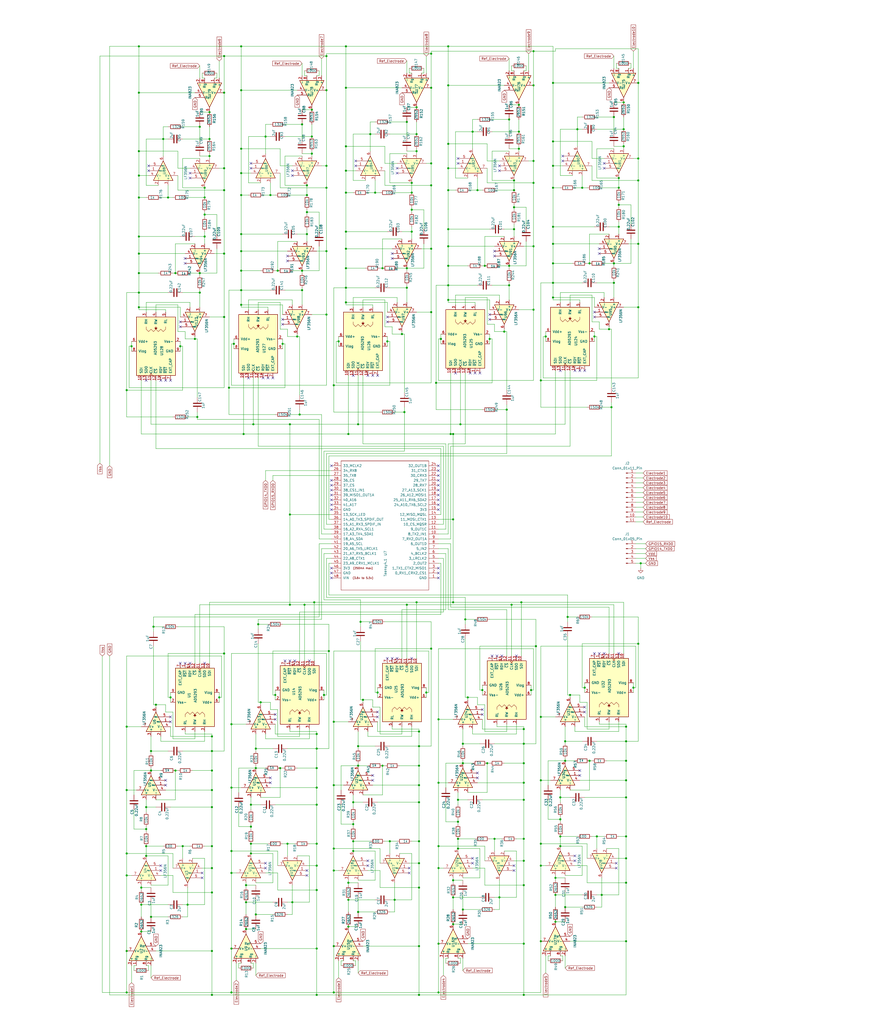
<source format=kicad_sch>
(kicad_sch (version 20231120) (generator "eeschema") (generator_version "8.0")
  (paper "User" 457.2 533.4)
  (junction (at 265.43 148.59))
  (junction (at 165.1 419.1))
  (junction (at 102.87 217.17))
  (junction (at 320.04 147.32))
  (junction (at 106.68 102.87))
  (junction (at 162.56 80.01))
  (junction (at 193.04 69.85))
  (junction (at 214.63 109.22))
  (junction (at 151.13 267.97))
  (junction (at 158.75 314.96))
  (junction (at 171.45 339.09))
  (junction (at 233.68 87.63))
  (junction (at 151.13 314.96))
  (junction (at 334.01 293.37))
  (junction (at 218.44 462.28))
  (junction (at 180.34 139.7))
  (junction (at 181.61 482.6))
  (junction (at 73.66 462.28))
  (junction (at 133.35 389.89))
  (junction (at 173.99 516.89))
  (junction (at 72.39 48.26))
  (junction (at 110.49 464.82))
  (junction (at 110.49 411.48))
  (junction (at 144.78 140.97))
  (junction (at 143.51 361.95))
  (junction (at 157.48 151.13))
  (junction (at 332.74 93.98))
  (junction (at 325.12 67.31))
  (junction (at 66.04 378.46))
  (junction (at 330.2 358.14))
  (junction (at 180.34 157.48))
  (junction (at 165.1 410.21))
  (junction (at 133.35 400.05))
  (junction (at 212.09 149.86))
  (junction (at 218.44 388.62))
  (junction (at 201.93 177.8))
  (junction (at 322.58 97.79))
  (junction (at 165.1 450.85))
  (junction (at 125.73 90.17))
  (junction (at 218.44 398.78))
  (junction (at 72.39 142.24))
  (junction (at 288.29 43.18))
  (junction (at 278.13 83.82))
  (junction (at 251.46 359.41))
  (junction (at 218.44 417.83))
  (junction (at 180.34 120.65))
  (junction (at 93.98 180.34))
  (junction (at 160.02 121.92))
  (junction (at 120.65 494.03))
  (junction (at 110.49 440.69))
  (junction (at 218.44 438.15))
  (junction (at 267.97 119.38))
  (junction (at 138.43 71.12))
  (junction (at 294.64 386.08))
  (junction (at 241.3 387.35))
  (junction (at 278.13 44.45))
  (junction (at 106.68 97.79))
  (junction (at 248.92 99.06))
  (junction (at 278.13 95.25))
  (junction (at 110.49 452.12))
  (junction (at 288.29 97.79))
  (junction (at 78.74 391.16))
  (junction (at 104.14 66.04))
  (junction (at 80.01 326.39))
  (junction (at 165.1 494.03))
  (junction (at 236.22 481.33))
  (junction (at 187.96 323.85))
  (junction (at 217.17 313.69))
  (junction (at 273.05 416.56))
  (junction (at 224.79 27.94))
  (junction (at 146.05 400.05))
  (junction (at 229.87 176.53))
  (junction (at 196.85 360.68))
  (junction (at 332.74 335.28))
  (junction (at 173.99 408.94))
  (junction (at 72.39 152.4))
  (junction (at 326.39 386.08))
  (junction (at 195.58 100.33))
  (junction (at 273.05 397.51))
  (junction (at 267.97 107.95))
  (junction (at 134.62 325.12))
  (junction (at 240.03 220.98))
  (junction (at 228.6 491.49))
  (junction (at 224.79 129.54))
  (junction (at 104.14 152.4))
  (junction (at 149.86 439.42))
  (junction (at 273.05 387.35))
  (junction (at 152.4 469.9))
  (junction (at 265.43 138.43))
  (junction (at 218.44 449.58))
  (junction (at 205.74 468.63))
  (junction (at 236.22 313.69))
  (junction (at 170.18 46.99))
  (junction (at 332.74 127))
  (junction (at 127 226.06))
  (junction (at 160.02 110.49))
  (junction (at 130.81 430.53))
  (junction (at 173.99 200.66))
  (junction (at 295.91 321.31))
  (junction (at 76.2 445.77))
  (junction (at 326.39 396.24))
  (junction (at 116.84 29.21))
  (junction (at 170.18 163.83))
  (junction (at 130.81 444.5))
  (junction (at 279.4 336.55))
  (junction (at 162.56 71.12))
  (junction (at 173.99 441.96))
  (junction (at 66.04 411.48))
  (junction (at 104.14 142.24))
  (junction (at 284.48 175.26))
  (junction (at 109.22 72.39))
  (junction (at 72.39 102.87))
  (junction (at 273.05 461.01))
  (junction (at 95.25 440.69))
  (junction (at 292.1 415.29))
  (junction (at 116.84 48.26))
  (junction (at 281.94 406.4))
  (junction (at 140.97 101.6))
  (junction (at 110.49 401.32))
  (junction (at 210.82 214.63))
  (junction (at 120.65 410.21))
  (junction (at 109.22 58.42))
  (junction (at 110.49 391.16))
  (junction (at 73.66 471.17))
  (junction (at 266.7 314.96))
  (junction (at 184.15 417.83))
  (junction (at 218.44 408.94))
  (junction (at 281.94 198.12))
  (junction (at 281.94 373.38))
  (junction (at 322.58 106.68))
  (junction (at 233.68 128.27))
  (junction (at 236.22 270.51))
  (junction (at 214.63 120.65))
  (junction (at 184.15 438.15))
  (junction (at 242.57 322.58))
  (junction (at 106.68 111.76))
  (junction (at 170.18 130.81))
  (junction (at 125.73 151.13))
  (junction (at 288.29 118.11))
  (junction (at 151.13 220.98))
  (junction (at 186.69 388.62))
  (junction (at 236.22 467.36))
  (junction (at 78.74 477.52))
  (junction (at 260.35 467.36))
  (junction (at 228.6 452.12))
  (junction (at 304.8 358.14))
  (junction (at 76.2 440.69))
  (junction (at 273.05 379.73))
  (junction (at 289.56 466.09))
  (junction (at 160.02 101.6))
  (junction (at 180.34 100.33))
  (junction (at 294.64 396.24))
  (junction (at 162.56 57.15))
  (junction (at 238.76 436.88))
  (junction (at 233.68 24.13))
  (junction (at 294.64 472.44))
  (junction (at 243.84 363.22))
  (junction (at 252.73 138.43))
  (junction (at 180.34 88.9))
  (junction (at 217.17 55.88))
  (junction (at 320.04 137.16))
  (junction (at 165.1 518.16))
  (junction (at 186.69 398.78))
  (junction (at 326.39 406.4))
  (junction (at 265.43 62.23))
  (junction (at 125.73 140.97))
  (junction (at 228.6 440.69))
  (junction (at 273.05 407.67))
  (junction (at 180.34 45.72))
  (junction (at 322.58 118.11))
  (junction (at 224.79 45.72))
  (junction (at 236.22 226.06))
  (junction (at 288.29 154.94))
  (junction (at 320.04 60.96))
  (junction (at 157.48 64.77))
  (junction (at 154.94 175.26))
  (junction (at 203.2 438.15))
  (junction (at 101.6 176.53))
  (junction (at 180.34 76.2))
  (junction (at 233.68 99.06))
  (junction (at 156.21 215.9))
  (junction (at 85.09 72.39))
  (junction (at 246.38 68.58))
  (junction (at 257.81 436.88))
  (junction (at 181.61 468.63))
  (junction (at 326.39 459.74))
  (junction (at 313.69 466.09))
  (junction (at 66.04 516.89))
  (junction (at 160.02 96.52))
  (junction (at 288.29 127))
  (junction (at 307.34 396.24))
  (junction (at 332.74 160.02))
  (junction (at 181.61 459.74))
  (junction (at 278.13 26.67))
  (junction (at 233.68 74.93))
  (junction (at 114.3 363.22))
  (junction (at 125.73 101.6))
  (junction (at 267.97 99.06))
  (junction (at 262.89 172.72))
  (junction (at 212.09 314.96))
  (junction (at 132.08 220.98))
  (junction (at 125.73 121.92))
  (junction (at 72.39 132.08))
  (junction (at 128.27 483.87))
  (junction (at 110.49 420.37))
  (junction (at 165.1 439.42))
  (junction (at 116.84 165.1))
  (junction (at 87.63 102.87))
  (junction (at 157.48 140.97))
  (junction (at 273.05 518.16))
  (junction (at 332.74 82.55))
  (junction (at 66.04 495.3))
  (junction (at 273.05 448.31))
  (junction (at 128.27 461.01))
  (junction (at 281.94 490.22))
  (junction (at 186.69 220.98))
  (junction (at 273.05 436.88))
  (junction (at 254 397.51))
  (junction (at 73.66 485.14))
  (junction (at 180.34 149.86))
  (junction (at 224.79 96.52))
  (junction (at 97.79 471.17))
  (junction (at 325.12 76.2))
  (junction (at 120.65 443.23))
  (junction (at 218.44 518.16))
  (junction (at 218.44 492.76))
  (junction (at 66.04 455.93))
  (junction (at 326.39 378.46))
  (junction (at 68.58 180.34))
  (junction (at 116.84 340.36))
  (junction (at 238.76 427.99))
  (junction (at 125.73 130.81))
  (junction (at 281.94 450.85))
  (junction (at 163.83 313.69))
  (junction (at 318.77 212.09))
  (junction (at 110.49 383.54))
  (junction (at 133.35 476.25))
  (junction (at 209.55 173.99))
  (junction (at 311.15 435.61))
  (junction (at 238.76 416.56))
  (junction (at 326.39 415.29))
  (junction (at 91.44 401.32))
  (junction (at 233.68 148.59))
  (junction (at 130.81 439.42))
  (junction (at 303.53 97.79))
  (junction (at 72.39 91.44))
  (junction (at 224.79 162.56))
  (junction (at 120.65 454.66))
  (junction (at 281.94 439.42))
  (junction (at 217.17 78.74))
  (junction (at 106.68 123.19))
  (junction (at 214.63 100.33))
  (junction (at 276.86 359.41))
  (junction (at 289.56 457.2))
  (junction (at 170.18 29.21))
  (junction (at 233.68 44.45))
  (junction (at 76.2 420.37))
  (junction (at 110.49 495.3))
  (junction (at 326.39 447.04))
  (junction (at 238.76 441.96))
  (junction (at 125.73 77.47))
  (junction (at 212.09 63.5))
  (junction (at 66.04 203.2))
  (junction (at 300.99 67.31))
  (junction (at 180.34 24.13))
  (junction (at 125.73 24.13))
  (junction (at 255.27 176.53))
  (junction (at 125.73 46.99))
  (junction (at 241.3 397.51))
  (junction (at 181.61 226.06))
  (junction (at 278.13 161.29))
  (junction (at 264.16 213.36))
  (junction (at 165.1 400.05))
  (junction (at 307.34 137.16))
  (junction (at 326.39 490.22))
  (junction (at 218.44 381))
  (junction (at 72.39 78.74))
  (junction (at 288.29 147.32))
  (junction (at 233.68 138.43))
  (junction (at 91.44 142.24))
  (junction (at 292.1 440.69))
  (junction (at 292.1 435.61))
  (junction (at 322.58 92.71))
  (junction (at 199.39 139.7))
  (junction (at 184.15 429.26))
  (junction (at 241.3 473.71))
  (junction (at 309.88 175.26))
  (junction (at 184.15 443.23))
  (junction (at 189.23 364.49))
  (junction (at 165.1 389.89))
  (junction (at 76.2 431.8))
  (junction (at 292.1 426.72))
  (junction (at 88.9 363.22))
  (junction (at 199.39 398.78))
  (junction (at 278.13 128.27))
  (junction (at 326.39 435.61))
  (junction (at 228.6 407.67))
  (junction (at 135.89 365.76))
  (junction (at 173.99 375.92))
  (junction (at 72.39 123.19))
  (junction (at 224.79 85.09))
  (junction (at 173.99 453.39))
  (junction (at 170.18 86.36))
  (junction (at 116.84 132.08))
  (junction (at 116.84 99.06))
  (junction (at 325.12 53.34))
  (junction (at 66.04 444.5))
  (junction (at 121.92 179.07))
  (junction (at 147.32 179.07))
  (junction (at 109.22 81.28))
  (junction (at 176.53 177.8))
  (junction (at 233.68 156.21))
  (junction (at 317.5 171.45))
  (junction (at 120.65 516.89))
  (junction (at 288.29 73.66))
  (junction (at 165.1 382.27))
  (junction (at 217.17 69.85))
  (junction (at 120.65 377.19))
  (junction (at 288.29 137.16))
  (junction (at 288.29 86.36))
  (junction (at 81.28 367.03))
  (junction (at 130.81 419.1))
  (junction (at 228.6 516.89))
  (junction (at 168.91 361.95))
  (junction (at 128.27 469.9))
  (junction (at 173.99 492.76))
  (junction (at 214.63 95.25))
  (junction (at 222.25 360.68))
  (junction (at 78.74 401.32))
  (junction (at 224.79 337.82))
  (junction (at 165.1 463.55))
  (junction (at 125.73 158.75))
  (junction (at 186.69 474.98))
  (junction (at 72.39 160.02))
  (junction (at 227.33 199.39))
  (junction (at 119.38 201.93))
  (junction (at 212.09 139.7))
  (junction (at 228.6 374.65))
  (junction (at 332.74 43.18))
  (junction (at 236.22 458.47))
  (junction (at 270.51 77.47))
  (junction (at 270.51 68.58))
  (junction (at 72.39 24.13))
  (junction (at 110.49 518.16))
  (junction (at 170.18 97.79))
  (junction (at 116.84 87.63))
  (junction (at 289.56 480.06))
  (junction (at 180.34 129.54))
  (junction (at 233.68 119.38))
  (junction (at 234.95 226.06))
  (junction (at 273.05 491.49))
  (junction (at 267.97 93.98))
  (junction (at 270.51 54.61))
  (junction (at 297.18 361.95))
  (junction (at 271.78 313.69))
  (no_connect (at 96.52 345.44))
  (no_connect (at 213.36 452.12))
  (no_connect (at 99.06 92.71))
  (no_connect (at 299.72 445.77))
  (no_connect (at 138.43 449.58))
  (no_connect (at 152.4 91.44))
  (no_connect (at 129.54 196.85))
  (no_connect (at 255.27 166.37))
  (no_connect (at 228.6 242.57))
  (no_connect (at 138.43 452.12))
  (no_connect (at 251.46 372.11))
  (no_connect (at 130.81 87.63))
  (no_connect (at 257.81 130.81))
  (no_connect (at 76.2 198.12))
  (no_connect (at 322.58 340.36))
  (no_connect (at 153.67 344.17))
  (no_connect (at 207.01 87.63))
  (no_connect (at 194.31 403.86))
  (no_connect (at 86.36 198.12))
  (no_connect (at 143.51 372.11))
  (no_connect (at 304.8 193.04))
  (no_connect (at 304.8 370.84))
  (no_connect (at 77.47 88.9))
  (no_connect (at 172.72 300.99))
  (no_connect (at 201.93 167.64))
  (no_connect (at 172.72 295.91))
  (no_connect (at 140.97 405.13))
  (no_connect (at 147.32 168.91))
  (no_connect (at 194.31 406.4))
  (no_connect (at 191.77 195.58))
  (no_connect (at 204.47 342.9))
  (no_connect (at 251.46 369.57))
  (no_connect (at 255.27 163.83))
  (no_connect (at 228.6 295.91))
  (no_connect (at 312.42 132.08))
  (no_connect (at 201.93 165.1))
  (no_connect (at 105.41 454.66))
  (no_connect (at 228.6 245.11))
  (no_connect (at 299.72 193.04))
  (no_connect (at 204.47 132.08))
  (no_connect (at 314.96 340.36))
  (no_connect (at 83.82 450.85))
  (no_connect (at 191.77 450.85))
  (no_connect (at 185.42 86.36))
  (no_connect (at 250.19 194.31))
  (no_connect (at 86.36 406.4))
  (no_connect (at 237.49 194.31))
  (no_connect (at 228.6 252.73))
  (no_connect (at 172.72 265.43))
  (no_connect (at 312.42 129.54))
  (no_connect (at 143.51 374.65))
  (no_connect (at 137.16 196.85))
  (no_connect (at 247.65 194.31))
  (no_connect (at 196.85 373.38))
  (no_connect (at 172.72 242.57))
  (no_connect (at 88.9 373.38))
  (no_connect (at 238.76 85.09))
  (no_connect (at 148.59 344.17))
  (no_connect (at 161.29 344.17))
  (no_connect (at 140.97 407.67))
  (no_connect (at 257.81 133.35))
  (no_connect (at 93.98 167.64))
  (no_connect (at 238.76 82.55))
  (no_connect (at 160.02 455.93))
  (no_connect (at 248.92 402.59))
  (no_connect (at 245.11 194.31))
  (no_connect (at 96.52 134.62))
  (no_connect (at 293.37 81.28))
  (no_connect (at 142.24 196.85))
  (no_connect (at 93.98 170.18))
  (no_connect (at 105.41 457.2))
  (no_connect (at 184.15 195.58))
  (no_connect (at 172.72 252.73))
  (no_connect (at 228.6 250.19))
  (no_connect (at 172.72 298.45))
  (no_connect (at 321.31 449.58))
  (no_connect (at 185.42 83.82))
  (no_connect (at 304.8 368.3))
  (no_connect (at 88.9 198.12))
  (no_connect (at 260.35 86.36))
  (no_connect (at 246.38 449.58))
  (no_connect (at 309.88 162.56))
  (no_connect (at 96.52 137.16))
  (no_connect (at 201.93 342.9))
  (no_connect (at 93.98 345.44))
  (no_connect (at 267.97 450.85))
  (no_connect (at 139.7 196.85))
  (no_connect (at 196.85 195.58))
  (no_connect (at 299.72 448.31))
  (no_connect (at 207.01 90.17))
  (no_connect (at 83.82 198.12))
  (no_connect (at 99.06 345.44))
  (no_connect (at 314.96 85.09))
  (no_connect (at 228.6 260.35))
  (no_connect (at 149.86 133.35))
  (no_connect (at 213.36 454.66))
  (no_connect (at 88.9 375.92))
  (no_connect (at 309.88 340.36))
  (no_connect (at 302.26 401.32))
  (no_connect (at 292.1 193.04))
  (no_connect (at 309.88 165.1))
  (no_connect (at 228.6 300.99))
  (no_connect (at 172.72 250.19))
  (no_connect (at 228.6 247.65))
  (no_connect (at 191.77 448.31))
  (no_connect (at 172.72 262.89))
  (no_connect (at 83.82 453.39))
  (no_connect (at 267.97 453.39))
  (no_connect (at 194.31 195.58))
  (no_connect (at 151.13 344.17))
  (no_connect (at 160.02 453.39))
  (no_connect (at 312.42 340.36))
  (no_connect (at 106.68 345.44))
  (no_connect (at 259.08 341.63))
  (no_connect (at 260.35 88.9))
  (no_connect (at 302.26 193.04))
  (no_connect (at 99.06 90.17))
  (no_connect (at 256.54 341.63))
  (no_connect (at 77.47 86.36))
  (no_connect (at 248.92 405.13))
  (no_connect (at 196.85 370.84))
  (no_connect (at 321.31 452.12))
  (no_connect (at 228.6 265.43))
  (no_connect (at 302.26 403.86))
  (no_connect (at 269.24 341.63))
  (no_connect (at 228.6 262.89))
  (no_connect (at 149.86 135.89))
  (no_connect (at 207.01 342.9))
  (no_connect (at 152.4 88.9))
  (no_connect (at 147.32 166.37))
  (no_connect (at 204.47 134.62))
  (no_connect (at 214.63 342.9))
  (no_connect (at 130.81 85.09))
  (no_connect (at 172.72 257.81))
  (no_connect (at 172.72 255.27))
  (no_connect (at 314.96 87.63))
  (no_connect (at 86.36 408.94))
  (no_connect (at 228.6 255.27))
  (no_connect (at 172.72 260.35))
  (no_connect (at 261.62 341.63))
  (no_connect (at 246.38 447.04))
  (no_connect (at 228.6 257.81))
  (no_connect (at 293.37 83.82))
  (no_connect (at 228.6 298.45))
  (wire (pts (xy 229.87 173.99) (xy 229.87 176.53)))
  (wire (pts (xy 120.65 377.19) (xy 120.65 410.21)))
  (wire (pts (xy 222.25 360.68) (xy 222.25 358.14)))
  (wire (pts (xy 318.77 212.09) (xy 318.77 237.49)))
  (wire (pts (xy 266.7 341.63) (xy 266.7 314.96)))
  (wire (pts (xy 328.93 124.46) (xy 328.93 137.16)))
  (wire (pts (xy 199.39 124.46) (xy 199.39 139.7)))
  (wire (pts (xy 304.8 360.68) (xy 304.8 358.14)))
  (wire (pts (xy 110.49 383.54) (xy 110.49 391.16)))
  (wire (pts (xy 251.46 213.36) (xy 227.33 213.36)))
  (wire (pts (xy 233.68 231.14) (xy 242.57 231.14)))
  (wire (pts (xy 81.28 416.56) (xy 91.44 416.56)))
  (wire (pts (xy 151.13 381) (xy 165.1 381)))
  (wire (pts (xy 176.53 177.8) (xy 176.53 180.34)))
  (wire (pts (xy 162.56 57.15) (xy 157.48 57.15)))
  (wire (pts (xy 166.37 321.31) (xy 166.37 283.21)))
  (wire (pts (xy 66.04 516.89) (xy 120.65 516.89)))
  (wire (pts (xy 119.38 151.13) (xy 125.73 151.13)))
  (wire (pts (xy 292.1 440.69) (xy 303.53 440.69)))
  (wire (pts (xy 241.3 473.71) (xy 250.19 473.71)))
  (wire (pts (xy 97.79 471.17) (xy 97.79 462.28)))
  (wire (pts (xy 264.16 381) (xy 264.16 377.19)))
  (wire (pts (xy 247.65 157.48) (xy 247.65 158.75)))
  (wire (pts (xy 195.58 458.47) (xy 195.58 443.23)))
  (wire (pts (xy 306.07 450.85) (xy 306.07 459.74)))
  (wire (pts (xy 309.88 172.72) (xy 309.88 175.26)))
  (wire (pts (xy 109.22 313.69) (xy 163.83 313.69)))
  (wire (pts (xy 240.03 194.31) (xy 240.03 220.98)))
  (wire (pts (xy 213.36 38.1) (xy 214.63 38.1)))
  (wire (pts (xy 311.15 386.08) (xy 326.39 386.08)))
  (wire (pts (xy 320.04 340.36) (xy 320.04 314.96)))
  (wire (pts (xy 334.01 293.37) (xy 334.01 295.91)))
  (wire (pts (xy 146.05 90.17) (xy 146.05 97.79)))
  (wire (pts (xy 125.73 101.6) (xy 125.73 90.17)))
  (wire (pts (xy 171.45 339.09) (xy 171.45 325.12)))
  (wire (pts (xy 130.81 421.64) (xy 130.81 419.1)))
  (wire (pts (xy 332.74 25.4) (xy 289.56 25.4)))
  (wire (pts (xy 180.34 120.65) (xy 201.93 120.65)))
  (wire (pts (xy 264.16 236.22) (xy 170.18 236.22)))
  (wire (pts (xy 256.54 78.74) (xy 256.54 93.98)))
  (wire (pts (xy 228.6 516.89) (xy 228.6 491.49)))
  (wire (pts (xy 190.5 93.98) (xy 184.15 93.98)))
  (wire (pts (xy 125.73 160.02) (xy 139.7 160.02)))
  (wire (pts (xy 267.97 119.38) (xy 262.89 119.38)))
  (wire (pts (xy 140.97 410.21) (xy 165.1 410.21)))
  (wire (pts (xy 166.37 280.67) (xy 172.72 280.67)))
  (wire (pts (xy 92.71 91.44) (xy 92.71 99.06)))
  (wire (pts (xy 111.76 132.08) (xy 116.84 132.08)))
  (wire (pts (xy 110.49 464.82) (xy 110.49 495.3)))
  (wire (pts (xy 120.65 410.21) (xy 120.65 443.23)))
  (wire (pts (xy 165.1 130.81) (xy 170.18 130.81)))
  (wire (pts (xy 228.6 290.83) (xy 231.14 290.83)))
  (wire (pts (xy 212.09 139.7) (xy 207.01 139.7)))
  (wire (pts (xy 228.6 374.65) (xy 228.6 407.67)))
  (wire (pts (xy 332.74 127) (xy 332.74 93.98)))
  (wire (pts (xy 177.8 411.48) (xy 177.8 398.78)))
  (wire (pts (xy 326.39 490.22) (xy 297.18 490.22)))
  (wire (pts (xy 218.44 408.94) (xy 218.44 417.83)))
  (wire (pts (xy 142.24 250.19) (xy 142.24 247.65)))
  (wire (pts (xy 180.34 139.7) (xy 180.34 129.54)))
  (wire (pts (xy 186.69 220.98) (xy 151.13 220.98)))
  (wire (pts (xy 191.77 383.54) (xy 191.77 381)))
  (wire (pts (xy 168.91 312.42) (xy 168.91 288.29)))
  (wire (pts (xy 196.85 417.83) (xy 218.44 417.83)))
  (wire (pts (xy 254 168.91) (xy 257.81 168.91)))
  (wire (pts (xy 181.61 474.98) (xy 181.61 468.63)))
  (wire (pts (xy 232.41 410.21) (xy 232.41 397.51)))
  (wire (pts (xy 328.93 35.56) (xy 327.66 35.56)))
  (wire (pts (xy 72.39 48.26) (xy 72.39 24.13)))
  (wire (pts (xy 335.28 251.46) (xy 331.47 251.46)))
  (wire (pts (xy 320.04 60.96) (xy 311.15 60.96)))
  (wire (pts (xy 146.05 415.29) (xy 146.05 400.05)))
  (wire (pts (xy 300.99 435.61) (xy 292.1 435.61)))
  (wire (pts (xy 317.5 171.45) (xy 317.5 170.18)))
  (wire (pts (xy 82.55 96.52) (xy 76.2 96.52)))
  (wire (pts (xy 193.04 69.85) (xy 193.04 78.74)))
  (wire (pts (xy 251.46 361.95) (xy 251.46 359.41)))
  (wire (pts (xy 106.68 123.19) (xy 106.68 127)))
  (wire (pts (xy 138.43 71.12) (xy 129.54 71.12)))
  (wire (pts (xy 303.53 455.93) (xy 303.53 440.69)))
  (wire (pts (xy 231.14 318.77) (xy 156.21 318.77)))
  (wire (pts (xy 217.17 313.69) (xy 236.22 313.69)))
  (wire (pts (xy 257.81 387.35) (xy 273.05 387.35)))
  (wire (pts (xy 270.51 62.23) (xy 270.51 68.58)))
  (wire (pts (xy 181.61 459.74) (xy 181.61 458.47)))
  (wire (pts (xy 276.86 359.41) (xy 276.86 356.87)))
  (wire (pts (xy 210.82 212.09) (xy 210.82 214.63)))
  (wire (pts (xy 229.87 176.53) (xy 228.6 176.53)))
  (wire (pts (xy 248.92 367.03) (xy 248.92 363.22)))
  (wire (pts (xy 97.79 471.17) (xy 106.68 471.17)))
  (wire (pts (xy 125.73 46.99) (xy 154.94 46.99)))
  (wire (pts (xy 281.94 439.42) (xy 281.94 450.85)))
  (wire (pts (xy 306.07 450.85) (xy 299.72 450.85)))
  (wire (pts (xy 222.25 360.68) (xy 223.52 360.68)))
  (wire (pts (xy 116.84 87.63) (xy 114.3 87.63)))
  (wire (pts (xy 160.02 121.92) (xy 160.02 125.73)))
  (wire (pts (xy 285.75 396.24) (xy 294.64 396.24)))
  (wire (pts (xy 81.28 233.68) (xy 229.87 233.68)))
  (wire (pts (xy 331.47 288.29) (xy 336.55 288.29)))
  (wire (pts (xy 123.19 510.54) (xy 123.19 501.65)))
  (wire (pts (xy 154.94 175.26) (xy 154.94 173.99)))
  (wire (pts (xy 304.8 358.14) (xy 304.8 355.6)))
  (wire (pts (xy 217.17 78.74) (xy 217.17 80.01)))
  (wire (pts (xy 233.68 44.45) (xy 262.89 44.45)))
  (wire (pts (xy 66.04 516.89) (xy 53.34 516.89)))
  (wire (pts (xy 194.31 158.75) (xy 194.31 160.02)))
  (wire (pts (xy 322.58 381) (xy 322.58 375.92)))
  (wire (pts (xy 205.74 468.63) (xy 205.74 459.74)))
  (wire (pts (xy 303.53 91.44) (xy 303.53 97.79)))
  (wire (pts (xy 214.63 444.5) (xy 214.63 468.63)))
  (wire (pts (xy 189.23 231.14) (xy 232.41 231.14)))
  (wire (pts (xy 267.97 93.98) (xy 256.54 93.98)))
  (wire (pts (xy 156.21 383.54) (xy 156.21 379.73)))
  (wire (pts (xy 143.51 101.6) (xy 140.97 101.6)))
  (wire (pts (xy 132.08 220.98) (xy 132.08 196.85)))
  (wire (pts (xy 134.62 325.12) (xy 139.7 325.12)))
  (wire (pts (xy 149.86 171.45) (xy 149.86 175.26)))
  (wire (pts (xy 312.42 127) (xy 288.29 127)))
  (wire (pts (xy 176.53 177.8) (xy 175.26 177.8)))
  (wire (pts (xy 236.22 374.65) (xy 228.6 374.65)))
  (wire (pts (xy 133.35 508) (xy 133.35 501.65)))
  (wire (pts (xy 85.09 72.39) (xy 87.63 72.39)))
  (wire (pts (xy 306.07 379.73) (xy 306.07 365.76)))
  (wire (pts (xy 209.55 342.9) (xy 209.55 317.5)))
  (wire (pts (xy 311.15 77.47) (xy 311.15 92.71)))
  (wire (pts (xy 265.43 62.23) (xy 265.43 69.85)))
  (wire (pts (xy 142.24 361.95) (xy 142.24 339.09)))
  (wire (pts (xy 200.66 88.9) (xy 200.66 96.52)))
  (wire (pts (xy 72.39 48.26) (xy 101.6 48.26)))
  (wire (pts (xy 167.64 322.58) (xy 167.64 285.75)))
  (wire (pts (xy 177.8 500.38) (xy 179.07 500.38)))
  (wire (pts (xy 184.15 154.94) (xy 207.01 154.94)))
  (wire (pts (xy 86.36 161.29) (xy 86.36 162.56)))
  (wire (pts (xy 138.43 64.77) (xy 138.43 71.12)))
  (wire (pts (xy 161.29 384.81) (xy 138.43 384.81)))
  (wire (pts (xy 278.13 128.27) (xy 278.13 95.25)))
  (wire (pts (xy 90.17 452.12) (xy 90.17 444.5)))
  (wire (pts (xy 138.43 384.81) (xy 138.43 382.27)))
  (wire (pts (xy 236.22 459.74) (xy 236.22 458.47)))
  (wire (pts (xy 281.94 516.89) (xy 281.94 490.22)))
  (wire (pts (xy 224.79 388.62) (xy 224.79 337.82)))
  (wire (pts (xy 331.47 358.14) (xy 331.47 336.55)))
  (wire (pts (xy 92.71 87.63) (xy 92.71 78.74)))
  (wire (pts (xy 246.38 68.58) (xy 237.49 68.58)))
  (wire (pts (xy 257.81 168.91) (xy 257.81 172.72)))
  (wire (pts (xy 311.15 198.12) (xy 281.94 198.12)))
  (wire (pts (xy 86.36 411.48) (xy 110.49 411.48)))
  (wire (pts (xy 265.43 138.43) (xy 260.35 138.43)))
  (wire (pts (xy 222.25 29.21) (xy 222.25 38.1)))
  (wire (pts (xy 232.41 288.29) (xy 228.6 288.29)))
  (wire (pts (xy 234.95 283.21) (xy 228.6 283.21)))
  (wire (pts (xy 186.69 506.73) (xy 186.69 500.38)))
  (wire (pts (xy 171.45 270.51) (xy 172.72 270.51)))
  (wire (pts (xy 57.15 518.16) (xy 57.15 341.63)))
  (wire (pts (xy 240.03 501.65) (xy 240.03 499.11)))
  (wire (pts (xy 318.77 212.09) (xy 313.69 212.09)))
  (wire (pts (xy 251.46 379.73) (xy 273.05 379.73)))
  (wire (pts (xy 278.13 83.82) (xy 278.13 44.45)))
  (wire (pts (xy 259.08 99.06) (xy 267.97 99.06)))
  (wire (pts (xy 162.56 80.01) (xy 157.48 80.01)))
  (wire (pts (xy 78.74 391.16) (xy 78.74 392.43)))
  (wire (pts (xy 248.92 407.67) (xy 273.05 407.67)))
  (wire (pts (xy 134.62 325.12) (xy 134.62 322.58)))
  (wire (pts (xy 254 154.94) (xy 254 168.91)))
  (wire (pts (xy 171.45 237.49) (xy 171.45 270.51)))
  (wire (pts (xy 167.64 215.9) (xy 167.64 278.13)))
  (wire (pts (xy 116.84 340.36) (xy 116.84 326.39)))
  (wire (pts (xy 69.85 414.02) (xy 69.85 401.32)))
  (wire (pts (xy 275.59 27.94) (xy 275.59 36.83)))
  (wire (pts (xy 142.24 339.09) (xy 171.45 339.09)))
  (wire (pts (xy 269.24 382.27) (xy 246.38 382.27)))
  (wire (pts (xy 181.61 375.92) (xy 173.99 375.92)))
  (wire (pts (xy 144.78 443.23) (xy 120.65 443.23)))
  (wire (pts (xy 196.85 381) (xy 218.44 381)))
  (wire (pts (xy 218.44 518.16) (xy 273.05 518.16)))
  (wire (pts (xy 327.66 127) (xy 332.74 127)))
  (wire (pts (xy 289.56 226.06) (xy 236.22 226.06)))
  (wire (pts (xy 212.09 80.01) (xy 203.2 80.01)))
  (wire (pts (xy 78.74 220.98) (xy 78.74 198.12)))
  (wire (pts (xy 134.62 335.28) (xy 134.62 365.76)))
  (wire (pts (xy 233.68 156.21) (xy 233.68 148.59)))
  (wire (pts (xy 228.6 293.37) (xy 229.87 293.37)))
  (wire (pts (xy 185.42 500.38) (xy 184.15 500.38)))
  (wire (pts (xy 265.43 30.48) (xy 265.43 36.83)))
  (wire (pts (xy 168.91 361.95) (xy 170.18 361.95)))
  (wire (pts (xy 73.66 462.28) (xy 73.66 461.01)))
  (wire (pts (xy 209.55 317.5) (xy 232.41 317.5)))
  (wire (pts (xy 106.68 386.08) (xy 106.68 381)))
  (wire (pts (xy 295.91 323.85) (xy 295.91 321.31)))
  (wire (pts (xy 151.13 267.97) (xy 172.72 267.97)))
  (wire (pts (xy 252.73 448.31) (xy 252.73 440.69)))
  (wire (pts (xy 205.74 474.98) (xy 203.2 474.98)))
  (wire (pts (xy 313.69 97.79) (xy 322.58 97.79)))
  (wire (pts (xy 259.08 378.46) (xy 273.05 378.46)))
  (wire (pts (xy 184.15 443.23) (xy 195.58 443.23)))
  (wire (pts (xy 273.05 378.46) (xy 273.05 379.73)))
  (wire (pts (xy 232.41 317.5) (xy 232.41 288.29)))
  (wire (pts (xy 320.04 29.21) (xy 320.04 35.56)))
  (wire (pts (xy 199.39 414.02) (xy 199.39 398.78)))
  (wire (pts (xy 292.1 415.29) (xy 297.18 415.29)))
  (wire (pts (xy 76.2 422.91) (xy 76.2 420.37)))
  (wire (pts (xy 160.02 119.38) (xy 160.02 121.92)))
  (wire (pts (xy 165.1 382.27) (xy 165.1 381)))
  (wire (pts (xy 297.18 232.41) (xy 297.18 193.04)))
  (wire (pts (xy 101.6 176.53) (xy 101.6 175.26)))
  (wire (pts (xy 294.64 386.08) (xy 303.53 386.08)))
  (wire (pts (xy 181.61 459.74) (xy 186.69 459.74)))
  (wire (pts (xy 119.38 201.93) (xy 119.38 215.9)))
  (wire (pts (xy 279.4 336.55) (xy 279.4 322.58)))
  (wire (pts (xy 294.64 220.98) (xy 294.64 193.04)))
  (wire (pts (xy 106.68 111.76) (xy 106.68 113.03)))
  (wire (pts (xy 105.41 40.64) (xy 106.68 40.64)))
  (wire (pts (xy 270.51 161.29) (xy 278.13 161.29)))
  (wire (pts (xy 332.74 82.55) (xy 330.2 82.55)))
  (wire (pts (xy 281.94 147.32) (xy 288.29 147.32)))
  (wire (pts (xy 217.17 342.9) (xy 217.17 313.69)))
  (wire (pts (xy 163.83 313.69) (xy 217.17 313.69)))
  (wire (pts (xy 143.51 419.1) (xy 165.1 419.1)))
  (wire (pts (xy 69.85 502.92) (xy 71.12 502.92)))
  (wire (pts (xy 125.73 90.17) (xy 125.73 77.47)))
  (wire (pts (xy 309.88 175.26) (xy 309.88 177.8)))
  (wire (pts (xy 274.32 125.73) (xy 274.32 138.43)))
  (wire (pts (xy 66.04 444.5) (xy 66.04 455.93)))
  (wire (pts (xy 264.16 203.2) (xy 264.16 172.72)))
  (wire (pts (xy 113.03 40.64) (xy 111.76 40.64)))
  (wire (pts (xy 264.16 341.63) (xy 264.16 317.5)))
  (wire (pts (xy 218.44 438.15) (xy 218.44 449.58)))
  (wire (pts (xy 200.66 156.21) (xy 200.66 170.18)))
  (wire (pts (xy 198.12 453.39) (xy 198.12 462.28)))
  (wire (pts (xy 240.03 220.98) (xy 186.69 220.98)))
  (wire (pts (xy 151.13 267.97) (xy 151.13 220.98)))
  (wire (pts (xy 171.45 309.88) (xy 171.45 293.37)))
  (wire (pts (xy 110.49 420.37) (xy 110.49 440.69)))
  (wire (pts (xy 142.24 459.74) (xy 142.24 444.5)))
  (wire (pts (xy 224.79 337.82) (xy 224.79 323.85)))
  (wire (pts (xy 284.48 172.72) (xy 284.48 175.26)))
  (wire (pts (xy 232.41 397.51) (xy 241.3 397.51)))
  (wire (pts (xy 186.69 388.62) (xy 195.58 388.62)))
  (wire (pts (xy 288.29 73.66) (xy 288.29 43.18)))
  (wire (pts (xy 228.6 278.13) (xy 233.68 278.13)))
  (wire (pts (xy 156.21 205.74) (xy 156.21 175.26)))
  (wire (pts (xy 228.6 452.12) (xy 231.14 452.12)))
  (wire (pts (xy 288.29 97.79) (xy 292.1 97.79)))
  (wire (pts (xy 88.9 363.22) (xy 88.9 360.68)))
  (wire (pts (xy 292.1 152.4) (xy 314.96 152.4)))
  (wire (pts (xy 252.73 138.43) (xy 251.46 138.43)))
  (wire (pts (xy 96.52 176.53) (xy 101.6 176.53)))
  (wire (pts (xy 66.04 455.93) (xy 66.04 495.3)))
  (wire (pts (xy 306.07 459.74) (xy 326.39 459.74)))
  (wire (pts (xy 300.99 67.31) (xy 300.99 76.2)))
  (wire (pts (xy 90.17 370.84) (xy 86.36 370.84)))
  (wire (pts (xy 135.89 415.29) (xy 146.05 415.29)))
  (wire (pts (xy 325.12 53.34) (xy 320.04 53.34)))
  (wire (pts (xy 189.23 195.58) (xy 189.23 231.14)))
  (wire (pts (xy 265.43 148.59) (xy 265.43 156.21)))
  (wire (pts (xy 124.46 412.75) (xy 124.46 400.05)))
  (wire (pts (xy 157.48 151.13) (xy 148.59 151.13)))
  (wire (pts (xy 151.13 314.96) (xy 151.13 267.97)))
  (wire (pts (xy 320.04 147.32) (xy 311.15 147.32)))
  (wire (pts (xy 152.4 476.25) (xy 152.4 469.9)))
  (wire (pts (xy 328.93 106.68) (xy 322.58 106.68)))
  (wire (pts (xy 72.39 132.08) (xy 72.39 123.19)))
  (wire (pts (xy 321.31 35.56) (xy 322.58 35.56)))
  (wire (pts (xy 335.28 259.08) (xy 331.47 259.08)))
  (wire (pts (xy 232.41 417.83) (xy 232.41 427.99)))
  (wire (pts (xy 214.63 438.15) (xy 218.44 438.15)))
  (wire (pts (xy 90.17 444.5) (xy 66.04 444.5)))
  (wire (pts (xy 204.47 170.18) (xy 204.47 173.99)))
  (wire (pts (xy 67.31 180.34) (xy 67.31 201.93)))
  (wire (pts (xy 73.66 463.55) (xy 73.66 462.28)))
  (wire (pts (xy 217.17 63.5) (xy 217.17 69.85)))
  (wire (pts (xy 146.05 97.79) (xy 170.18 97.79)))
  (wire (pts (xy 129.54 156.21) (xy 152.4 156.21)))
  (wire (pts (xy 71.12 411.48) (xy 66.04 411.48)))
  (wire (pts (xy 157.48 64.77) (xy 148.59 64.77)))
  (wire (pts (xy 120.65 454.66) (xy 120.65 494.03)))
  (wire (pts (xy 198.12 382.27) (xy 198.12 368.3)))
  (wire (pts (xy 144.78 125.73) (xy 144.78 140.97)))
  (wire (pts (xy 146.05 171.45) (xy 149.86 171.45)))
  (wire (pts (xy 147.32 158.75) (xy 125.73 158.75)))
  (wire (pts (xy 170.18 46.99) (xy 170.18 29.21)))
  (wire (pts (xy 212.09 63.5) (xy 203.2 63.5)))
  (wire (pts (xy 212.09 31.75) (xy 212.09 38.1)))
  (wire (pts (xy 254 87.63) (xy 254 95.25)))
  (wire (pts (xy 195.58 93.98) (xy 195.58 100.33)))
  (wire (pts (xy 232.41 275.59) (xy 228.6 275.59)))
  (wire (pts (xy 322.58 441.96) (xy 322.58 466.09)))
  (wire (pts (xy 92.71 326.39) (xy 116.84 326.39)))
  (wire (pts (xy 302.26 365.76) (xy 302.26 361.95)))
  (wire (pts (xy 308.61 82.55) (xy 308.61 73.66)))
  (wire (pts (xy 186.69 474.98) (xy 186.69 467.36)))
  (wire (pts (xy 204.47 173.99) (xy 209.55 173.99)))
  (wire (pts (xy 222.25 363.22) (xy 222.25 360.68)))
  (wire (pts (xy 300.99 60.96) (xy 303.53 60.96)))
  (wire (pts (xy 125.73 410.21) (xy 120.65 410.21)))
  (wire (pts (xy 273.05 416.56) (xy 273.05 436.88)))
  (wire (pts (xy 165.1 518.16) (xy 165.1 494.03)))
  (wire (pts (xy 198.12 368.3) (xy 194.31 368.3)))
  (wire (pts (xy 171.45 389.89) (xy 171.45 339.09)))
  (wire (pts (xy 203.2 438.15) (xy 207.01 438.15)))
  (wire (pts (xy 160.02 450.85) (xy 165.1 450.85)))
  (wire (pts (xy 212.09 342.9) (xy 212.09 314.96)))
  (wire (pts (xy 69.85 421.64) (xy 69.85 431.8)))
  (wire (pts (xy 124.46 400.05) (xy 133.35 400.05)))
  (wire (pts (xy 267.97 106.68) (xy 267.97 107.95)))
  (wire (pts (xy 233.68 148.59) (xy 233.68 138.43)))
  (wire (pts (xy 120.65 179.07) (xy 120.65 200.66)))
  (wire (pts (xy 198.12 214.63) (xy 173.99 214.63)))
  (wire (pts (xy 238.76 416.56) (xy 238.76 412.75)))
  (wire (pts (xy 166.37 218.44) (xy 166.37 280.67)))
  (wire (pts (xy 177.8 419.1) (xy 177.8 429.26)))
  (wire (pts (xy 218.44 462.28) (xy 218.44 492.76)))
  (wire (pts (xy 129.54 156.21) (xy 129.54 161.29)))
  (wire (pts (xy 212.09 314.96) (xy 266.7 314.96)))
  (wire (pts (xy 177.8 398.78) (xy 186.69 398.78)))
  (wire (pts (xy 101.6 127) (xy 91.44 127)))
  (wire (pts (xy 242.57 231.14) (xy 242.57 194.31)))
  (wire (pts (xy 288.29 24.13) (xy 288.29 43.18)))
  (wire (pts (xy 224.79 45.72) (xy 224.79 27.94)))
  (wire (pts (xy 313.69 472.44) (xy 313.69 466.09)))
  (wire (pts (xy 236.22 270.51) (xy 236.22 226.06)))
  (wire (pts (xy 135.89 365.76) (xy 135.89 367.03)))
  (wire (pts (xy 160.02 121.92) (xy 154.94 121.92)))
  (wire (pts (xy 72.39 142.24) (xy 72.39 132.08)))
  (wire (pts (xy 312.42 377.19) (xy 326.39 377.19)))
  (wire (pts (xy 193.04 63.5) (xy 193.04 69.85)))
  (wire (pts (xy 134.62 157.48) (xy 134.62 161.29)))
  (wire (pts (xy 158.75 36.83) (xy 158.75 39.37)))
  (wire (pts (xy 214.63 120.65) (xy 209.55 120.65)))
  (wire (pts (xy 233.68 74.93) (xy 233.68 44.45)))
  (wire (pts (xy 177.8 502.92) (xy 177.8 500.38)))
  (wire (pts (xy 270.51 54.61) (xy 265.43 54.61)))
  (wire (pts (xy 320.04 60.96) (xy 320.04 68.58)))
  (wire (pts (xy 321.31 33.02) (xy 321.31 35.56)))
  (wire (pts (xy 273.05 397.51) (xy 273.05 407.67)))
  (wire (pts (xy 91.44 127) (xy 91.44 142.24)))
  (wire (pts (xy 80.01 326.39) (xy 80.01 321.31)))
  (wire (pts (xy 116.84 201.93) (xy 116.84 165.1)))
  (wire (pts (xy 196.85 363.22) (xy 196.85 360.68)))
  (wire (pts (xy 119.38 151.13) (xy 119.38 201.93)))
  (wire (pts (xy 104.14 66.04) (xy 95.25 66.04)))
  (wire (pts (xy 92.71 78.74) (xy 72.39 78.74)))
  (wire (pts (xy 161.29 439.42) (xy 165.1 439.42)))
  (wire (pts (xy 209.55 382.27) (xy 209.55 378.46)))
  (wire (pts (xy 208.28 444.5) (xy 214.63 444.5)))
  (wire (pts (xy 214.63 95.25) (xy 214.63 100.33)))
  (wire (pts (xy 168.91 234.95) (xy 168.91 275.59)))
  (wire (pts (xy 125.73 101.6) (xy 129.54 101.6)))
  (wire (pts (xy 124.46 430.53) (xy 130.81 430.53)))
  (wire (pts (xy 166.37 36.83) (xy 166.37 39.37)))
  (wire (pts (xy 146.05 157.48) (xy 146.05 171.45)))
  (wire (pts (xy 284.48 175.26) (xy 284.48 177.8)))
  (wire (pts (xy 210.82 204.47) (xy 210.82 173.99)))
  (wire (pts (xy 110.49 383.54) (xy 110.49 382.27)))
  (wire (pts (xy 313.69 466.09) (xy 322.58 466.09)))
  (wire (pts (xy 220.98 127) (xy 220.98 139.7)))
  (wire (pts (xy 269.24 443.23) (xy 269.24 467.36)))
  (wire (pts (xy 325.12 340.36) (xy 325.12 313.69)))
  (wire (pts (xy 228.6 273.05) (xy 231.14 273.05)))
  (wire (pts (xy 80.01 367.03) (xy 81.28 367.03)))
  (wire (pts (xy 254 397.51) (xy 255.27 397.51)))
  (wire (pts (xy 237.49 153.67) (xy 237.49 158.75)))
  (wire (pts (xy 311.15 441.96) (xy 311.15 435.61)))
  (wire (pts (xy 138.43 245.11) (xy 172.72 245.11)))
  (wire (pts (xy 86.36 370.84) (xy 86.36 367.03)))
  (wire (pts (xy 232.41 501.65) (xy 232.41 499.11)))
  (wire (pts (xy 110.49 401.32) (xy 110.49 411.48)))
  (wire (pts (xy 149.86 439.42) (xy 153.67 439.42)))
  (wire (pts (xy 231.14 508) (xy 231.14 499.11)))
  (wire (pts (xy 189.23 414.02) (xy 199.39 414.02)))
  (wire (pts (xy 304.8 373.38) (xy 304.8 378.46)))
  (wire (pts (xy 264.16 381) (xy 252.73 381)))
  (wire (pts (xy 294.64 472.44) (xy 303.53 472.44)))
  (wire (pts (xy 146.05 86.36) (xy 152.4 86.36)))
  (wire (pts (xy 85.09 66.04) (xy 87.63 66.04)))
  (wire (pts (xy 78.74 477.52) (xy 87.63 477.52)))
  (wire (pts (xy 283.21 175.26) (xy 283.21 196.85)))
  (wire (pts (xy 88.9 383.54) (xy 110.49 383.54)))
  (wire (pts (xy 149.86 445.77) (xy 149.86 439.42)))
  (wire (pts (xy 173.99 375.92) (xy 173.99 408.94)))
  (wire (pts (xy 66.04 152.4) (xy 66.04 203.2)))
  (wire (pts (xy 297.18 361.95) (xy 297.18 363.22)))
  (wire (pts (xy 160.02 110.49) (xy 160.02 111.76)))
  (wire (pts (xy 331.47 293.37) (xy 334.01 293.37)))
  (wire (pts (xy 331.47 290.83) (xy 336.55 290.83)))
  (wire (pts (xy 266.7 36.83) (xy 267.97 36.83)))
  (wire (pts (xy 170.18 340.36) (xy 120.65 340.36)))
  (wire (pts (xy 99.06 157.48) (xy 99.06 160.02)))
  (wire (pts (xy 198.12 453.39) (xy 191.77 453.39)))
  (wire (pts (xy 271.78 313.69) (xy 325.12 313.69)))
  (wire (pts (xy 332.74 160.02) (xy 332.74 127)))
  (wire (pts (xy 168.91 364.49) (xy 168.91 361.95)))
  (wire (pts (xy 228.6 407.67) (xy 228.6 440.69)))
  (wire (pts (xy 165.1 463.55) (xy 165.1 494.03)))
  (wire (pts (xy 295.91 321.31) (xy 295.91 309.88)))
  (wire (pts (xy 156.21 383.54) (xy 144.78 383.54)))
  (wire (pts (xy 95.25 180.34) (xy 95.25 203.2)))
  (wire (pts (xy 114.3 360.68) (xy 114.3 363.22)))
  (wire (pts (xy 322.58 381) (xy 299.72 381)))
  (wire (pts (xy 247.65 157.48) (xy 233.68 157.48)))
  (wire (pts (xy 273.05 448.31) (xy 273.05 461.01)))
  (wire (pts (xy 227.33 148.59) (xy 227.33 199.39)))
  (wire (pts (xy 92.71 99.06) (xy 116.84 99.06)))
  (wire (pts (xy 326.39 377.19) (xy 326.39 378.46)))
  (wire (pts (xy 292.1 91.44) (xy 292.1 67.31)))
  (wire (pts (xy 312.42 171.45) (xy 317.5 171.45)))
  (wire (pts (xy 273.05 387.35) (xy 273.05 397.51)))
  (wire (pts (xy 125.73 140.97) (xy 135.89 140.97)))
  (wire (pts (xy 228.6 440.69) (xy 228.6 452.12)))
  (wire (pts (xy 196.85 360.68) (xy 196.85 358.14)))
  (wire (pts (xy 177.8 429.26) (xy 184.15 429.26)))
  (wire (pts (xy 311.15 175.26) (xy 311.15 198.12)))
  (wire (pts (xy 224.79 85.09) (xy 222.25 85.09)))
  (wire (pts (xy 184.15 93.98) (xy 184.15 69.85)))
  (wire (pts (xy 308.61 321.31) (xy 332.74 321.31)))
  (wire (pts (xy 125.73 160.02) (xy 125.73 158.75)))
  (wire (pts (xy 254 74.93) (xy 233.68 74.93)))
  (wire (pts (xy 332.74 386.08) (xy 332.74 335.28)))
  (wire (pts (xy 242.57 363.22) (xy 243.84 363.22)))
  (wire (pts (xy 143.51 361.95) (xy 142.24 361.95)))
  (wire (pts (xy 73.66 462.28) (xy 78.74 462.28)))
  (wire (pts (xy 189.23 156.21) (xy 200.66 156.21)))
  (wire (pts (xy 251.46 374.65) (xy 251.46 379.73)))
  (wire (pts (xy 322.58 105.41) (xy 322.58 106.68)))
  (wire (pts (xy 147.32 179.07) (xy 148.59 179.07)))
  (wire (pts (xy 96.52 382.27) (xy 110.49 382.27)))
  (wire (pts (xy 201.93 175.26) (xy 201.93 177.8)))
  (wire (pts (xy 170.18 163.83) (xy 170.18 130.81)))
  (wire (pts (xy 292.1 415.29) (xy 292.1 411.48)))
  (wire (pts (xy 133.35 389.89) (xy 142.24 389.89)))
  (wire (pts (xy 320.04 138.43) (xy 320.04 137.16)))
  (wire (pts (xy 309.88 175.26) (xy 311.15 175.26)))
  (wire (pts (xy 133.35 476.25) (xy 142.24 476.25)))
  (wire (pts (xy 200.66 76.2) (xy 180.34 76.2)))
  (wire (pts (xy 326.39 406.4) (xy 326.39 415.29)))
  (wire (pts (xy 115.57 341.63) (xy 66.04 341.63)))
  (wire (pts (xy 214.63 107.95) (xy 214.63 109.22)))
  (wire (pts (xy 138.43 64.77) (xy 140.97 64.77)))
  (wire (pts (xy 198.12 462.28) (xy 218.44 462.28)))
  (wire (pts (xy 77.47 505.46) (xy 77.47 502.92)))
  (wire (pts (xy 214.63 383.54) (xy 191.77 383.54)))
  (wire (pts (xy 73.66 226.06) (xy 127 226.06)))
  (wire (pts (xy 110.49 452.12) (xy 110.49 464.82)))
  (wire (pts (xy 102.87 218.44) (xy 166.37 218.44)))
  (wire (pts (xy 306.07 439.42) (xy 281.94 439.42)))
  (wire (pts (xy 113.03 121.92) (xy 113.03 111.76)))
  (wire (pts (xy 262.89 123.19) (xy 252.73 123.19)))
  (wire (pts (xy 212.09 149.86) (xy 203.2 149.86)))
  (wire (pts (xy 285.75 416.56) (xy 285.75 426.72)))
  (wire (pts (xy 170.18 273.05) (xy 172.72 273.05)))
  (wire (pts (xy 269.24 436.88) (xy 273.05 436.88)))
  (wire (pts (xy 322.58 118.11) (xy 322.58 121.92)))
  (wire (pts (xy 234.95 232.41) (xy 297.18 232.41)))
  (wire (pts (xy 318.77 171.45) (xy 317.5 171.45)))
  (wire (pts (xy 73.66 485.14) (xy 78.74 485.14)))
  (wire (pts (xy 250.19 359.41) (xy 250.19 336.55)))
  (wire (pts (xy 228.6 516.89) (xy 281.94 516.89)))
  (wire (pts (xy 228.6 176.53) (xy 228.6 198.12)))
  (wire (pts (xy 281.94 147.32) (xy 281.94 198.12)))
  (wire (pts (xy 104.14 143.51) (xy 104.14 142.24)))
  (wire (pts (xy 309.88 160.02) (xy 309.88 154.94)))
  (wire (pts (xy 127 226.06) (xy 181.61 226.06)))
  (wire (pts (xy 133.35 398.78) (xy 133.35 400.05)))
  (wire (pts (xy 173.99 149.86) (xy 180.34 149.86)))
  (wire (pts (xy 135.89 95.25) (xy 129.54 95.25)))
  (wire (pts (xy 289.56 472.44) (xy 289.56 466.09)))
  (wire (pts (xy 173.99 339.09) (xy 173.99 375.92)))
  (wire (pts (xy 308.61 86.36) (xy 308.61 93.98)))
  (wire (pts (xy 109.22 72.39) (xy 95.25 72.39)))
  (wire (pts (xy 68.58 180.34) (xy 67.31 180.34)))
  (wire (pts (xy 165.1 389.89) (xy 165.1 382.27)))
  (wire (pts (xy 238.76 441.96) (xy 238.76 436.88)))
  (wire (pts (xy 306.07 97.79) (xy 303.53 97.79)))
  (wire (pts (xy 68.58 180.34) (xy 68.58 182.88)))
  (wire (pts (xy 110.49 495.3) (xy 81.28 495.3)))
  (wire (pts (xy 144.78 140.97) (xy 143.51 140.97)))
  (wire (pts (xy 125.73 24.13) (xy 180.34 24.13)))
  (wire (pts (xy 196.85 360.68) (xy 195.58 360.68)))
  (wire (pts (xy 72.39 91.44) (xy 72.39 78.74)))
  (wire (pts (xy 184.15 429.26) (xy 184.15 427.99)))
  (wire (pts (xy 187.96 323.85) (xy 193.04 323.85)))
  (wire (pts (xy 317.5 340.36) (xy 317.5 316.23)))
  (wire (pts (xy 152.4 469.9) (xy 152.4 461.01)))
  (wire (pts (xy 241.3 473.71) (xy 241.3 466.09)))
  (wire (pts (xy 274.32 107.95) (xy 267.97 107.95)))
  (wire (pts (xy 133.35 459.74) (xy 142.24 459.74)))
  (wire (pts (xy 152.4 476.25) (xy 149.86 476.25)))
  (wire (pts (xy 125.73 140.97) (xy 125.73 130.81)))
  (wire (pts (xy 130.81 430.53) (xy 130.81 429.26)))
  (wire (pts (xy 322.58 115.57) (xy 322.58 118.11)))
  (wire (pts (xy 273.05 436.88) (xy 273.05 448.31)))
  (wire (pts (xy 148.59 201.93) (xy 119.38 201.93)))
  (wire (pts (xy 281.94 450.85) (xy 284.48 450.85)))
  (wire (pts (xy 139.7 160.02) (xy 139.7 161.29)))
  (wire (pts (xy 224.79 85.09) (xy 224.79 45.72)))
  (wire (pts (xy 95.25 440.69) (xy 99.06 440.69)))
  (wire (pts (xy 66.04 516.89) (xy 66.04 495.3)))
  (wire (pts (xy 173.99 453.39) (xy 173.99 492.76)))
  (wire (pts (xy 184.15 443.23) (xy 184.15 438.15)))
  (wire (pts (xy 217.17 55.88) (xy 212.09 55.88)))
  (wire (pts (xy 220.98 119.38) (xy 220.98 109.22)))
  (wire (pts (xy 187.96 326.39) (xy 187.96 323.85)))
  (wire (pts (xy 90.17 464.82) (xy 110.49 464.82)))
  (wire (pts (xy 86.36 367.03) (xy 81.28 367.03)))
  (wire (pts (xy 114.3 363.22) (xy 115.57 363.22)))
  (wire (pts (xy 308.61 93.98) (xy 332.74 93.98)))
  (wire (pts (xy 180.34 149.86) (xy 180.34 139.7)))
  (wire (pts (xy 326.39 435.61) (xy 326.39 447.04)))
  (wire (pts (xy 110.49 411.48) (xy 110.49 420.37)))
  (wire (pts (xy 288.29 147.32) (xy 303.53 147.32)))
  (wire (pts (xy 288.29 118.11) (xy 288.29 97.79)))
  (wire (pts (xy 335.28 261.62) (xy 331.47 261.62)))
  (wire (pts (xy 242.57 322.58) (xy 247.65 322.58)))
  (wire (pts (xy 134.62 157.48) (xy 146.05 157.48)))
  (wire (pts (xy 313.69 472.44) (xy 311.15 472.44)))
  (wire (pts (xy 285.75 497.84) (xy 287.02 497.84)))
  (wire (pts (xy 270.51 77.47) (xy 265.43 77.47)))
  (wire (pts (xy 165.1 400.05) (xy 165.1 389.89)))
  (wire (pts (xy 73.66 471.17) (xy 87.63 471.17)))
  (wire (pts (xy 214.63 118.11) (xy 214.63 120.65)))
  (wire (pts (xy 165.1 439.42) (xy 165.1 450.85)))
  (wire (pts (xy 101.6 320.04) (xy 229.87 320.04)))
  (wire (pts (xy 81.28 158.75) (xy 81.28 162.56)))
  (wire (pts (xy 259.08 378.46) (xy 259.08 377.19)))
  (wire (pts (xy 326.39 459.74) (xy 326.39 490.22)))
  (wire (pts (xy 218.44 381) (xy 218.44 379.73)))
  (wire (pts (xy 233.68 128.27) (xy 233.68 119.38)))
  (wire (pts (xy 278.13 161.29) (xy 278.13 128.27)))
  (wire (pts (xy 203.2 177.8) (xy 203.2 200.66)))
  (wire (pts (xy 320.04 77.47) (xy 311.15 77.47)))
  (wire (pts (xy 332.74 43.18) (xy 332.74 25.4)))
  (wire (pts (xy 330.2 358.14) (xy 331.47 358.14)))
  (wire (pts (xy 87.63 461.01) (xy 87.63 445.77)))
  (wire (pts (xy 264.16 213.36) (xy 259.08 213.36)))
  (wire (pts (xy 278.13 26.67) (xy 224.79 26.67)))
  (wire (pts (xy 210.82 234.95) (xy 168.91 234.95)))
  (wire (pts (xy 160.02 96.52) (xy 148.59 96.52)))
  (wire (pts (xy 181.61 226.06) (xy 234.95 226.06)))
  (wire (pts (xy 93.98 180.34) (xy 93.98 182.88)))
  (wire (pts (xy 248.92 363.22) (xy 243.84 363.22)))
  (wire (pts (xy 104.14 152.4) (xy 104.14 160.02)))
  (wire (pts (xy 175.26 199.39) (xy 224.79 199.39)))
  (wire (pts (xy 138.43 250.19) (xy 138.43 245.11)))
  (wire (pts (xy 97.79 102.87) (xy 106.68 102.87)))
  (wire (pts (xy 335.28 271.78) (xy 331.47 271.78)))
  (wire (pts (xy 147.32 163.83) (xy 147.32 158.75)))
  (wire (pts (xy 250.19 457.2) (xy 250.19 441.96)))
  (wire (pts (xy 157.48 151.13) (xy 157.48 149.86)))
  (wire (pts (xy 233.68 138.43) (xy 233.68 128.27)))
  (wire (pts (xy 304.8 358.14) (xy 303.53 358.14)))
  (wire (pts (xy 180.34 139.7) (xy 190.5 139.7)))
  (wire (pts (xy 120.65 454.66) (xy 123.19 454.66)))
  (wire (pts (xy 306.07 212.09) (xy 281.94 212.09)))
  (wire (pts (xy 90.17 455.93) (xy 90.17 464.82)))
  (wire (pts (xy 151.13 220.98) (xy 132.08 220.98)))
  (wire (pts (xy 116.84 87.63) (xy 116.84 48.26)))
  (wire (pts (xy 288.29 156.21) (xy 302.26 156.21)))
  (wire (pts (xy 252.73 440.69) (xy 228.6 440.69)))
  (wire (pts (xy 134.62 322.58) (xy 167.64 322.58)))
  (wire (pts (xy 331.47 285.75) (xy 336.55 285.75)))
  (wire (pts (xy 156.21 215.9) (xy 151.13 215.9)))
  (wire (pts (xy 292.1 152.4) (xy 292.1 157.48)))
  (wire (pts (xy 132.08 504.19) (xy 132.08 501.65)))
  (wire (pts (xy 154.94 400.05) (xy 165.1 400.05)))
  (wire (pts (xy 120.65 340.36) (xy 120.65 377.19)))
  (wire (pts (xy 281.94 336.55) (xy 281.94 373.38)))
  (wire (pts (xy 312.42 167.64) (xy 312.42 171.45)))
  (wire (pts (xy 281.94 373.38) (xy 281.94 406.4)))
  (wire (pts (xy 128.27 462.28) (xy 128.27 461.01)))
  (wire (pts (xy 307.34 137.16) (xy 306.07 137.16)))
  (wire (pts (xy 251.46 99.06) (xy 248.92 99.06)))
  (wire (pts (xy 144.78 450.85) (xy 144.78 443.23)))
  (wire (pts (xy 322.58 106.68) (xy 322.58 107.95)))
  (wire (pts (xy 130.81 444.5) (xy 130.81 439.42)))
  (wire (pts (xy 224.79 96.52) (xy 224.79 85.09)))
  (wire (pts (xy 328.93 116.84) (xy 328.93 106.68)))
  (wire (pts (xy 255.27 322.58) (xy 279.4 322.58)))
  (wire (pts (xy 88.9 365.76) (xy 88.9 363.22)))
  (wire (pts (xy 330.2 358.14) (xy 330.2 355.6)))
  (wire (pts (xy 224.79 129.54) (xy 224.79 96.52)))
  (wire (pts (xy 271.78 341.63) (xy 271.78 313.69)))
  (wire (pts (xy 165.1 518.16) (xy 218.44 518.16)))
  (wire (pts (xy 223.52 360.68) (xy 223.52 339.09)))
  (wire (pts (xy 72.39 160.02) (xy 72.39 152.4)))
  (wire (pts (xy 232.41 231.14) (xy 232.41 275.59)))
  (wire (pts (xy 288.29 127) (xy 288.29 118.11)))
  (wire (pts (xy 72.39 102.87) (xy 76.2 102.87)))
  (wire (pts (xy 176.53 175.26) (xy 176.53 177.8)))
  (wire (pts (xy 180.34 100.33) (xy 180.34 88.9)))
  (wire (pts (xy 93.98 177.8) (xy 93.98 180.34)))
  (wire (pts (xy 144.78 463.55) (xy 165.1 463.55)))
  (wire (pts (xy 289.56 458.47) (xy 289.56 457.2)))
  (wire (pts (xy 227.33 199.39) (xy 227.33 213.36)))
  (wire (pts (xy 180.34 24.13) (xy 233.68 24.13)))
  (wire (pts (xy 140.97 365.76) (xy 135.89 365.76)))
  (wire (pts (xy 236.22 458.47) (xy 236.22 457.2)))
  (wire (pts (xy 184.15 430.53) (xy 184.15 429.26)))
  (wire (pts (xy 133.35 389.89) (xy 133.35 382.27)))
  (wire (pts (xy 157.48 64.77) (xy 157.48 72.39)))
  (wire (pts (xy 87.63 102.87) (xy 83.82 102.87)))
  (wire (pts (xy 331.47 283.21) (xy 336.55 283.21)))
  (wire (pts (xy 234.95 226.06) (xy 234.95 194.31)))
  (wire (pts (xy 162.56 78.74) (xy 162.56 80.01)))
  (wire (pts (xy 246.38 68.58) (xy 248.92 68.58)))
  (wire (pts (xy 176.53 509.27) (xy 176.53 500.38)))
  (wire (pts (xy 205.74 100.33) (xy 214.63 100.33)))
  (wire (pts (xy 165.1 419.1) (xy 165.1 439.42)))
  (wire (pts (xy 165.1 494.03) (xy 135.89 494.03)))
  (wire (pts (xy 278.13 26.67) (xy 289.56 26.67)))
  (wire (pts (xy 125.73 121.92) (xy 147.32 121.92)))
  (wire (pts (xy 317.5 379.73) (xy 306.07 379.73)))
  (wire (pts (xy 331.47 336.55) (xy 281.94 336.55)))
  (wire (pts (xy 184.15 417.83) (xy 184.15 414.02)))
  (wire (pts (xy 318.77 237.49) (xy 171.45 237.49)))
  (wire (pts (xy 68.58 177.8) (xy 68.58 180.34)))
  (wire (pts (xy 157.48 81.28) (xy 148.59 81.28)))
  (wire (pts (xy 76.2 445.77) (xy 87.63 445.77)))
  (wire (pts (xy 196.85 375.92) (xy 196.85 381)))
  (wire (pts (xy 278.13 44.45) (xy 278.13 26.67)))
  (wire (pts (xy 233.68 99.06) (xy 237.49 99.06)))
  (wire (pts (xy 181.61 482.6) (xy 186.69 482.6)))
  (wire (pts (xy 322.58 118.11) (xy 317.5 118.11)))
  (wire (pts (xy 241.3 387.35) (xy 250.19 387.35)))
  (wire (pts (xy 276.86 361.95) (xy 276.86 359.41)))
  (wire (pts (xy 106.68 120.65) (xy 106.68 123.19)))
  (wire (pts (xy 252.73 452.12) (xy 246.38 452.12)))
  (wire (pts (xy 133.35 476.25) (xy 133.35 468.63)))
  (wire (pts (xy 236.22 467.36) (xy 250.19 467.36)))
  (wire (pts (xy 218.44 388.62) (xy 218.44 381)))
  (wire (pts (xy 88.9 420.37) (xy 110.49 420.37)))
  (wire (pts (xy 294.64 504.19) (xy 294.64 497.84)))
  (wire (pts (xy 127 226.06) (xy 127 196.85)))
  (wire (pts (xy 321.31 447.04) (xy 326.39 447.04)))
  (wire (pts (xy 109.22 165.1) (xy 116.84 165.1)))
  (wire (pts (xy 158.75 314.96) (xy 212.09 314.96)))
  (wire (pts (xy 125.73 121.92) (xy 125.73 101.6)))
  (wire (pts (xy 236.22 473.71) (xy 236.22 467.36)))
  (wire (pts (xy 180.34 157.48) (xy 180.34 149.86)))
  (wire (pts (xy 308.61 153.67) (xy 308.61 167.64)))
  (wire (pts (xy 288.29 156.21) (xy 288.29 154.94)))
  (wire (pts (xy 156.21 175.26) (xy 154.94 175.26)))
  (wire (pts (xy 295.91 331.47) (xy 295.91 361.95)))
  (wire (pts (xy 289.56 25.4) (xy 289.56 26.67)))
  (wire (pts (xy 193.04 63.5) (xy 195.58 63.5)))
  (wire (pts (xy 147.32 439.42) (xy 149.86 439.42)))
  (wire (pts (xy 166.37 283.21) (xy 172.72 283.21)))
  (wire (pts (xy 203.2 200.66) (xy 173.99 200.66)))
  (wire (pts (xy 254 412.75) (xy 254 397.51)))
  (wire (pts (xy 257.81 172.72) (xy 262.89 172.72)))
  (wire (pts (xy 308.61 73.66) (xy 288.29 73.66)))
  (wire (pts (xy 140.97 95.25) (xy 140.97 101.6)))
  (wire (pts (xy 325.12 60.96) (xy 325.12 67.31)))
  (wire (pts (xy 92.71 440.69) (xy 95.25 440.69)))
  (wire (pts (xy 267.97 93.98) (xy 267.97 99.06)))
  (wire (pts (xy 101.6 384.81) (xy 101.6 381)))
  (wire (pts (xy 72.39 142.24) (xy 82.55 142.24)))
  (wire (pts (xy 332.74 93.98) (xy 332.74 82.55)))
  (wire (pts (xy 251.46 359.41) (xy 250.19 359.41)))
  (wire (pts (xy 115.57 363.22) (xy 115.57 341.63)))
  (wire (pts (xy 104.14 152.4) (xy 104.14 151.13)))
  (wire (pts (xy 93.98 165.1) (xy 93.98 160.02)))
  (wire (pts (xy 255.27 436.88) (xy 257.81 436.88)))
  (wire (pts (xy 260.35 473.71) (xy 257.81 473.71)))
  (wire (pts (xy 186.69 220.98) (xy 186.69 195.58)))
  (wire (pts (xy 283.21 196.85) (xy 332.74 196.85)))
  (wire (pts (xy 246.38 62.23) (xy 248.92 62.23)))
  (wire (pts (xy 295.91 309.88) (xy 171.45 309.88)))
  (wire (pts (xy 224.79 27.94) (xy 170.18 27.94)))
  (wire (pts (xy 254 95.25) (xy 278.13 95.25)))
  (wire (pts (xy 288.29 137.16) (xy 288.29 127)))
  (wire (pts (xy 273.05 461.01) (xy 273.05 491.49)))
  (wire (pts (xy 157.48 142.24) (xy 157.48 140.97)))
  (wire (pts (xy 231.14 232.41) (xy 134.62 232.41)))
  (wire (pts (xy 78.74 391.16) (xy 78.74 383.54)))
  (wire (pts (xy 96.52 382.27) (xy 96.52 381)))
  (wire (pts (xy 91.44 416.56) (xy 91.44 401.32)))
  (wire (pts (xy 198.12 100.33) (xy 195.58 100.33)))
  (wire (pts (xy 312.42 377.19) (xy 312.42 375.92)))
  (wire (pts (xy 151.13 381) (xy 151.13 379.73)))
  (wire (pts (xy 106.68 123.19) (xy 101.6 123.19)))
  (wire (pts (xy 255.27 176.53) (xy 255.27 179.07)))
  (wire (pts (xy 267.97 107.95) (xy 267.97 109.22)))
  (wire (pts (xy 179.07 408.94) (xy 173.99 408.94)))
  (wire (pts (xy 293.37 497.84) (xy 292.1 497.84)))
  (wire (pts (xy 128.27 461.01) (xy 133.35 461.01)))
  (wire (pts (xy 72.39 24.13) (xy 57.15 24.13)))
  (wire (pts (xy 186.69 398.78) (xy 191.77 398.78)))
  (wire (pts (xy 95.25 203.2) (xy 66.04 203.2)))
  (wire (pts (xy 274.32 34.29) (xy 274.32 36.83)))
  (wire (pts (xy 128.27 469.9) (xy 142.24 469.9)))
  (wire (pts (xy 166.37 120.65) (xy 166.37 110.49)))
  (wire (pts (xy 130.81 419.1) (xy 135.89 419.1)))
  (wire (pts (xy 247.65 436.88) (xy 238.76 436.88)))
  (wire (pts (xy 130.81 90.17) (xy 125.73 90.17)))
  (wire (pts (xy 229.87 176.53) (xy 229.87 179.07)))
  (wire (pts (xy 180.34 100.33) (xy 184.15 100.33)))
  (wire (pts (xy 109.22 81.28) (xy 109.22 82.55)))
  (wire (pts (xy 110.49 518.16) (xy 165.1 518.16)))
  (wire (pts (xy 144.78 454.66) (xy 138.43 454.66)))
  (wire (pts (xy 140.97 101.6) (xy 137.16 101.6)))
  (wire (pts (xy 257.81 436.88) (xy 261.62 436.88)))
  (wire (pts (xy 242.57 154.94) (xy 254 154.94)))
  (wire (pts (xy 163.83 344.17) (xy 163.83 313.69)))
  (wire (pts (xy 267.97 119.38) (xy 267.97 123.19)))
  (wire (pts (xy 166.37 110.49) (xy 160.02 110.49)))
  (wire (pts (xy 288.29 86.36) (xy 288.29 73.66)))
  (wire (pts (xy 240.03 220.98) (xy 294.64 220.98)))
  (wire (pts (xy 322.58 92.71) (xy 322.58 97.79)))
  (wire (pts (xy 142.24 247.65) (xy 172.72 247.65)))
  (wire (pts (xy 81.28 158.75) (xy 92.71 158.75)))
  (wire (pts (xy 288.29 147.32) (xy 288.29 137.16)))
  (wire (pts (xy 100.33 401.32) (xy 110.49 401.32)))
  (wire (pts (xy 231.14 290.83) (xy 231.14 318.77)))
  (wire (pts (xy 251.46 359.41) (xy 251.46 356.87)))
  (wire (pts (xy 332.74 335.28) (xy 332.74 321.31)))
  (wire (pts (xy 167.64 278.13) (xy 172.72 278.13)))
  (wire (pts (xy 218.44 388.62) (xy 224.79 388.62)))
  (wire (pts (xy 181.61 468.63) (xy 195.58 468.63)))
  (wire (pts (xy 207.01 154.94) (xy 207.01 157.48)))
  (wire (pts (xy 238.76 441.96) (xy 250.19 441.96)))
  (wire (pts (xy 152.4 156.21) (xy 152.4 158.75)))
  (wire (pts (xy 106.68 97.79) (xy 95.25 97.79)))
  (wire (pts (xy 162.56 163.83) (xy 170.18 163.83)))
  (wire (pts (xy 204.47 379.73) (xy 204.47 378.46)))
  (wire (pts (xy 289.56 457.2) (xy 289.56 455.93)))
  (wire (pts (xy 189.23 156.21) (xy 189.23 160.02)))
  (wire (pts (xy 228.6 452.12) (xy 228.6 491.49)))
  (wire (pts (xy 228.6 337.82) (xy 228.6 374.65)))
  (wire (pts (xy 106.68 110.49) (xy 106.68 111.76)))
  (wire (pts (xy 124.46 420.37) (xy 124.46 430.53)))
  (wire (pts (xy 203.2 444.5) (xy 203.2 438.15)))
  (wire (pts (xy 148.59 179.07) (xy 148.59 201.93)))
  (wire (pts (xy 76.2 420.37) (xy 76.2 416.56)))
  (wire (pts (xy 264.16 317.5) (xy 233.68 317.5)))
  (wire (pts (xy 325.12 76.2) (xy 325.12 77.47)))
  (wire (pts (xy 121.92 179.07) (xy 121.92 181.61)))
  (wire (pts (xy 200.66 85.09) (xy 200.66 76.2)))
  (wire (pts (xy 144.78 369.57) (xy 140.97 369.57)))
  (wire (pts (xy 203.2 388.62) (xy 218.44 388.62)))
  (wire (pts (xy 91.44 142.24) (xy 90.17 142.24)))
  (wire (pts (xy 307.34 396.24) (xy 308.61 396.24)))
  (wire (pts (xy 279.4 387.35) (xy 279.4 336.55)))
  (wire (pts (xy 234.95 280.67) (xy 228.6 280.67)))
  (wire (pts (xy 318.77 201.93) (xy 318.77 171.45)))
  (wire (pts (xy 110.49 518.16) (xy 57.15 518.16)))
  (wire (pts (xy 76.2 157.48) (xy 99.06 157.48)))
  (wire (pts (xy 293.37 500.38) (xy 293.37 497.84)))
  (wire (pts (xy 220.98 38.1) (xy 219.71 38.1)))
  (wire (pts (xy 212.09 140.97) (xy 212.09 139.7)))
  (wire (pts (xy 240.03 499.11) (xy 238.76 499.11)))
  (wire (pts (xy 187.96 323.85) (xy 187.96 312.42)))
  (wire (pts (xy 218.44 408.94) (xy 218.44 398.78)))
  (wire (pts (xy 87.63 340.36) (xy 116.84 340.36)))
  (wire (pts (xy 116.84 165.1) (xy 116.84 132.08)))
  (wire (pts (xy 195.58 337.82) (xy 224.79 337.82)))
  (wire (pts (xy 152.4 469.9) (xy 149.86 469.9)))
  (wire (pts (xy 113.03 111.76) (xy 106.68 111.76)))
  (wire (pts (xy 96.52 172.72) (xy 96.52 176.53)))
  (wire (pts (xy 246.38 382.27) (xy 246.38 379.73)))
  (wire (pts (xy 76.2 433.07) (xy 76.2 431.8)))
  (wire (pts (xy 303.53 358.14) (xy 303.53 335.28)))
  (wire (pts (xy 256.54 199.39) (xy 227.33 199.39)))
  (wire (pts (xy 260.35 467.36) (xy 257.81 467.36)))
  (wire (pts (xy 88.9 378.46) (xy 88.9 383.54)))
  (wire (pts (xy 297.18 153.67) (xy 308.61 153.67)))
  (wire (pts (xy 144.78 454.66) (xy 144.78 463.55)))
  (wire (pts (xy 264.16 213.36) (xy 264.16 236.22)))
  (wire (pts (xy 187.96 312.42) (xy 168.91 312.42)))
  (wire (pts (xy 187.96 334.01) (xy 187.96 364.49)))
  (wire (pts (xy 69.85 505.46) (xy 69.85 502.92)))
  (wire (pts (xy 241.3 457.2) (xy 250.19 457.2)))
  (wire (pts (xy 332.74 196.85) (xy 332.74 160.02)))
  (wire (pts (xy 90.17 102.87) (xy 87.63 102.87)))
  (wire (pts (xy 76.2 445.77) (xy 76.2 440.69)))
  (wire (pts (xy 233.68 24.13) (xy 233.68 44.45)))
  (wire (pts (xy 194.31 408.94) (xy 218.44 408.94)))
  (wire (pts (xy 210.82 214.63) (xy 205.74 214.63)))
  (wire (pts (xy 228.6 270.51) (xy 236.22 270.51)))
  (wire (pts (xy 109.22 345.44) (xy 109.22 313.69)))
  (wire (pts (xy 285.75 500.38) (xy 285.75 497.84)))
  (wire (pts (xy 255.27 156.21) (xy 233.68 156.21)))
  (wire (pts (xy 102.87 214.63) (xy 102.87 217.17)))
  (wire (pts (xy 146.05 77.47) (xy 125.73 77.47)))
  (wire (pts (xy 66.04 411.48) (xy 66.04 444.5)))
  (wire (pts (xy 77.47 502.92) (xy 76.2 502.92)))
  (wire (pts (xy 198.12 449.58) (xy 198.12 441.96)))
  (wire (pts (xy 320.04 137.16) (xy 314.96 137.16)))
  (wire (pts (xy 170.18 290.83) (xy 172.72 290.83)))
  (wire (pts (xy 273.05 407.67) (xy 273.05 416.56)))
  (wire (pts (xy 300.99 60.96) (xy 300.99 67.31)))
  (wire (pts (xy 88.9 363.22) (xy 87.63 363.22)))
  (wire (pts (xy 233.68 99.06) (xy 233.68 87.63)))
  (wire (pts (xy 242.57 325.12) (xy 242.57 322.58)))
  (wire (pts (xy 273.05 387.35) (xy 279.4 387.35)))
  (wire (pts (xy 104.14 82.55) (xy 95.25 82.55)))
  (wire (pts (xy 102.87 207.01) (xy 102.87 176.53)))
  (wire (pts (xy 121.92 179.07) (xy 120.65 179.07)))
  (wire (pts (xy 130.81 431.8) (xy 130.81 430.53)))
  (wire (pts (xy 100.33 447.04) (xy 106.68 447.04)))
  (wire (pts (xy 317.5 316.23) (xy 234.95 316.23)))
  (wire (pts (xy 200.66 170.18) (xy 204.47 170.18)))
  (wire (pts (xy 167.64 30.48) (xy 167.64 39.37)))
  (wire (pts (xy 204.47 379.73) (xy 218.44 379.73)))
  (wire (pts (xy 110.49 391.16) (xy 116.84 391.16)))
  (wire (pts (xy 243.84 363.22) (xy 243.84 364.49)))
  (wire (pts (xy 209.55 124.46) (xy 199.39 124.46)))
  (wire (pts (xy 276.86 359.41) (xy 278.13 359.41)))
  (wire (pts (xy 265.43 148.59) (xy 265.43 147.32)))
  (wire (pts (xy 113.03 38.1) (xy 113.03 40.64)))
  (wire (pts (xy 92.71 87.63) (xy 99.06 87.63)))
  (wire (pts (xy 128.27 377.19) (xy 120.65 377.19)))
  (wire (pts (xy 120.65 443.23) (xy 120.65 454.66)))
  (wire (pts (xy 72.39 152.4) (xy 72.39 142.24)))
  (wire (pts (xy 109.22 81.28) (xy 104.14 81.28)))
  (wire (pts (xy 233.68 285.75) (xy 228.6 285.75)))
  (wire (pts (xy 106.68 440.69) (xy 110.49 440.69)))
  (wire (pts (xy 254 83.82) (xy 260.35 83.82)))
  (wire (pts (xy 104.14 142.24) (xy 99.06 142.24)))
  (wire (pts (xy 218.44 449.58) (xy 218.44 462.28)))
  (wire (pts (xy 246.38 68.58) (xy 246.38 77.47)))
  (wire (pts (xy 243.84 412.75) (xy 254 412.75)))
  (wire (pts (xy 252.73 452.12) (xy 252.73 461.01)))
  (wire (pts (xy 288.29 137.16) (xy 298.45 137.16)))
  (wire (pts (xy 205.74 474.98) (xy 205.74 468.63)))
  (wire (pts (xy 167.64 285.75) (xy 172.72 285.75)))
  (wire (pts (xy 186.69 388.62) (xy 186.69 381)))
  (wire (pts (xy 85.09 66.04) (xy 85.09 72.39)))
  (wire (pts (xy 181.61 461.01) (xy 181.61 459.74)))
  (wire (pts (xy 326.39 447.04) (xy 326.39 459.74)))
  (wire (pts (xy 102.87 176.53) (xy 101.6 176.53)))
  (wire (pts (xy 125.73 24.13) (xy 125.73 46.99)))
  (wire (pts (xy 116.84 48.26) (xy 116.84 29.21)))
  (wire (pts (xy 171.45 293.37) (xy 172.72 293.37)))
  (wire (pts (xy 193.04 69.85) (xy 195.58 69.85)))
  (wire (pts (xy 73.66 378.46) (xy 66.04 378.46)))
  (wire (pts (xy 316.23 396.24) (xy 326.39 396.24)))
  (wire (pts (xy 326.39 378.46) (xy 326.39 386.08)))
  (wire (pts (xy 233.68 119.38) (xy 255.27 119.38)))
  (wire (pts (xy 270.51 76.2) (xy 270.51 77.47)))
  (wire (pts (xy 251.46 416.56) (xy 273.05 416.56)))
  (wire (pts (xy 273.05 518.16) (xy 326.39 518.16)))
  (wire (pts (xy 292.1 440.69) (xy 292.1 435.61)))
  (wire (pts (xy 132.08 501.65) (xy 130.81 501.65)))
  (wire (pts (xy 242.57 154.94) (xy 242.57 158.75)))
  (wire (pts (xy 294.64 472.44) (xy 294.64 464.82)))
  (wire (pts (xy 326.39 396.24) (xy 326.39 406.4)))
  (wire (pts (xy 325.12 76.2) (xy 320.04 76.2)))
  (wire (pts (xy 147.32 176.53) (xy 147.32 179.07)))
  (wire (pts (xy 114.3 31.75) (xy 114.3 40.64)))
  (wire (pts (xy 146.05 86.36) (xy 146.05 77.47)))
  (wire (pts (xy 95.25 391.16) (xy 110.49 391.16)))
  (wire (pts (xy 255.27 173.99) (xy 255.27 176.53)))
  (wire (pts (xy 52.07 241.3) (xy 52.07 29.21)))
  (wire (pts (xy 149.86 130.81) (xy 125.73 130.81)))
  (wire (pts (xy 236.22 313.69) (xy 236.22 270.51)))
  (wire (pts (xy 260.35 153.67) (xy 260.35 156.21)))
  (wire (pts (xy 233.68 119.38) (xy 233.68 99.06)))
  (wire (pts (xy 250.19 336.55) (xy 279.4 336.55)))
  (wire (pts (xy 134.62 327.66) (xy 134.62 325.12)))
  (wire (pts (xy 87.63 96.52) (xy 87.63 102.87)))
  (wire (pts (xy 293.37 86.36) (xy 288.29 86.36)))
  (wire (pts (xy 242.57 332.74) (xy 242.57 363.22)))
  (wire (pts (xy 292.1 427.99) (xy 292.1 426.72)))
  (wire (pts (xy 154.94 125.73) (xy 144.78 125.73)))
  (wire (pts (xy 104.14 66.04) (xy 104.14 73.66)))
  (wire (pts (xy 335.28 256.54) (xy 331.47 256.54)))
  (wire (pts (xy 287.02 406.4) (xy 281.94 406.4)))
  (wire (pts (xy 200.66 96.52) (xy 224.79 96.52)))
  (wire (pts (xy 80.01 326.39) (xy 85.09 326.39)))
  (wire (pts (xy 168.91 288.29) (xy 172.72 288.29)))
  (wire (pts (xy 78.74 401.32) (xy 83.82 401.32)))
  (wire (pts (xy 97.79 477.52) (xy 95.25 477.52)))
  (wire (pts (xy 256.54 176.53) (xy 256.54 199.39)))
  (wire (pts (xy 199.39 139.7) (xy 198.12 139.7)))
  (wire (pts (xy 267.97 116.84) (xy 267.97 119.38)))
  (wire (pts (xy 308.61 435.61) (xy 311.15 435.61)))
  (wire (pts (xy 273.05 379.73) (xy 273.05 387.35)))
  (wire (pts (xy 92.71 158.75) (xy 92.71 172.72)))
  (wire (pts (xy 168.91 361.95) (xy 168.91 359.41)))
  (wire (pts (xy 143.51 382.27) (xy 165.1 382.27)))
  (wire (pts (xy 175.26 177.8) (xy 175.26 199.39)))
  (wire (pts (xy 72.39 161.29) (xy 86.36 161.29)))
  (wire (pts (xy 90.17 455.93) (xy 83.82 455.93)))
  (wire (pts (xy 85.09 440.69) (xy 76.2 440.69)))
  (wire (pts (xy 72.39 24.13) (xy 125.73 24.13)))
  (wire (pts (xy 217.17 69.85) (xy 203.2 69.85)))
  (wire (pts (xy 304.8 415.29) (xy 326.39 415.29)))
  (wire (pts (xy 158.75 344.17) (xy 158.75 314.96)))
  (wire (pts (xy 140.97 369.57) (xy 140.97 365.76)))
  (wire (pts (xy 143.51 361.95) (xy 143.51 359.41)))
  (wire (pts (xy 281.94 406.4) (xy 281.94 439.42)))
  (wire (pts (xy 68.58 511.81) (xy 68.58 502.92)))
  (wire (pts (xy 138.43 71.12) (xy 138.43 80.01)))
  (wire (pts (xy 237.49 92.71) (xy 237.49 68.58)))
  (wire (pts (xy 76.2 431.8) (xy 76.2 430.53)))
  (wire (pts (xy 238.76 87.63) (xy 233.68 87.63)))
  (wire (pts (xy 234.95 226.06) (xy 236.22 226.06)))
  (wire (pts (xy 260.35 467.36) (xy 269.24 467.36)))
  (wire (pts (xy 201.93 177.8) (xy 203.2 177.8)))
  (wire (pts (xy 146.05 400.05) (xy 147.32 400.05)))
  (wire (pts (xy 238.76 429.26) (xy 238.76 427.99)))
  (wire (pts (xy 105.41 452.12) (xy 110.49 452.12)))
  (wire (pts (xy 120.65 516.89) (xy 173.99 516.89)))
  (wire (pts (xy 332.74 82.55) (xy 332.74 43.18)))
  (wire (pts (xy 134.62 365.76) (xy 135.89 365.76)))
  (wire (pts (xy 233.68 407.67) (xy 228.6 407.67)))
  (wire (pts (xy 170.18 27.94) (xy 170.18 29.21)))
  (wire (pts (xy 157.48 140.97) (xy 152.4 140.97)))
  (wire (pts (xy 81.28 367.03) (xy 81.28 368.3)))
  (wire (pts (xy 322.58 435.61) (xy 326.39 435.61)))
  (wire (pts (xy 264.16 210.82) (xy 264.16 213.36)))
  (wire (pts (xy 113.03 142.24) (xy 104.14 142.24)))
  (wire (pts (xy 325.12 67.31) (xy 311.15 67.31)))
  (wire (pts (xy 185.42 502.92) (xy 185.42 500.38)))
  (wire (pts (xy 242.57 311.15) (xy 170.18 311.15)))
  (wire (pts (xy 281.94 198.12) (xy 281.94 212.09)))
  (wire (pts (xy 170.18 86.36) (xy 170.18 46.99)))
  (wire (pts (xy 236.22 313.69) (xy 271.78 313.69)))
  (wire (pts (xy 170.18 311.15) (xy 170.18 290.83)))
  (wire (pts (xy 243.84 92.71) (xy 237.49 92.71)))
  (wire (pts (xy 278.13 95.25) (xy 278.13 83.82)))
  (wire (pts (xy 180.34 120.65) (xy 180.34 100.33)))
  (wire (pts (xy 116.84 132.08) (xy 116.84 99.06)))
  (wire (pts (xy 224.79 199.39) (xy 224.79 162.56)))
  (wire (pts (xy 173.99 516.89) (xy 173.99 492.76)))
  (wire (pts (xy 335.28 246.38) (xy 331.47 246.38)))
  (wire (pts (xy 320.04 147.32) (xy 320.04 154.94)))
  (wire (pts (xy 185.42 88.9) (xy 180.34 88.9)))
  (wire (pts (xy 233.68 138.43) (xy 243.84 138.43)))
  (wire (pts (xy 114.3 363.22) (xy 114.3 365.76)))
  (wire (pts (xy 124.46 504.19) (xy 124.46 501.65)))
  (wire (pts (xy 109.22 66.04) (xy 109.22 72.39)))
  (wire (pts (xy 270.51 68.58) (xy 256.54 68.58)))
  (wire (pts (xy 162.56 64.77) (xy 162.56 71.12)))
  (wire (pts (xy 224.79 26.67) (xy 224.79 27.94)))
  (wire (pts (xy 73.66 477.52) (xy 73.66 471.17)))
  (wire (pts (xy 295.91 321.31) (xy 300.99 321.31)))
  (wire (pts (xy 80.01 328.93) (xy 80.01 326.39)))
  (wire (pts (xy 278.13 359.41) (xy 278.13 337.82)))
  (wire (pts (xy 186.69 388.62) (xy 186.69 389.89)))
  (wire (pts (xy 260.35 467.36) (xy 260.35 458.47)))
  (wire (pts (xy 156.21 215.9) (xy 167.64 215.9)))
  (wire (pts (xy 125.73 77.47) (xy 125.73 46.99)))
  (wire (pts (xy 156.21 213.36) (xy 156.21 215.9)))
  (wire (pts (xy 320.04 147.32) (xy 320.04 146.05)))
  (wire (pts (xy 232.41 499.11) (xy 233.68 499.11)))
  (wire (pts (xy 241.3 396.24) (xy 241.3 397.51)))
  (wire (pts (xy 181.61 195.58) (xy 181.61 226.06)))
  (wire (pts (xy 252.73 461.01) (xy 273.05 461.01)))
  (wire (pts (xy 204.47 129.54) (xy 180.34 129.54)))
  (wire (pts (xy 212.09 149.86) (xy 212.09 148.59)))
  (wire (pts (xy 69.85 401.32) (xy 78.74 401.32)))
  (wire (pts (xy 289.56 480.06) (xy 294.64 480.06)))
  (wire (pts (xy 109.22 80.01) (xy 109.22 81.28)))
  (wire (pts (xy 147.32 179.07) (xy 147.32 181.61)))
  (wire (pts (xy 116.84 99.06) (xy 116.84 87.63)))
  (wire (pts (xy 265.43 78.74) (xy 256.54 78.74)))
  (wire (pts (xy 326.39 415.29) (xy 326.39 435.61)))
  (wire (pts (xy 149.86 389.89) (xy 165.1 389.89)))
  (wire (pts (xy 236.22 458.47) (xy 241.3 458.47)))
  (wire (pts (xy 168.91 275.59) (xy 172.72 275.59)))
  (wire (pts (xy 294.64 455.93) (xy 303.53 455.93)))
  (wire (pts (xy 53.34 516.89) (xy 53.34 341.63)))
  (wire (pts (xy 288.29 43.18) (xy 317.5 43.18)))
  (wire (pts (xy 125.73 151.13) (xy 140.97 151.13)))
  (wire (pts (xy 248.92 99.06) (xy 245.11 99.06)))
  (wire (pts (xy 72.39 78.74) (xy 72.39 48.26)))
  (wire (pts (xy 170.18 97.79) (xy 170.18 86.36)))
  (wire (pts (xy 278.13 83.82) (xy 275.59 83.82)))
  (wire (pts (xy 180.34 129.54) (xy 180.34 120.65)))
  (wire (pts (xy 184.15 154.94) (xy 184.15 160.02)))
  (wire (pts (xy 212.09 149.86) (xy 212.09 157.48)))
  (wire (pts (xy 170.18 130.81) (xy 170.18 97.79)))
  (wire (pts (xy 294.64 394.97) (xy 294.64 396.24)))
  (wire (pts (xy 156.21 318.77) (xy 156.21 344.17)))
  (wire (pts (xy 322.58 92.71) (xy 311.15 92.71)))
  (wire (pts (xy 180.34 158.75) (xy 194.31 158.75)))
  (wire (pts (xy 270.51 77.47) (xy 270.51 78.74)))
  (wire (pts (xy 85.09 72.39) (xy 85.09 81.28)))
  (wire (pts (xy 134.62 232.41) (xy 134.62 196.85)))
  (wire (pts (xy 160.02 96.52) (xy 160.02 101.6)))
  (wire (pts (xy 80.01 321.31) (xy 166.37 321.31)))
  (wire (pts (xy 328.93 33.02) (xy 328.93 35.56)))
  (wire (pts (xy 165.1 450.85) (xy 165.1 463.55)))
  (wire (pts (xy 67.31 201.93) (xy 116.84 201.93)))
  (wire (pts (xy 273.05 518.16) (xy 273.05 491.49)))
  (wire (pts (xy 330.2 26.67) (xy 330.2 35.56)))
  (wire (pts (xy 298.45 91.44) (xy 292.1 91.44)))
  (wire (pts (xy 170.18 361.95) (xy 170.18 340.36)))
  (wire (pts (xy 208.28 398.78) (xy 218.44 398.78)))
  (wire (pts (xy 95.25 447.04) (xy 95.25 440.69)))
  (wire (pts (xy 299.72 381) (xy 299.72 378.46)))
  (wire (pts (xy 254 83.82) (xy 254 74.93)))
  (wire (pts (xy 288.29 97.79) (xy 288.29 86.36)))
  (wire (pts (xy 162.56 80.01) (xy 162.56 81.28)))
  (wire (pts (xy 308.61 167.64) (xy 312.42 167.64)))
  (wire (pts (xy 160.02 109.22) (xy 160.02 110.49)))
  (wire (pts (xy 306.07 447.04) (xy 306.07 439.42)))
  (wire (pts (xy 252.73 367.03) (xy 248.92 367.03)))
  (wire (pts (xy 73.66 198.12) (xy 73.66 226.06)))
  (wire (pts (xy 335.28 269.24) (xy 331.47 269.24)))
  (wire (pts (xy 209.55 173.99) (xy 209.55 172.72)))
  (wire (pts (xy 152.4 469.9) (xy 161.29 469.9)))
  (wire (pts (xy 309.88 154.94) (xy 288.29 154.94)))
  (wire (pts (xy 289.56 457.2) (xy 294.64 457.2)))
  (wire (pts (xy 106.68 386.08) (xy 83.82 386.08)))
  (wire (pts (xy 335.28 248.92) (xy 331.47 248.92)))
  (wire (pts (xy 266.7 314.96) (xy 320.04 314.96)))
  (wire (pts (xy 262.89 443.23) (xy 269.24 443.23)))
  (wire (pts (xy 180.34 158.75) (xy 180.34 157.48)))
  (wire (pts (xy 170.18 86.36) (xy 167.64 86.36)))
  (wire (pts (xy 193.04 69.85) (xy 184.15 69.85)))
  (wire (pts (xy 285.75 408.94) (xy 285.75 396.24)))
  (wire (pts (xy 165.1 389.89) (xy 171.45 389.89)))
  (wire (pts (xy 252.73 381) (xy 252.73 367.03)))
  (wire (pts (xy 72.39 123.19) (xy 72.39 102.87)))
  (wire (pts (xy 316.23 441.96) (xy 322.58 441.96)))
  (wire (pts (xy 125.73 130.81) (xy 125.73 121.92)))
  (wire (pts (xy 194.31 364.49) (xy 189.23 364.49)))
  (wire (pts (xy 109.22 58.42) (xy 104.14 58.42)))
  (wire (pts (xy 214.63 95.25) (xy 203.2 95.25)))
  (wire (pts (xy 262.89 397.51) (xy 273.05 397.51)))
  (wire (pts (xy 209.55 382.27) (xy 198.12 382.27)))
  (wire (pts (xy 97.79 477.52) (xy 97.79 471.17)))
  (wire (pts (xy 284.48 506.73) (xy 284.48 497.84)))
  (wire (pts (xy 234.95 316.23) (xy 234.95 283.21)))
  (wire (pts (xy 325.12 160.02) (xy 332.74 160.02)))
  (wire (pts (xy 105.41 38.1) (xy 105.41 40.64)))
  (wire (pts (xy 335.28 254) (xy 331.47 254)))
  (wire (pts (xy 311.15 435.61) (xy 314.96 435.61)))
  (wire (pts (xy 170.18 236.22) (xy 170.18 273.05)))
  (wire (pts (xy 148.59 81.28) (xy 148.59 96.52)))
  (wire (pts (xy 219.71 129.54) (xy 224.79 129.54)))
  (wire (pts (xy 210.82 173.99) (xy 209.55 173.99)))
  (wire (pts (xy 116.84 391.16) (xy 116.84 340.36)))
  (wire (pts (xy 252.73 123.19) (xy 252.73 138.43)))
  (wire (pts (xy 125.73 151.13) (xy 125.73 140.97)))
  (wire (pts (xy 313.69 466.09) (xy 311.15 466.09)))
  (wire (pts (xy 265.43 148.59) (xy 256.54 148.59)))
  (wire (pts (xy 102.87 217.17) (xy 102.87 218.44)))
  (wire (pts (xy 66.04 203.2) (xy 66.04 217.17)))
  (wire (pts (xy 303.53 97.79) (xy 299.72 97.79)))
  (wire (pts (xy 195.58 100.33) (xy 191.77 100.33)))
  (wire (pts (xy 116.84 29.21) (xy 52.07 29.21)))
  (wire (pts (xy 318.77 209.55) (xy 318.77 212.09)))
  (wire (pts (xy 273.05 128.27) (xy 278.13 128.27)))
  (wire (pts (xy 110.49 440.69) (xy 110.49 452.12)))
  (wire (pts (xy 101.6 384.81) (xy 90.17 384.81)))
  (wire (pts (xy 274.32 118.11) (xy 274.32 107.95)))
  (wire (pts (xy 238.76 416.56) (xy 243.84 416.56)))
  (wire (pts (xy 78.74 400.05) (xy 78.74 401.32)))
  (wire (pts (xy 284.48 175.26) (xy 283.21 175.26)))
  (wire (pts (xy 229.87 233.68) (xy 229.87 267.97)))
  (wire (pts (xy 180.34 149.86) (xy 195.58 149.86)))
  (wire (pts (xy 57.15 242.57) (xy 57.15 24.13)))
  (wire (pts (xy 326.39 386.08) (xy 326.39 396.24)))
  (wire (pts (xy 166.37 140.97) (xy 157.48 140.97)))
  (wire (pts (xy 72.39 152.4) (xy 87.63 152.4)))
  (wire (pts (xy 213.36 449.58) (xy 218.44 449.58)))
  (wire (pts (xy 198.12 441.96) (xy 173.99 441.96)))
  (wire (pts (xy 106.68 97.79) (xy 106.68 102.87)))
  (wire (pts (xy 241.3 387.35) (xy 241.3 388.62)))
  (wire (pts (xy 257.81 128.27) (xy 233.68 128.27)))
  (wire (pts (xy 133.35 389.89) (xy 133.35 391.16)))
  (wire (pts (xy 214.63 383.54) (xy 214.63 378.46)))
  (wire (pts (xy 87.63 363.22) (xy 87.63 340.36)))
  (wire (pts (xy 90.17 384.81) (xy 90.17 370.84)))
  (wire (pts (xy 220.98 139.7) (xy 212.09 139.7)))
  (wire (pts (xy 200.66 85.09) (xy 207.01 85.09)))
  (wire (pts (xy 161.29 384.81) (xy 161.29 379.73)))
  (wire (pts (xy 85.09 72.39) (xy 76.2 72.39)))
  (wire (pts (xy 180.34 88.9) (xy 180.34 76.2)))
  (wire (pts (xy 335.28 264.16) (xy 331.47 264.16)))
  (wire (pts (xy 173.99 453.39) (xy 176.53 453.39)))
  (wire (pts (xy 203.2 80.01) (xy 203.2 95.25)))
  (wire (pts (xy 128.27 461.01) (xy 128.27 459.74)))
  (wire (pts (xy 295.91 361.95) (xy 297.18 361.95)))
  (wire (pts (xy 227.33 148.59) (xy 233.68 148.59)))
  (wire (pts (xy 76.2 420.37) (xy 81.28 420.37)))
  (wire (pts (xy 289.56 193.04) (xy 289.56 226.06)))
  (wire (pts (xy 205.74 468.63) (xy 214.63 468.63)))
  (wire (pts (xy 173.99 408.94) (xy 173.99 441.96)))
  (wire (pts (xy 66.04 455.93) (xy 68.58 455.93)))
  (wire (pts (xy 158.75 39.37) (xy 160.02 39.37)))
  (wire (pts (xy 292.1 426.72) (xy 292.1 425.45)))
  (wire (pts (xy 91.44 401.32) (xy 92.71 401.32)))
  (wire (pts (xy 233.68 87.63) (xy 233.68 74.93)))
  (wire (pts (xy 307.34 121.92) (xy 307.34 137.16)))
  (wire (pts (xy 173.99 516.89) (xy 228.6 516.89)))
  (wire (pts (xy 120.65 516.89) (xy 120.65 494.03)))
  (wire (pts (xy 297.18 153.67) (xy 297.18 157.48)))
  (wire (pts (xy 220.98 35.56) (xy 220.98 38.1)))
  (wire (pts (xy 224.79 162.56) (xy 224.79 129.54)))
  (wire (pts (xy 313.69 466.09) (xy 313.69 457.2)))
  (wire (pts (xy 130.81 444.5) (xy 142.24 444.5)))
  (wire (pts (xy 304.8 378.46) (xy 326.39 378.46)))
  (wire (pts (xy 154.94 445.77) (xy 161.29 445.77)))
  (wire (pts (xy 93.98 160.02) (xy 72.39 160.02)))
  (wire (pts (xy 285.75 426.72) (xy 292.1 426.72)))
  (wire (pts (xy 151.13 314.96) (xy 158.75 314.96)))
  (wire (pts (xy 184.15 417.83) (xy 189.23 417.83)))
  (wire (pts (xy 129.54 95.25) (xy 129.54 71.12)))
  (wire (pts (xy 81.28 198.12) (xy 81.28 233.68)))
  (wire (pts (xy 184.15 420.37) (xy 184.15 417.83)))
  (wire (pts (xy 166.37 39.37) (xy 165.1 39.37)))
  (wire (pts (xy 72.39 161.29) (xy 72.39 160.02)))
  (wire (pts (xy 234.95 280.67) (xy 234.95 232.41)))
  (wire (pts (xy 157.48 33.02) (xy 157.48 39.37)))
  (wire (pts (xy 133.35 400.05) (xy 138.43 400.05)))
  (wire (pts (xy 269.24 382.27) (xy 269.24 377.19)))
  (wire (pts (xy 173.99 200.66) (xy 173.99 214.63)))
  (wire (pts (xy 162.56 71.12) (xy 148.59 71.12)))
  (wire (pts (xy 214.63 120.65) (xy 214.63 124.46)))
  (wire (pts (xy 302.26 406.4) (xy 326.39 406.4)))
  (wire (pts (xy 78.74 391.16) (xy 87.63 391.16)))
  (wire (pts (xy 139.7 439.42) (xy 130.81 439.42)))
  (wire (pts (xy 233.68 317.5) (xy 233.68 285.75)))
  (wire (pts (xy 120.65 200.66) (xy 170.18 200.66)))
  (wire (pts (xy 66.04 341.63) (xy 66.04 378.46)))
  (wire (pts (xy 335.28 266.7) (xy 331.47 266.7)))
  (wire (pts (xy 289.56 466.09) (xy 303.53 466.09)))
  (wire (pts (xy 104.14 345.44) (xy 104.14 314.96)))
  (wire (pts (xy 102.87 217.17) (xy 97.79 217.17)))
  (wire (pts (xy 200.66 438.15) (xy 203.2 438.15)))
  (wire (pts (xy 255.27 176.53) (xy 256.54 176.53)))
  (wire (pts (xy 231.14 273.05) (xy 231.14 232.41)))
  (wire (pts (xy 246.38 62.23) (xy 246.38 68.58)))
  (wire (pts (xy 303.53 335.28) (xy 332.74 335.28)))
  (wire (pts (xy 201.93 157.48) (xy 180.34 157.48)))
  (wire (pts (xy 266.7 34.29) (xy 266.7 36.83)))
  (wire (pts (xy 242.57 322.58) (xy 242.57 311.15)))
  (wire (pts (xy 101.6 345.44) (xy 101.6 320.04)))
  (wire (pts (xy 205.74 468.63) (xy 203.2 468.63)))
  (wire (pts (xy 217.17 162.56) (xy 224.79 162.56)))
  (wire (pts (xy 144.78 383.54) (xy 144.78 369.57)))
  (wire (pts (xy 210.82 214.63) (xy 210.82 234.95)))
  (wire (pts (xy 143.51 215.9) (xy 119.38 215.9)))
  (wire (pts (xy 218.44 518.16) (xy 218.44 492.76)))
  (wire (pts (xy 90.17 217.17) (xy 66.04 217.17)))
  (wire (pts (xy 281.94 450.85) (xy 281.94 490.22)))
  (wire (pts (xy 106.68 447.04) (xy 106.68 471.17)))
  (wire (pts (xy 180.34 24.13) (xy 180.34 45.72)))
  (wire (pts (xy 218.44 417.83) (xy 218.44 438.15)))
  (wire (pts (xy 166.37 128.27) (xy 166.37 140.97)))
  (wire (pts (xy 76.2 157.48) (xy 76.2 162.56)))
  (wire (pts (xy 274.32 36.83) (xy 273.05 36.83)))
  (wire (pts (xy 255.27 161.29) (xy 255.27 156.21)))
  (wire (pts (xy 165.1 410.21) (xy 165.1 400.05)))
  (wire (pts (xy 236.22 481.33) (xy 241.3 481.33)))
  (wire (pts (xy 233.68 148.59) (xy 248.92 148.59)))
  (wire (pts (xy 189.23 364.49) (xy 189.23 365.76)))
  (wire (pts (xy 288.29 154.94) (xy 288.29 147.32)))
  (wire (pts (xy 180.34 76.2) (xy 180.34 45.72)))
  (wire (pts (xy 213.36 35.56) (xy 213.36 38.1)))
  (wire (pts (xy 294.64 386.08) (xy 294.64 387.35)))
  (wire (pts (xy 278.13 198.12) (xy 278.13 161.29)))
  (wire (pts (xy 294.64 386.08) (xy 294.64 378.46)))
  (wire (pts (xy 278.13 337.82) (xy 228.6 337.82)))
  (wire (pts (xy 241.3 505.46) (xy 241.3 499.11)))
  (wire (pts (xy 306.07 365.76) (xy 302.26 365.76)))
  (wire (pts (xy 267.97 448.31) (xy 273.05 448.31)))
  (wire (pts (xy 72.39 123.19) (xy 93.98 123.19)))
  (wire (pts (xy 326.39 386.08) (xy 332.74 386.08)))
  (wire (pts (xy 334.01 293.37) (xy 336.55 293.37)))
  (wire (pts (xy 314.96 152.4) (xy 314.96 154.94)))
  (wire (pts (xy 186.69 397.51) (xy 186.69 398.78)))
  (wire (pts (xy 328.93 137.16) (xy 320.04 137.16)))
  (wire (pts (xy 289.56 373.38) (xy 281.94 373.38)))
  (wire (pts (xy 307.34 411.48) (xy 307.34 396.24)))
  (wire (pts (xy 180.34 45.72) (xy 209.55 45.72)))
  (wire (pts (xy 288.29 118.11) (xy 309.88 118.11)))
  (wire (pts (xy 302.26 361.95) (xy 297.18 361.95)))
  (wire (pts (xy 78.74 509.27) (xy 78.74 502.92)))
  (wire (pts (xy 165.1 410.21) (xy 165.1 419.1)))
  (wire (pts (xy 326.39 518.16) (xy 326.39 490.22)))
  (wire (pts (xy 214.63 109.22) (xy 214.63 110.49)))
  (wire (pts (xy 132.08 220.98) (xy 78.74 220.98)))
  (wire (pts (xy 195.58 360.68) (xy 195.58 337.82)))
  (wire (pts (xy 186.69 474.98) (xy 195.58 474.98)))
  (wire (pts (xy 265.43 139.7) (xy 265.43 138.43)))
  (wire (pts (xy 228.6 198.12) (xy 278.13 198.12)))
  (wire (pts (xy 257.81 443.23) (xy 257.81 436.88)))
  (wire (pts (xy 76.2 96.52) (xy 76.2 72.39)))
  (wire (pts (xy 199.39 398.78) (xy 200.66 398.78)))
  (wire (pts (xy 72.39 102.87) (xy 72.39 91.44)))
  (wire (pts (xy 128.27 476.25) (xy 128.27 469.9)))
  (wire (pts (xy 274.32 138.43) (xy 265.43 138.43)))
  (wire (pts (xy 138.43 71.12) (xy 140.97 71.12)))
  (wire (pts (xy 233.68 278.13) (xy 233.68 231.14)))
  (wire (pts (xy 317.5 379.73) (xy 317.5 375.92)))
  (wire (pts (xy 200.66 323.85) (xy 224.79 323.85)))
  (wire (pts (xy 265.43 62.23) (xy 256.54 62.23)))
  (wire (pts (xy 110.49 495.3) (xy 110.49 518.16)))
  (wire (pts (xy 308.61 82.55) (xy 314.96 82.55)))
  (wire (pts (xy 80.01 336.55) (xy 80.01 367.03)))
  (wire (pts (xy 201.93 162.56) (xy 201.93 157.48)))
  (wire (pts (xy 104.14 34.29) (xy 104.14 40.64)))
  (wire (pts (xy 173.99 149.86) (xy 173.99 200.66)))
  (wire (pts (xy 69.85 431.8) (xy 76.2 431.8)))
  (wire (pts (xy 161.29 445.77) (xy 161.29 469.9)))
  (wire (pts (xy 92.71 172.72) (xy 96.52 172.72)))
  (wire (pts (xy 130.81 419.1) (xy 130.81 415.29)))
  (wire (pts (xy 96.52 132.08) (xy 72.39 132.08)))
  (wire (pts (xy 229.87 267.97) (xy 228.6 267.97)))
  (wire (pts (xy 95.25 82.55) (xy 95.25 97.79)))
  (wire (pts (xy 66.04 378.46) (xy 66.04 411.48)))
  (wire (pts (xy 297.18 411.48) (xy 307.34 411.48)))
  (wire (pts (xy 97.79 471.17) (xy 95.25 471.17)))
  (wire (pts (xy 78.74 461.01) (xy 87.63 461.01)))
  (wire (pts (xy 238.76 427.99) (xy 238.76 426.72)))
  (wire (pts (xy 229.87 320.04) (xy 229.87 293.37)))
  (wire (pts (xy 264.16 172.72) (xy 262.89 172.72)))
  (wire (pts (xy 128.27 483.87) (xy 133.35 483.87)))
  (wire (pts (xy 218.44 492.76) (xy 189.23 492.76)))
  (wire (pts (xy 217.17 78.74) (xy 212.09 78.74)))
  (wire (pts (xy 300.99 67.31) (xy 303.53 67.31)))
  (wire (pts (xy 294.64 396.24) (xy 299.72 396.24)))
  (wire (pts (xy 104.14 152.4) (xy 95.25 152.4)))
  (wire (pts (xy 157.48 151.13) (xy 157.48 158.75)))
  (wire (pts (xy 121.92 176.53) (xy 121.92 179.07)))
  (wire (pts (xy 260.35 473.71) (xy 260.35 467.36)))
  (wire (pts (xy 232.41 427.99) (xy 238.76 427.99)))
  (wire (pts (xy 201.93 177.8) (xy 201.93 180.34)))
  (wire (pts (xy 233.68 24.13) (xy 288.29 24.13)))
  (wire (pts (xy 262.89 172.72) (xy 262.89 171.45)))
  (wire (pts (xy 77.47 91.44) (xy 72.39 91.44)))
  (wire (pts (xy 143.51 364.49) (xy 143.51 361.95)))
  (wire (pts (xy 194.31 368.3) (xy 194.31 364.49)))
  (wire (pts (xy 104.14 314.96) (xy 151.13 314.96)))
  (wire (pts (xy 300.99 67.31) (xy 292.1 67.31)))
  (wire (pts (xy 233.68 157.48) (xy 233.68 156.21)))
  (wire (pts (xy 292.1 417.83) (xy 292.1 415.29)))
  (wire (pts (xy 66.04 152.4) (xy 72.39 152.4)))
  (wire (pts (xy 325.12 74.93) (xy 325.12 76.2)))
  (wire (pts (xy 149.86 175.26) (xy 154.94 175.26)))
  (wire (pts (xy 187.96 364.49) (xy 189.23 364.49)))
  (wire (pts (xy 83.82 386.08) (xy 83.82 383.54)))
  (wire (pts (xy 302.26 156.21) (xy 302.26 157.48)))
  (wire (pts (xy 173.99 441.96) (xy 173.99 453.39)))
  (wire (pts (xy 223.52 339.09) (xy 173.99 339.09)))
  (wire (pts (xy 241.3 387.35) (xy 241.3 379.73)))
  (wire (pts (xy 93.98 180.34) (xy 95.25 180.34)))
  (wire (pts (xy 151.13 101.6) (xy 160.02 101.6)))
  (wire (pts (xy 330.2 360.68) (xy 330.2 358.14)))
  (wire (pts (xy 147.32 325.12) (xy 171.45 325.12)))
  (wire (pts (xy 124.46 501.65) (xy 125.73 501.65)))
  (wire (pts (xy 186.69 458.47) (xy 195.58 458.47)))
  (wire (pts (xy 116.84 29.21) (xy 170.18 29.21)))
  (wire (pts (xy 248.92 92.71) (xy 248.92 99.06)))
  (wire (pts (xy 218.44 398.78) (xy 218.44 388.62)))
  (wire (pts (xy 143.51 377.19) (xy 143.51 382.27)))
  (wire (pts (xy 241.3 397.51) (xy 246.38 397.51)))
  (wire (pts (xy 78.74 477.52) (xy 78.74 469.9)))
  (wire (pts (xy 125.73 158.75) (xy 125.73 151.13)))
  (wire (pts (xy 238.76 419.1) (xy 238.76 416.56)))
  (wire (pts (xy 273.05 491.49) (xy 243.84 491.49)))
  (wire (pts (xy 220.98 109.22) (xy 214.63 109.22)))
  (wire (pts (xy 237.49 153.67) (xy 260.35 153.67)))
  (wire (pts (xy 170.18 200.66) (xy 170.18 163.83)))
  (wire (pts (xy 217.17 77.47) (xy 217.17 78.74)))
  (wire (pts (xy 113.03 129.54) (xy 113.03 142.24)))
  (wire (pts (xy 212.09 63.5) (xy 212.09 71.12)))
  (wire (pts (xy 110.49 391.16) (xy 110.49 401.32)))
  (wire (pts (xy 193.04 438.15) (xy 184.15 438.15)))
  (wire (pts (xy 317.5 121.92) (xy 307.34 121.92)))
  (global_label "Ref_Electrode" (shape input) (at 294.64 504.19 0) (property "Intersheetrefs" "${INTERSHEET_REFS}" (effects (hide yes))))
  (global_label "Electrode2" (shape input) (at 335.28 248.92 0) (property "Intersheetrefs" "${INTERSHEET_REFS}" (effects (hide yes))))
  (global_label "Ref_Electrode" (shape input) (at 212.09 31.75 180) (property "Intersheetrefs" "${INTERSHEET_REFS}" (effects (hide yes))))
  (global_label "GND" (shape input) (at 101.6 50.8 270) (property "Intersheetrefs" "${INTERSHEET_REFS}" (effects (hide yes))))
  (global_label "Electrode6" (shape input) (at 114.3 31.75 90) (property "Intersheetrefs" "${INTERSHEET_REFS}" (effects (hide yes))))
  (global_label "Electrode5" (shape input) (at 335.28 256.54 0) (property "Intersheetrefs" "${INTERSHEET_REFS}" (effects (hide yes))))
  (global_label "GPIO15_RXD0" (shape input) (at 336.55 283.21 0) (property "Intersheetrefs" "${INTERSHEET_REFS}" (effects (hide yes))))
  (global_label "Electrode8" (shape input) (at 222.25 29.21 90) (property "Intersheetrefs" "${INTERSHEET_REFS}" (effects (hide yes))))
  (global_label "GND" (shape input) (at 81.28 492.76 90) (property "Intersheetrefs" "${INTERSHEET_REFS}" (effects (hide yes))))
  (global_label "Ref_Electrode" (shape input) (at 78.74 509.27 0) (property "Intersheetrefs" "${INTERSHEET_REFS}" (effects (hide yes))))
  (global_label "GPIO14_TXD0" (shape input) (at 138.43 250.19 270) (property "Intersheetrefs" "${INTERSHEET_REFS}" (effects (hide yes))))
  (global_label "GND" (shape input) (at 189.23 490.22 90) (property "Intersheetrefs" "${INTERSHEET_REFS}" (effects (hide yes))))
  (global_label "Vss" (shape input) (at 52.07 241.3 270) (property "Intersheetrefs" "${INTERSHEET_REFS}" (effects (hide yes))))
  (global_label "Electrode2" (shape input) (at 123.19 510.54 270) (property "Intersheetrefs" "${INTERSHEET_REFS}" (effects (hide yes))))
  (global_label "GND" (shape input) (at 154.94 49.53 270) (property "Intersheetrefs" "${INTERSHEET_REFS}" (effects (hide yes))))
  (global_label "GND" (shape input) (at 336.55 293.37 0) (property "Intersheetrefs" "${INTERSHEET_REFS}" (effects (hide yes))))
  (global_label "GND" (shape input) (at 135.89 491.49 90) (property "Intersheetrefs" "${INTERSHEET_REFS}" (effects (hide yes))))
  (global_label "GND" (shape input) (at 262.89 46.99 270) (property "Intersheetrefs" "${INTERSHEET_REFS}" (effects (hide yes))))
  (global_label "Vdd" (shape input) (at 336.55 288.29 0) (property "Intersheetrefs" "${INTERSHEET_REFS}" (effects (hide yes))))
  (global_label "Ref_Electrode" (shape input) (at 186.69 506.73 0) (property "Intersheetrefs" "${INTERSHEET_REFS}" (effects (hide yes))))
  (global_label "GPIO15_RXD0" (shape input) (at 142.24 250.19 270) (property "Intersheetrefs" "${INTERSHEET_REFS}" (effects (hide yes))))
  (global_label "GND" (shape input) (at 243.84 488.95 90) (property "Intersheetrefs" "${INTERSHEET_REFS}" (effects (hide yes))))
  (global_label "GND" (shape input) (at 57.15 242.57 270) (property "Intersheetrefs" "${INTERSHEET_REFS}" (effects (hide yes))))
  (global_label "Electrode8" (shape input) (at 335.28 264.16 0) (property "Intersheetrefs" "${INTERSHEET_REFS}" (effects (hide yes))))
  (global_label "Electrode9" (shape input) (at 275.59 27.94 90) (property "Intersheetrefs" "${INTERSHEET_REFS}" (effects (hide yes))))
  (global_label "GND" (shape input) (at 317.5 45.72 270) (property "Intersheetrefs" "${INTERSHEET_REFS}" (effects (hide yes))))
  (global_label "Ref_Electrode" (shape input) (at 133.35 508 0) (property "Intersheetrefs" "${INTERSHEET_REFS}" (effects (hide yes))))
  (global_label "Electrode4" (shape input) (at 231.14 508 270) (property "Intersheetrefs" "${INTERSHEET_REFS}" (effects (hide yes))))
  (global_label "Ref_Electrode" (shape input) (at 265.43 30.48 180) (property "Intersheetrefs" "${INTERSHEET_REFS}" (effects (hide yes))))
  (global_label "Ref_Electrode" (shape input) (at 104.14 34.29 180) (property "Intersheetrefs" "${INTERSHEET_REFS}" (effects (hide yes))))
  (global_label "Vss" (shape input) (at 53.34 341.63 90) (property "Intersheetrefs" "${INTERSHEET_REFS}" (effects (hide yes))))
  (global_label "Electrode1" (shape input) (at 68.58 511.81 270) (property "Intersheetrefs" "${INTERSHEET_REFS}" (effects (hide yes))))
  (global_label "Electrode10" (shape input) (at 335.28 269.24 0) (property "Intersheetrefs" "${INTERSHEET_REFS}" (effects (hide yes))))
  (global_label "Electrode10" (shape input) (at 330.2 26.67 90) (property "Intersheetrefs" "${INTERSHEET_REFS}" (effects (hide yes))))
  (global_label "Electrode5" (shape input) (at 284.48 506.73 270) (property "Intersheetrefs" "${INTERSHEET_REFS}" (effects (hide yes))))
  (global_label "Ref_Electrode" (shape input) (at 157.48 33.02 180) (property "Intersheetrefs" "${INTERSHEET_REFS}" (effects (hide yes))))
  (global_label "Ref_Electrode" (shape input) (at 241.3 505.46 0) (property "Intersheetrefs" "${INTERSHEET_REFS}" (effects (hide yes))))
  (global_label "GPIO14_TXD0" (shape input) (at 336.55 285.75 0) (property "Intersheetrefs" "${INTERSHEET_REFS}" (effects (hide yes))))
  (global_label "Electrode7" (shape input) (at 167.64 30.48 90) (property "Intersheetrefs" "${INTERSHEET_REFS}" (effects (hide yes))))
  (global_label "Electrode3" (shape input) (at 176.53 509.27 270) (property "Intersheetrefs" "${INTERSHEET_REFS}" (effects (hide yes))))
  (global_label "GND" (shape input) (at 297.18 487.68 90) (property "Intersheetrefs" "${INTERSHEET_REFS}" (effects (hide yes))))
  (global_label "Electrode1" (shape input) (at 335.28 246.38 0) (property "Intersheetrefs" "${INTERSHEET_REFS}" (effects (hide yes))))
  (global_label "GND" (shape input) (at 209.55 48.26 270) (property "Intersheetrefs" "${INTERSHEET_REFS}" (effects (hide yes))))
  (global_label "Ref_Electrode" (shape input) (at 320.04 29.21 180) (property "Intersheetrefs" "${INTERSHEET_REFS}" (effects (hide yes))))
  (global_label "Electrode3" (shape input) (at 335.28 251.46 0) (property "Intersheetrefs" "${INTERSHEET_REFS}" (effects (hide yes))))
  (global_label "Ref_Electrode" (shape input) (at 335.28 271.78 0) (property "Intersheetrefs" "${INTERSHEET_REFS}" (effects (hide yes))))
  (global_label "Electrode9" (shape input) (at 335.28 266.7 0) (property "Intersheetrefs" "${INTERSHEET_REFS}" (effects (hide yes))))
  (global_label "Electrode7" (shape input) (at 335.28 261.62 0) (property "Intersheetrefs" "${INTERSHEET_REFS}" (effects (hide yes))))
  (global_label "Vss" (shape input) (at 336.55 290.83 0) (property "Intersheetrefs" "${INTERSHEET_REFS}" (effects (hide yes))))
  (global_label "Electrode6" (shape input) (at 335.28 259.08 0) (property "Intersheetrefs" "${INTERSHEET_REFS}" (effects (hide yes))))
  (global_label "Electrode4" (shape input) (at 335.28 254 0) (property "Intersheetrefs" "${INTERSHEET_REFS}" (effects (hide yes))))
  (global_label "GND" (shape input) (at 57.15 341.63 90) (property "Intersheetrefs" "${INTERSHEET_REFS}" (effects (hide yes))))
  (symbol (lib_id "Device:C") (at 220.98 123.19 180) (unit 1)
    (property "Reference" "C106" (at 221.996 118.11 90))
    (property "Value" "0.22uF" (at 219.71 119.126 90))
    (property "Footprint" "Capacitor_SMD:C_0603_1608Metric" (effects (hide yes)))
    (property "Description" "Unpolarized capacitor" (effects (hide yes)))
  )
  (symbol (lib_id "Device:R") (at 109.22 62.23 180) (unit 1)
    (property "Reference" "R156" (at 111.76 61.722 90))
    (property "Value" "2652" (at 108.966 62.23 90))
    (property "Description" "Resistor" (effects (hide yes)))
  )
  (symbol (lib_id "Device:R") (at 289.56 462.28 0) (unit 1)
    (property "Reference" "R52" (at 287.274 462.28 90))
    (property "Value" "2652" (at 289.814 462.28 90))
    (property "Description" "Resistor" (effects (hide yes)))
  )
  (symbol (lib_id "Device:R") (at 143.51 439.42 90) (unit 1)
    (property "Reference" "R17" (at 139.954 443.484 0) (effects (justify left)))
    (property "Value" "100" (at 144.526 439.42 90) (effects (justify left)))
    (property "Description" "Resistor" (effects (hide yes)))
  )
  (symbol (lib_id "Device:R") (at 109.22 76.2 180) (unit 1)
    (property "Reference" "R164" (at 111.506 76.2 90))
    (property "Value" "2652" (at 108.966 76.2 90))
    (property "Description" "Resistor" (effects (hide yes)))
  )
  (symbol (lib_id "power:GND") (at 334.01 295.91 0) (unit 1)
    (property "Reference" "#PWR01" (effects (hide yes)))
    (property "Value" "GND" (at 334.01 300.99 0))
    (property "Description" "Power symbol creates a global label with name \"GND\" , ground" (effects (hide yes)))
  )
  (symbol (lib_id "Device:C") (at 144.78 151.13 270) (unit 1)
    (property "Reference" "C141" (at 146.812 146.05 0) (effects (justify left)))
    (property "Value" "0.22uF" (at 142.494 144.526 0) (effects (justify left)))
    (property "Footprint" "Capacitor_SMD:C_0603_1608Metric" (effects (hide yes)))
    (property "Description" "Unpolarized capacitor" (effects (hide yes)))
  )
  (symbol (lib_id "Connector:Conn_01x05_Pin") (at 326.39 288.29 0) (unit 1)
    (property "Reference" "J1" (at 327.025 278.13 0))
    (property "Value" "Conn_01x05_Pin" (at 327.025 280.67 0))
    (property "Footprint" "Connector_PinHeader_1.27mm:PinHeader_1x05_P1.27mm_Vertical" (effects (hide yes)))
    (property "Description" "Generic connector, single row, 01x05, script generated" (effects (hide yes)))
  )
  (symbol (lib_id "Device:R") (at 73.66 481.33 0) (unit 1)
    (property "Reference" "R2" (at 71.12 481.838 90))
    (property "Value" "2652" (at 73.914 481.33 90))
    (property "Description" "Resistor" (effects (hide yes)))
  )
  (symbol (lib_id "Device:R") (at 256.54 138.43 270) (unit 1)
    (property "Reference" "R187" (at 260.096 134.62 0) (effects (justify left)))
    (property "Value" "1k" (at 255.778 138.684 90) (effects (justify left)))
    (property "Description" "Resistor" (effects (hide yes)))
  )
  (symbol (lib_id "Device:C") (at 102.87 210.82 0) (unit 1)
    (property "Reference" "C147" (at 104.14 206.756 90))
    (property "Value" "1uF" (at 105.918 211.074 90))
    (property "Footprint" "Capacitor_SMD:C_0805_2012Metric" (effects (hide yes)))
    (property "Description" "Unpolarized capacitor" (effects (hide yes)))
  )
  (symbol (lib_id "Device:R") (at 144.78 64.77 270) (unit 1)
    (property "Reference" "R158" (at 148.844 60.706 0) (effects (justify left)))
    (property "Value" "1326" (at 143.002 64.77 90) (effects (justify left)))
    (property "Description" "Resistor" (effects (hide yes)))
  )
  (symbol (lib_id "Device:R") (at 162.56 74.93 180) (unit 1)
    (property "Reference" "R163" (at 164.846 74.93 90))
    (property "Value" "2652" (at 162.306 74.93 90))
    (property "Description" "Resistor" (effects (hide yes)))
  )
  (symbol (lib_id "Device:R") (at 146.05 476.25 90) (unit 1)
    (property "Reference" "R15" (at 141.986 480.314 0) (effects (justify left)))
    (property "Value" "1326" (at 147.828 476.25 90) (effects (justify left)))
    (property "Description" "Resistor" (effects (hide yes)))
  )
  (symbol (lib_id "Potentiometer_Digital:AD5293") (at 264.16 359.41 270) (unit 1)
    (property "Reference" "U26" (at 261.112 359.664 0) (effects (justify right)))
    (property "Value" "AD5293" (at 264.414 362.204 0) (effects (justify right)))
    (property "Footprint" "Package_SO:TSSOP-14_4.4x5mm_P0.65mm" (effects (hide yes)))
    (property "Datasheet" "https://www.analog.com/media/en/technical-documentation/data-sheets/AD5293.pdf" (effects (hide yes)))
    (property "Description" "Digital potentiometer 1024 pos (SPI), TSSOP-14" (effects (hide yes)))
  )
  (symbol (lib_id "Device:R") (at 199.39 474.98 90) (unit 1)
    (property "Reference" "R29" (at 195.326 479.044 0) (effects (justify left)))
    (property "Value" "1326" (at 201.168 474.98 90) (effects (justify left)))
    (property "Description" "Resistor" (effects (hide yes)))
  )
  (symbol (lib_id "Device:C") (at 69.85 417.83 0) (unit 1)
    (property "Reference" "C5" (at 68.834 422.91 90))
    (property "Value" "0.22uF" (at 71.12 421.894 90))
    (property "Footprint" "Capacitor_SMD:C_0603_1608Metric" (effects (hide yes)))
    (property "Description" "Unpolarized capacitor" (effects (hide yes)))
  )
  (symbol (lib_id "Amplifier_Operational:LF357") (at 320.04 129.54 270) (unit 1)
    (property "Reference" "U90" (at 320.802 129.794 0))
    (property "Value" "LF356N" (at 323.088 132.842 0))
    (property "Datasheet" "http://www.ti.com/lit/ds/symlink/lf357.pdf" (effects (hide yes)))
    (property "Description" "Single JFET Input Operational Amplifiers, DIP-8/SOIC-8" (effects (hide yes)))
  )
  (symbol (lib_id "Amplifier_Instrumentation:INA333xxDGK") (at 128.27 494.03 90) (unit 1)
    (property "Reference" "U9" (at 128.27 494.03 0))
    (property "Value" "INA823" (at 138.43 494.03 0))
    (property "Footprint" "Package_SO:VSSOP-8_3x3mm_P0.65mm" (effects (hide yes)))
    (property "Datasheet" "https://www.ti.com/lit/ds/symlink/ina333.pdf" (effects (hide yes)))
    (property "Description" "Zero Drift, Micropower Instrumentation Amplifier G = 1 + 100kOhm/Rg, VSSOP-8" (effects (hide yes)))
  )
  (symbol (lib_id "Device:C") (at 113.03 125.73 180) (unit 1)
    (property "Reference" "C109" (at 114.046 120.65 90))
    (property "Value" "0.22uF" (at 111.76 121.666 90))
    (property "Footprint" "Capacitor_SMD:C_0603_1608Metric" (effects (hide yes)))
    (property "Description" "Unpolarized capacitor" (effects (hide yes)))
  )
  (symbol (lib_id "Device:R") (at 241.3 99.06 270) (unit 1)
    (property "Reference" "R168" (at 245.11 94.742 0) (effects (justify left)))
    (property "Value" "1k" (at 239.522 99.06 90) (effects (justify left)))
    (property "Description" "Resistor" (effects (hide yes)))
  )
  (symbol (lib_id "Amplifier_Instrumentation:INA333xxDGK") (at 217.17 45.72 270) (unit 1)
    (property "Reference" "U77" (at 217.17 45.72 0))
    (property "Value" "INA823" (at 207.01 45.72 0))
    (property "Footprint" "Package_SO:VSSOP-8_3x3mm_P0.65mm" (effects (hide yes)))
    (property "Datasheet" "https://www.ti.com/lit/ds/symlink/ina333.pdf" (effects (hide yes)))
    (property "Description" "Zero Drift, Micropower Instrumentation Amplifier G = 1 + 100kOhm/Rg, VSSOP-8" (effects (hide yes)))
  )
  (symbol (lib_id "Device:R") (at 254 473.71 90) (unit 1)
    (property "Reference" "R30" (at 249.936 477.774 0) (effects (justify left)))
    (property "Value" "1326" (at 255.778 473.71 90) (effects (justify left)))
    (property "Description" "Resistor" (effects (hide yes)))
  )
  (symbol (lib_id "Amplifier_Instrumentation:INA333xxDGK") (at 181.61 492.76 90) (unit 1)
    (property "Reference" "U15" (at 181.61 492.76 0))
    (property "Value" "INA823" (at 191.77 492.76 0))
    (property "Footprint" "Package_SO:VSSOP-8_3x3mm_P0.65mm" (effects (hide yes)))
    (property "Datasheet" "https://www.ti.com/lit/ds/symlink/ina333.pdf" (effects (hide yes)))
    (property "Description" "Zero Drift, Micropower Instrumentation Amplifier G = 1 + 100kOhm/Rg, VSSOP-8" (effects (hide yes)))
  )
  (symbol (lib_id "Amplifier_Operational:LF357") (at 267.97 86.36 270) (unit 1)
    (property "Reference" "U83" (at 268.478 86.36 0))
    (property "Value" "LF356N" (at 258.064 86.106 0))
    (property "Datasheet" "http://www.ti.com/lit/ds/symlink/lf357.pdf" (effects (hide yes)))
    (property "Description" "Single JFET Input Operational Amplifiers, DIP-8/SOIC-8" (effects (hide yes)))
  )
  (symbol (lib_id "Amplifier_Operational:LF357") (at 209.55 165.1 270) (unit 1)
    (property "Reference" "U97" (at 210.312 165.1 0))
    (property "Value" "LF356N" (at 215.646 167.132 0))
    (property "Datasheet" "http://www.ti.com/lit/ds/symlink/lf357.pdf" (effects (hide yes)))
    (property "Description" "Single JFET Input Operational Amplifiers, DIP-8/SOIC-8" (effects (hide yes)))
  )
  (symbol (lib_id "Device:R") (at 143.51 325.12 90) (unit 1)
    (property "Reference" "R24" (at 139.954 328.93 0) (effects (justify left)))
    (property "Value" "150k" (at 145.796 325.12 90) (effects (justify left)))
    (property "Description" "Resistor" (effects (hide yes)))
  )
  (symbol (lib_id "Amplifier_Operational:LF357") (at 292.1 448.31 90) (unit 1)
    (property "Reference" "U29" (at 291.592 448.31 0))
    (property "Value" "LF356N" (at 302.006 448.564 0))
    (property "Datasheet" "http://www.ti.com/lit/ds/symlink/lf357.pdf" (effects (hide yes)))
    (property "Description" "Single JFET Input Operational Amplifiers, DIP-8/SOIC-8" (effects (hide yes)))
  )
  (symbol (lib_id "Device:C") (at 254 467.36 90) (unit 1)
    (property "Reference" "C18" (at 251.968 469.9 0) (effects (justify left)))
    (property "Value" "2uF" (at 256.032 471.17 0) (effects (justify left)))
    (property "Footprint" "Capacitor_SMD:C_0504_1310Metric" (effects (hide yes)))
    (property "Description" "Unpolarized capacitor" (effects (hide yes)))
  )
  (symbol (lib_id "Device:C") (at 265.43 58.42 0) (unit 1)
    (property "Reference" "C86" (at 266.446 54.356 90))
    (property "Value" "1uF" (at 264.16 55.372 90))
    (property "Footprint" "Capacitor_SMD:C_0805_2012Metric" (effects (hide yes)))
    (property "Description" "Unpolarized capacitor" (effects (hide yes)))
  )
  (symbol (lib_id "Device:R") (at 312.42 396.24 90) (unit 1)
    (property "Reference" "R58" (at 310.134 401.32 0) (effects (justify left)))
    (property "Value" "1k" (at 313.69 396.24 90) (effects (justify left)))
    (property "Description" "Resistor" (effects (hide yes)))
  )
  (symbol (lib_id "Device:R") (at 294.64 391.16 180) (unit 1)
    (property "Reference" "R59" (at 292.608 391.414 90))
    (property "Value" "10k" (at 294.64 391.414 90))
    (property "Description" "Resistor" (effects (hide yes)))
  )
  (symbol (lib_id "Amplifier_Operational:LF357") (at 76.2 453.39 90) (unit 1)
    (property "Reference" "U4" (at 75.692 453.39 0))
    (property "Value" "LF356N" (at 86.106 453.644 0))
    (property "Datasheet" "http://www.ti.com/lit/ds/symlink/lf357.pdf" (effects (hide yes)))
    (property "Description" "Single JFET Input Operational Amplifiers, DIP-8/SOIC-8" (effects (hide yes)))
  )
  (symbol (lib_id "Device:C") (at 157.48 76.2 0) (unit 1)
    (property "Reference" "C98" (at 158.242 71.882 90))
    (property "Value" "1uF" (at 156.21 73.406 90))
    (property "Footprint" "Capacitor_SMD:C_0805_2012Metric" (effects (hide yes)))
    (property "Description" "Unpolarized capacitor" (effects (hide yes)))
  )
  (symbol (lib_id "Amplifier_Instrumentation:INA333xxDGK") (at 162.56 46.99 270) (unit 1)
    (property "Reference" "U78" (at 162.56 46.99 0))
    (property "Value" "INA823" (at 152.4 46.99 0))
    (property "Footprint" "Package_SO:VSSOP-8_3x3mm_P0.65mm" (effects (hide yes)))
    (property "Datasheet" "https://www.ti.com/lit/ds/symlink/ina333.pdf" (effects (hide yes)))
    (property "Description" "Zero Drift, Micropower Instrumentation Amplifier G = 1 + 100kOhm/Rg, VSSOP-8" (effects (hide yes)))
  )
  (symbol (lib_id "Connector:Conn_01x11_Pin") (at 326.39 259.08 0) (unit 1)
    (property "Reference" "J2" (at 327.025 241.3 0))
    (property "Value" "Conn_01x11_Pin" (at 327.025 243.84 0))
    (property "Footprint" "Connector_PinHeader_1.27mm:PinHeader_1x11_P1.27mm_Vertical" (effects (hide yes)))
    (property "Description" "Generic connector, single row, 01x11, script generated" (effects (hide yes)))
  )
  (symbol (lib_id "Amplifier_Operational:LF357") (at 133.35 407.67 90) (unit 1)
    (property "Reference" "U12" (at 132.588 407.416 0))
    (property "Value" "LF356N" (at 130.302 404.368 0))
    (property "Datasheet" "http://www.ti.com/lit/ds/symlink/lf357.pdf" (effects (hide yes)))
    (property "Description" "Single JFET Input Operational Amplifiers, DIP-8/SOIC-8" (effects (hide yes)))
  )
  (symbol (lib_id "Device:R") (at 181.61 464.82 0) (unit 1)
    (property "Reference" "R31" (at 179.324 464.82 90))
    (property "Value" "2652" (at 181.864 464.82 90))
    (property "Description" "Resistor" (effects (hide yes)))
  )
  (symbol (lib_id "Amplifier_Operational:LF357") (at 317.5 162.56 270) (unit 1)
    (property "Reference" "U95" (at 318.262 162.56 0))
    (property "Value" "LF356N" (at 323.596 164.592 0))
    (property "Datasheet" "http://www.ti.com/lit/ds/symlink/lf357.pdf" (effects (hide yes)))
    (property "Description" "Single JFET Input Operational Amplifiers, DIP-8/SOIC-8" (effects (hide yes)))
  )
  (symbol (lib_id "Amplifier_Operational:LF357") (at 97.79 454.66 90) (mirror x) (unit 1)
    (property "Reference" "U3" (at 97.282 454.66 0))
    (property "Value" "LF356N" (effects (hide yes)))
    (property "Datasheet" "http://www.ti.com/lit/ds/symlink/lf357.pdf" (effects (hide yes)))
    (property "Description" "Single JFET Input Operational Amplifiers, DIP-8/SOIC-8" (effects (hide yes)))
  )
  (symbol (lib_id "Device:R") (at 128.27 466.09 0) (unit 1)
    (property "Reference" "R16" (at 125.984 466.09 90))
    (property "Value" "2652" (at 128.524 466.09 90))
    (property "Description" "Resistor" (effects (hide yes)))
  )
  (symbol (lib_id "Amplifier_Operational:LF357") (at 189.23 373.38 90) (unit 1)
    (property "Reference" "U23" (at 188.468 373.38 0))
    (property "Value" "LF356N" (at 183.134 371.348 0))
    (property "Datasheet" "http://www.ti.com/lit/ds/symlink/lf357.pdf" (effects (hide yes)))
    (property "Description" "Single JFET Input Operational Amplifiers, DIP-8/SOIC-8" (effects (hide yes)))
  )
  (symbol (lib_id "Device:C") (at 177.8 415.29 0) (unit 1)
    (property "Reference" "C23" (at 176.784 420.37 90))
    (property "Value" "0.22uF" (at 179.07 419.354 90))
    (property "Footprint" "Capacitor_SMD:C_0603_1608Metric" (effects (hide yes)))
    (property "Description" "Unpolarized capacitor" (effects (hide yes)))
  )
  (symbol (lib_id "Device:R") (at 73.66 467.36 0) (unit 1)
    (property "Reference" "R4" (at 71.374 467.36 90))
    (property "Value" "2652" (at 73.914 467.36 90))
    (property "Description" "Resistor" (effects (hide yes)))
  )
  (symbol (lib_id "Device:C") (at 166.37 124.46 180) (unit 1)
    (property "Reference" "C108" (at 167.386 119.38 90))
    (property "Value" "0.22uF" (at 165.1 120.396 90))
    (property "Footprint" "Capacitor_SMD:C_0603_1608Metric" (effects (hide yes)))
    (property "Description" "Unpolarized capacitor" (effects (hide yes)))
  )
  (symbol (lib_id "Device:R") (at 322.58 101.6 0) (unit 1)
    (property "Reference" "R171" (at 324.866 101.854 90))
    (property "Value" "10k" (at 322.58 101.6 90))
    (property "Description" "Resistor" (effects (hide yes)))
  )
  (symbol (lib_id "Device:R") (at 157.48 439.42 90) (unit 1)
    (property "Reference" "R18" (at 153.67 443.738 0) (effects (justify left)))
    (property "Value" "1k" (at 159.258 439.42 90) (effects (justify left)))
    (property "Description" "Resistor" (effects (hide yes)))
  )
  (symbol (lib_id "Device:C") (at 295.91 327.66 180) (unit 1)
    (property "Reference" "C35" (at 294.64 331.724 90))
    (property "Value" "1uF" (at 292.862 327.406 90))
    (property "Footprint" "Capacitor_SMD:C_0805_2012Metric" (effects (hide yes)))
    (property "Description" "Unpolarized capacitor" (effects (hide yes)))
  )
  (symbol (lib_id "Device:R") (at 109.22 38.1 270) (unit 1)
    (property "Reference" "R149" (at 108.966 33.02 0) (effects (justify left)))
    (property "Value" "1000" (at 106.68 38.1 90) (effects (justify left)))
    (property "Description" "Resistor" (effects (hide yes)))
  )
  (symbol (lib_id "Amplifier_Operational:LF357") (at 85.09 88.9 270) (mirror x) (unit 1)
    (property "Reference" "U88" (at 85.598 88.9 0))
    (property "Value" "LF356N" (effects (hide yes)))
    (property "Datasheet" "http://www.ti.com/lit/ds/symlink/lf357.pdf" (effects (hide yes)))
    (property "Description" "Single JFET Input Operational Amplifiers, DIP-8/SOIC-8" (effects (hide yes)))
  )
  (symbol (lib_id "Device:C") (at 199.39 468.63 90) (unit 1)
    (property "Reference" "C17" (at 197.358 471.17 0) (effects (justify left)))
    (property "Value" "2uF" (at 201.422 472.44 0) (effects (justify left)))
    (property "Footprint" "Capacitor_SMD:C_0504_1310Metric" (effects (hide yes)))
    (property "Description" "Unpolarized capacitor" (effects (hide yes)))
  )
  (symbol (lib_id "Device:R") (at 322.58 111.76 0) (unit 1)
    (property "Reference" "R180" (at 325.12 111.76 90))
    (property "Value" "10k" (at 322.58 111.506 90))
    (property "Description" "Resistor" (effects (hide yes)))
  )
  (symbol (lib_id "Device:C") (at 320.04 72.39 0) (unit 1)
    (property "Reference" "C94" (at 320.802 68.072 90))
    (property "Value" "1uF" (at 318.77 69.596 90))
    (property "Footprint" "Capacitor_SMD:C_0805_2012Metric" (effects (hide yes)))
    (property "Description" "Unpolarized capacitor" (effects (hide yes)))
  )
  (symbol (lib_id "Amplifier_Operational:LF357") (at 154.94 166.37 270) (unit 1)
    (property "Reference" "U98" (at 155.702 166.37 0))
    (property "Value" "LF356N" (at 161.036 168.402 0))
    (property "Datasheet" "http://www.ti.com/lit/ds/symlink/lf357.pdf" (effects (hide yes)))
    (property "Description" "Single JFET Input Operational Amplifiers, DIP-8/SOIC-8" (effects (hide yes)))
  )
  (symbol (lib_id "Device:C") (at 307.34 147.32 270) (unit 1)
    (property "Reference" "C110" (at 309.372 142.24 0) (effects (justify left)))
    (property "Value" "0.22uF" (at 305.054 140.716 0) (effects (justify left)))
    (property "Footprint" "Capacitor_SMD:C_0603_1608Metric" (effects (hide yes)))
    (property "Description" "Unpolarized capacitor" (effects (hide yes)))
  )
  (symbol (lib_id "Potentiometer_Digital:AD5293") (at 81.28 180.34 90) (unit 1)
    (property "Reference" "U128" (at 84.328 180.086 0) (effects (justify right)))
    (property "Value" "AD5293" (at 81.026 177.546 0) (effects (justify right)))
    (property "Footprint" "Package_SO:TSSOP-14_4.4x5mm_P0.65mm" (effects (hide yes)))
    (property "Datasheet" "https://www.analog.com/media/en/technical-documentation/data-sheets/AD5293.pdf" (effects (hide yes)))
    (property "Description" "Digital potentiometer 1024 pos (SPI), TSSOP-14" (effects (hide yes)))
  )
  (symbol (lib_id "Device:C") (at 91.44 72.39 270) (unit 1)
    (property "Reference" "C95" (at 93.472 69.85 0) (effects (justify left)))
    (property "Value" "2uF" (at 89.408 68.58 0) (effects (justify left)))
    (property "Footprint" "Capacitor_SMD:C_0504_1310Metric" (effects (hide yes)))
    (property "Description" "Unpolarized capacitor" (effects (hide yes)))
  )
  (symbol (lib_id "Potentiometer_Digital:AD5293") (at 297.18 175.26 90) (unit 1)
    (property "Reference" "U124" (at 300.228 175.006 0) (effects (justify right)))
    (property "Value" "AD5293" (at 296.926 172.466 0) (effects (justify right)))
    (property "Footprint" "Package_SO:TSSOP-14_4.4x5mm_P0.65mm" (effects (hide yes)))
    (property "Datasheet" "https://www.analog.com/media/en/technical-documentation/data-sheets/AD5293.pdf" (effects (hide yes)))
    (property "Description" "Digital potentiometer 1024 pos (SPI), TSSOP-14" (effects (hide yes)))
  )
  (symbol (lib_id "Device:R") (at 106.68 106.68 0) (unit 1)
    (property "Reference" "R179" (at 108.966 106.934 90))
    (property "Value" "10k" (at 106.68 106.68 90))
    (property "Description" "Resistor" (effects (hide yes)))
  )
  (symbol (lib_id "Amplifier_Operational:LF357") (at 186.69 406.4 90) (unit 1)
    (property "Reference" "U21" (at 185.928 406.146 0))
    (property "Value" "LF356N" (at 183.642 403.098 0))
    (property "Datasheet" "http://www.ti.com/lit/ds/symlink/lf357.pdf" (effects (hide yes)))
    (property "Description" "Single JFET Input Operational Amplifiers, DIP-8/SOIC-8" (effects (hide yes)))
  )
  (symbol (lib_id "Device:C") (at 78.74 481.33 180) (unit 1)
    (property "Reference" "C1" (at 77.724 485.394 90))
    (property "Value" "1uF" (at 80.01 484.378 90))
    (property "Footprint" "Capacitor_SMD:C_0805_2012Metric" (effects (hide yes)))
    (property "Description" "Unpolarized capacitor" (effects (hide yes)))
  )
  (symbol (lib_id "Device:C") (at 294.64 476.25 180) (unit 1)
    (property "Reference" "C29" (at 293.624 480.314 90))
    (property "Value" "1uF" (at 295.91 479.298 90))
    (property "Footprint" "Capacitor_SMD:C_0805_2012Metric" (effects (hide yes)))
    (property "Description" "Unpolarized capacitor" (effects (hide yes)))
  )
  (symbol (lib_id "Potentiometer_Digital:AD5293") (at 156.21 361.95 270) (unit 1)
    (property "Reference" "U14" (at 153.162 362.204 0) (effects (justify right)))
    (property "Value" "AD5293" (at 156.464 364.744 0) (effects (justify right)))
    (property "Footprint" "Package_SO:TSSOP-14_4.4x5mm_P0.65mm" (effects (hide yes)))
    (property "Datasheet" "https://www.analog.com/media/en/technical-documentation/data-sheets/AD5293.pdf" (effects (hide yes)))
    (property "Description" "Digital potentiometer 1024 pos (SPI), TSSOP-14" (effects (hide yes)))
  )
  (symbol (lib_id "Device:R") (at 130.81 425.45 180) (unit 1)
    (property "Reference" "R20" (at 128.27 425.45 90))
    (property "Value" "10k" (at 130.81 425.704 90))
    (property "Description" "Resistor" (effects (hide yes)))
  )
  (symbol (lib_id "Amplifier_Operational:LF357") (at 214.63 87.63 270) (unit 1)
    (property "Reference" "U85" (at 215.138 87.63 0))
    (property "Value" "LF356N" (at 204.724 87.376 0))
    (property "Datasheet" "http://www.ti.com/lit/ds/symlink/lf357.pdf" (effects (hide yes)))
    (property "Description" "Single JFET Input Operational Amplifiers, DIP-8/SOIC-8" (effects (hide yes)))
  )
  (symbol (lib_id "Device:R") (at 95.25 142.24 270) (unit 1)
    (property "Reference" "R242" (at 98.806 138.43 0) (effects (justify left)))
    (property "Value" "1k" (at 94.488 142.494 90) (effects (justify left)))
    (property "Description" "Resistor" (effects (hide yes)))
  )
  (symbol (lib_id "Amplifier_Operational:LF357") (at 78.74 408.94 90) (unit 1)
    (property "Reference" "U5" (at 77.978 408.686 0))
    (property "Value" "LF356N" (at 75.692 405.638 0))
    (property "Datasheet" "http://www.ti.com/lit/ds/symlink/lf357.pdf" (effects (hide yes)))
    (property "Description" "Single JFET Input Operational Amplifiers, DIP-8/SOIC-8" (effects (hide yes)))
  )
  (symbol (lib_id "Device:R") (at 195.58 398.78 90) (unit 1)
    (property "Reference" "R41" (at 192.024 402.59 0) (effects (justify left)))
    (property "Value" "1k" (at 196.342 398.526 90) (effects (justify left)))
    (property "Description" "Resistor" (effects (hide yes)))
  )
  (symbol (lib_id "Device:R") (at 236.22 463.55 0) (unit 1)
    (property "Reference" "R32" (at 233.934 463.55 90))
    (property "Value" "2652" (at 236.474 463.55 90))
    (property "Description" "Resistor" (effects (hide yes)))
  )
  (symbol (lib_id "Device:C") (at 232.41 414.02 0) (unit 1)
    (property "Reference" "C24" (at 231.394 419.1 90))
    (property "Value" "0.22uF" (at 233.68 418.084 90))
    (property "Footprint" "Capacitor_SMD:C_0603_1608Metric" (effects (hide yes)))
    (property "Description" "Unpolarized capacitor" (effects (hide yes)))
  )
  (symbol (lib_id "Device:R") (at 251.46 322.58 90) (unit 1)
    (property "Reference" "R48" (at 247.904 326.39 0) (effects (justify left)))
    (property "Value" "150k" (at 253.746 322.58 90) (effects (justify left)))
    (property "Description" "Resistor" (effects (hide yes)))
  )
  (symbol (lib_id "Device:C") (at 146.05 469.9 90) (unit 1)
    (property "Reference" "C9" (at 144.018 472.44 0) (effects (justify left)))
    (property "Value" "2uF" (at 148.082 473.71 0) (effects (justify left)))
    (property "Footprint" "Capacitor_SMD:C_0504_1310Metric" (effects (hide yes)))
    (property "Description" "Unpolarized capacitor" (effects (hide yes)))
  )
  (symbol (lib_id "Device:R") (at 303.53 396.24 90) (unit 1)
    (property "Reference" "R57" (at 299.974 400.05 0) (effects (justify left)))
    (property "Value" "1k" (at 304.292 395.986 90) (effects (justify left)))
    (property "Description" "Resistor" (effects (hide yes)))
  )
  (symbol (lib_id "Amplifier_Operational:LF357") (at 246.38 85.09 270) (mirror x) (unit 1)
    (property "Reference" "U82" (at 246.888 85.09 0))
    (property "Value" "LF356N" (effects (hide yes)))
    (property "Datasheet" "http://www.ti.com/lit/ds/symlink/lf357.pdf" (effects (hide yes)))
    (property "Description" "Single JFET Input Operational Amplifiers, DIP-8/SOIC-8" (effects (hide yes)))
  )
  (symbol (lib_id "Device:C") (at 187.96 330.2 180) (unit 1)
    (property "Reference" "C27" (at 186.69 334.264 90))
    (property "Value" "1uF" (at 184.912 329.946 90))
    (property "Footprint" "Capacitor_SMD:C_0805_2012Metric" (effects (hide yes)))
    (property "Description" "Unpolarized capacitor" (effects (hide yes)))
  )
  (symbol (lib_id "Potentiometer_Digital:AD5293") (at 134.62 179.07 90) (unit 1)
    (property "Reference" "U127" (at 137.668 178.816 0) (effects (justify right)))
    (property "Value" "AD5293" (at 134.366 176.276 0) (effects (justify right)))
    (property "Footprint" "Package_SO:TSSOP-14_4.4x5mm_P0.65mm" (effects (hide yes)))
    (property "Datasheet" "https://www.analog.com/media/en/technical-documentation/data-sheets/AD5293.pdf" (effects (hide yes)))
    (property "Description" "Digital potentiometer 1024 pos (SPI), TSSOP-14" (effects (hide yes)))
  )
  (symbol (lib_id "Device:C") (at 285.75 412.75 0) (unit 1)
    (property "Reference" "C33" (at 284.734 417.83 90))
    (property "Value" "0.22uF" (at 287.02 416.814 90))
    (property "Footprint" "Capacitor_SMD:C_0603_1608Metric" (effects (hide yes)))
    (property "Description" "Unpolarized capacitor" (effects (hide yes)))
  )
  (symbol (lib_id "Device:R") (at 80.01 102.87 270) (unit 1)
    (property "Reference" "R176" (at 83.82 98.552 0) (effects (justify left)))
    (property "Value" "1k" (at 78.232 102.87 90) (effects (justify left)))
    (property "Description" "Resistor" (effects (hide yes)))
  )
  (symbol (lib_id "Device:R") (at 93.98 217.17 270) (unit 1)
    (property "Reference" "R252" (at 97.536 213.36 0) (effects (justify left)))
    (property "Value" "150k" (at 91.694 217.17 90) (effects (justify left)))
    (property "Description" "Resistor" (effects (hide yes)))
  )
  (symbol (lib_id "Device:R") (at 88.9 326.39 90) (unit 1)
    (property "Reference" "R12" (at 85.344 330.2 0) (effects (justify left)))
    (property "Value" "150k" (at 91.186 326.39 90) (effects (justify left)))
    (property "Description" "Resistor" (effects (hide yes)))
  )
  (symbol (lib_id "Device:R") (at 201.93 214.63 270) (unit 1)
    (property "Reference" "R250" (at 205.486 210.82 0) (effects (justify left)))
    (property "Value" "150k" (at 199.644 214.63 90) (effects (justify left)))
    (property "Description" "Resistor" (effects (hide yes)))
  )
  (symbol (lib_id "Potentiometer_Digital:AD5293") (at 317.5 358.14 270) (unit 1)
    (property "Reference" "U32" (at 314.452 358.394 0) (effects (justify right)))
    (property "Value" "AD5293" (at 317.754 360.934 0) (effects (justify right)))
    (property "Footprint" "Package_SO:TSSOP-14_4.4x5mm_P0.65mm" (effects (hide yes)))
    (property "Datasheet" "https://www.analog.com/media/en/technical-documentation/data-sheets/AD5293.pdf" (effects (hide yes)))
    (property "Description" "Digital potentiometer 1024 pos (SPI), TSSOP-14" (effects (hide yes)))
  )
  (symbol (lib_id "Device:R") (at 238.76 433.07 180) (unit 1)
    (property "Reference" "R38" (at 236.474 432.816 90))
    (property "Value" "10k" (at 238.76 433.07 90))
    (property "Description" "Resistor" (effects (hide yes)))
  )
  (symbol (lib_id "Device:C") (at 156.21 209.55 0) (unit 1)
    (property "Reference" "C146" (at 157.48 205.486 90))
    (property "Value" "1uF" (at 159.258 209.804 90))
    (property "Footprint" "Capacitor_SMD:C_0805_2012Metric" (effects (hide yes)))
    (property "Description" "Unpolarized capacitor" (effects (hide yes)))
  )
  (symbol (lib_id "Device:C") (at 186.69 478.79 180) (unit 1)
    (property "Reference" "C15" (at 185.674 482.854 90))
    (property "Value" "1uF" (at 187.96 481.838 90))
    (property "Footprint" "Capacitor_SMD:C_0805_2012Metric" (effects (hide yes)))
    (property "Description" "Unpolarized capacitor" (effects (hide yes)))
  )
  (symbol (lib_id "Device:C") (at 134.62 331.47 180) (unit 1)
    (property "Reference" "C14" (at 133.35 335.534 90))
    (property "Value" "1uF" (at 131.572 331.216 90))
    (property "Footprint" "Capacitor_SMD:C_0805_2012Metric" (effects (hide yes)))
    (property "Description" "Unpolarized capacitor" (effects (hide yes)))
  )
  (symbol (lib_id "Device:C") (at 242.57 328.93 180) (unit 1)
    (property "Reference" "C28" (at 241.3 332.994 90))
    (property "Value" "1uF" (at 239.522 328.676 90))
    (property "Footprint" "Capacitor_SMD:C_0805_2012Metric" (effects (hide yes)))
    (property "Description" "Unpolarized capacitor" (effects (hide yes)))
  )
  (symbol (lib_id "Amplifier_Instrumentation:INA333xxDGK") (at 325.12 43.18 270) (unit 1)
    (property "Reference" "U75" (at 325.12 43.18 0))
    (property "Value" "INA823" (at 314.96 43.18 0))
    (property "Footprint" "Package_SO:VSSOP-8_3x3mm_P0.65mm" (effects (hide yes)))
    (property "Datasheet" "https://www.ti.com/lit/ds/symlink/ina333.pdf" (effects (hide yes)))
    (property "Description" "Zero Drift, Micropower Instrumentation Amplifier G = 1 + 100kOhm/Rg, VSSOP-8" (effects (hide yes)))
  )
  (symbol (lib_id "Device:C") (at 85.09 420.37 90) (unit 1)
    (property "Reference" "C4" (at 83.312 424.942 0) (effects (justify left)))
    (property "Value" "0.22uF" (at 87.122 426.974 0) (effects (justify left)))
    (property "Footprint" "Capacitor_SMD:C_0603_1608Metric" (effects (hide yes)))
    (property "Description" "Unpolarized capacitor" (effects (hide yes)))
  )
  (symbol (lib_id "Amplifier_Operational:LF357") (at 297.18 370.84 90) (unit 1)
    (property "Reference" "U31" (at 296.418 370.84 0))
    (property "Value" "LF356N" (at 291.084 368.808 0))
    (property "Datasheet" "http://www.ti.com/lit/ds/symlink/lf357.pdf" (effects (hide yes)))
    (property "Description" "Single JFET Input Operational Amplifiers, DIP-8/SOIC-8" (effects (hide yes)))
  )
  (symbol (lib_id "Device:R") (at 311.15 137.16 270) (unit 1)
    (property "Reference" "R185" (at 314.706 133.35 0) (effects (justify left)))
    (property "Value" "1k" (at 310.388 137.414 90) (effects (justify left)))
    (property "Description" "Resistor" (effects (hide yes)))
  )
  (symbol (lib_id "Device:R") (at 187.96 100.33 270) (unit 1)
    (property "Reference" "R170" (at 191.77 96.012 0) (effects (justify left)))
    (property "Value" "1k" (at 186.182 100.33 90) (effects (justify left)))
    (property "Description" "Resistor" (effects (hide yes)))
  )
  (symbol (lib_id "Device:R") (at 148.59 140.97 270) (unit 1)
    (property "Reference" "R191" (at 152.146 137.16 0) (effects (justify left)))
    (property "Value" "1k" (at 147.828 141.224 90) (effects (justify left)))
    (property "Description" "Resistor" (effects (hide yes)))
  )
  (symbol (lib_id "Device:R") (at 304.8 321.31 90) (unit 1)
    (property "Reference" "R60" (at 301.244 325.12 0) (effects (justify left)))
    (property "Value" "150k" (at 307.086 321.31 90) (effects (justify left)))
    (property "Description" "Resistor" (effects (hide yes)))
  )
  (symbol (lib_id "Device:C") (at 133.35 464.82 180) (unit 1)
    (property "Reference" "C10" (at 132.588 469.138 90))
    (property "Value" "1uF" (at 134.62 467.614 90))
    (property "Footprint" "Capacitor_SMD:C_0805_2012Metric" (effects (hide yes)))
    (property "Description" "Unpolarized capacitor" (effects (hide yes)))
  )
  (symbol (lib_id "Device:C") (at 199.39 388.62 90) (unit 1)
    (property "Reference" "C25" (at 197.358 393.7 0) (effects (justify left)))
    (property "Value" "0.22uF" (at 201.676 395.224 0) (effects (justify left)))
    (property "Footprint" "Capacitor_SMD:C_0603_1608Metric" (effects (hide yes)))
    (property "Description" "Unpolarized capacitor" (effects (hide yes)))
  )
  (symbol (lib_id "Device:C") (at 199.39 149.86 270) (unit 1)
    (property "Reference" "C112" (at 201.422 144.78 0) (effects (justify left)))
    (property "Value" "0.22uF" (at 197.104 143.256 0) (effects (justify left)))
    (property "Footprint" "Capacitor_SMD:C_0603_1608Metric" (effects (hide yes)))
    (property "Description" "Unpolarized capacitor" (effects (hide yes)))
  )
  (symbol (lib_id "Device:R") (at 325.12 33.02 270) (unit 1)
    (property "Reference" "R145" (at 324.866 27.94 0) (effects (justify left)))
    (property "Value" "1000" (at 322.58 33.02 90) (effects (justify left)))
    (property "Description" "Resistor" (effects (hide yes)))
  )
  (symbol (lib_id "Device:R") (at 212.09 144.78 0) (unit 1)
    (property "Reference" "R245" (at 214.122 144.526 90))
    (property "Value" "10k" (at 212.09 144.526 90))
    (property "Description" "Resistor" (effects (hide yes)))
  )
  (symbol (lib_id "Device:R") (at 267.97 102.87 0) (unit 1)
    (property "Reference" "R174" (at 270.256 103.124 90))
    (property "Value" "10k" (at 267.97 102.87 90))
    (property "Description" "Resistor" (effects (hide yes)))
  )
  (symbol (lib_id "Device:R") (at 210.82 438.15 90) (unit 1)
    (property "Reference" "R34" (at 207.01 442.468 0) (effects (justify left)))
    (property "Value" "1k" (at 212.598 438.15 90) (effects (justify left)))
    (property "Description" "Resistor" (effects (hide yes)))
  )
  (symbol (lib_id "Device:C") (at 274.32 121.92 180) (unit 1)
    (property "Reference" "C104" (at 275.336 116.84 90))
    (property "Value" "0.22uF" (at 273.05 117.856 90))
    (property "Footprint" "Capacitor_SMD:C_0603_1608Metric" (effects (hide yes)))
    (property "Description" "Unpolarized capacitor" (effects (hide yes)))
  )
  (symbol (lib_id "Device:R") (at 96.52 401.32 90) (unit 1)
    (property "Reference" "R10" (at 94.234 406.4 0) (effects (justify left)))
    (property "Value" "1k" (at 97.79 401.32 90) (effects (justify left)))
    (property "Description" "Resistor" (effects (hide yes)))
  )
  (symbol (lib_id "Amplifier_Operational:LF357") (at 243.84 372.11 90) (unit 1)
    (property "Reference" "U24" (at 243.078 372.11 0))
    (property "Value" "LF356N" (at 237.744 370.078 0))
    (property "Datasheet" "http://www.ti.com/lit/ds/symlink/lf357.pdf" (effects (hide yes)))
    (property "Description" "Single JFET Input Operational Amplifiers, DIP-8/SOIC-8" (effects (hide yes)))
  )
  (symbol (lib_id "Device:R") (at 184.15 434.34 180) (unit 1)
    (property "Reference" "R37" (at 181.864 434.086 90))
    (property "Value" "10k" (at 184.15 434.34 90))
    (property "Description" "Resistor" (effects (hide yes)))
  )
  (symbol (lib_id "Device:R") (at 196.85 438.15 90) (unit 1)
    (property "Reference" "R33" (at 193.294 442.214 0) (effects (justify left)))
    (property "Value" "100" (at 197.866 438.15 90) (effects (justify left)))
    (property "Description" "Resistor" (effects (hide yes)))
  )
  (symbol (lib_id "Amplifier_Operational:LF357") (at 265.43 130.81 270) (unit 1)
    (property "Reference" "U91" (at 266.192 131.064 0))
    (property "Value" "LF356N" (at 268.478 134.112 0))
    (property "Datasheet" "http://www.ti.com/lit/ds/symlink/lf357.pdf" (effects (hide yes)))
    (property "Description" "Single JFET Input Operational Amplifiers, DIP-8/SOIC-8" (effects (hide yes)))
  )
  (symbol (lib_id "Device:C") (at 97.79 123.19 270) (unit 1)
    (property "Reference" "C107" (at 99.568 118.618 0) (effects (justify left)))
    (property "Value" "0.22uF" (at 95.758 116.586 0) (effects (justify left)))
    (property "Footprint" "Capacitor_SMD:C_0603_1608Metric" (effects (hide yes)))
    (property "Description" "Unpolarized capacitor" (effects (hide yes)))
  )
  (symbol (lib_id "Device:C") (at 104.14 77.47 0) (unit 1)
    (property "Reference" "C99" (at 104.902 73.152 90))
    (property "Value" "1uF" (at 102.87 74.676 90))
    (property "Footprint" "Capacitor_SMD:C_0805_2012Metric" (effects (hide yes)))
    (property "Description" "Unpolarized capacitor" (effects (hide yes)))
  )
  (symbol (lib_id "Device:R") (at 199.39 63.5 270) (unit 1)
    (property "Reference" "R157" (at 203.454 59.436 0) (effects (justify left)))
    (property "Value" "1326" (at 197.612 63.5 90) (effects (justify left)))
    (property "Description" "Resistor" (effects (hide yes)))
  )
  (symbol (lib_id "Device:R") (at 181.61 478.79 0) (unit 1)
    (property "Reference" "R27" (at 179.07 479.298 90))
    (property "Value" "2652" (at 181.864 478.79 90))
    (property "Description" "Resistor" (effects (hide yes)))
  )
  (symbol (lib_id "Amplifier_Operational:LF357") (at 241.3 405.13 90) (unit 1)
    (property "Reference" "U22" (at 240.538 404.876 0))
    (property "Value" "LF356N" (at 238.252 401.828 0))
    (property "Datasheet" "http://www.ti.com/lit/ds/symlink/lf357.pdf" (effects (hide yes)))
    (property "Description" "Single JFET Input Operational Amplifiers, DIP-8/SOIC-8" (effects (hide yes)))
  )
  (symbol (lib_id "Amplifier_Operational:LF357") (at 104.14 134.62 270) (unit 1)
    (property "Reference" "U94" (at 104.902 134.874 0))
    (property "Value" "LF356N" (at 107.188 137.922 0))
    (property "Datasheet" "http://www.ti.com/lit/ds/symlink/lf357.pdf" (effects (hide yes)))
    (property "Description" "Single JFET Input Operational Amplifiers, DIP-8/SOIC-8" (effects (hide yes)))
  )
  (symbol (lib_id "Device:C") (at 91.44 152.4 270) (unit 1)
    (property "Reference" "C142" (at 93.472 147.32 0) (effects (justify left)))
    (property "Value" "0.22uF" (at 89.154 145.796 0) (effects (justify left)))
    (property "Footprint" "Capacitor_SMD:C_0603_1608Metric" (effects (hide yes)))
    (property "Description" "Unpolarized capacitor" (effects (hide yes)))
  )
  (symbol (lib_id "Device:C") (at 144.78 71.12 270) (unit 1)
    (property "Reference" "C93" (at 146.812 68.58 0) (effects (justify left)))
    (property "Value" "2uF" (at 142.748 67.31 0) (effects (justify left)))
    (property "Footprint" "Capacitor_SMD:C_0504_1310Metric" (effects (hide yes)))
    (property "Description" "Unpolarized capacitor" (effects (hide yes)))
  )
  (symbol (lib_id "Device:C") (at 193.04 417.83 90) (unit 1)
    (property "Reference" "C21" (at 191.262 422.402 0) (effects (justify left)))
    (property "Value" "0.22uF" (at 195.072 424.434 0) (effects (justify left)))
    (property "Footprint" "Capacitor_SMD:C_0603_1608Metric" (effects (hide yes)))
    (property "Description" "Unpolarized capacitor" (effects (hide yes)))
  )
  (symbol (lib_id "Device:R") (at 267.97 113.03 0) (unit 1)
    (property "Reference" "R181" (at 270.51 113.03 90))
    (property "Value" "10k" (at 267.97 112.776 90))
    (property "Description" "Resistor" (effects (hide yes)))
  )
  (symbol (lib_id "Device:C") (at 254 387.35 90) (unit 1)
    (property "Reference" "C26" (at 251.968 392.43 0) (effects (justify left)))
    (property "Value" "0.22uF" (at 256.286 393.954 0) (effects (justify left)))
    (property "Footprint" "Capacitor_SMD:C_0603_1608Metric" (effects (hide yes)))
    (property "Description" "Unpolarized capacitor" (effects (hide yes)))
  )
  (symbol (lib_id "Device:R") (at 270.51 72.39 180) (unit 1)
    (property "Reference" "R161" (at 272.796 72.39 90))
    (property "Value" "2652" (at 270.256 72.39 90))
    (property "Description" "Resistor" (effects (hide yes)))
  )
  (symbol (lib_id "Amplifier_Operational:LF357") (at 300.99 83.82 270) (mirror x) (unit 1)
    (property "Reference" "U80" (at 301.498 83.82 0))
    (property "Value" "LF356N" (effects (hide yes)))
    (property "Datasheet" "http://www.ti.com/lit/ds/symlink/lf357.pdf" (effects (hide yes)))
    (property "Description" "Single JFET Input Operational Amplifiers, DIP-8/SOIC-8" (effects (hide yes)))
  )
  (symbol (lib_id "Device:C") (at 199.39 69.85 270) (unit 1)
    (property "Reference" "C92" (at 201.422 67.31 0) (effects (justify left)))
    (property "Value" "2uF" (at 197.358 66.04 0) (effects (justify left)))
    (property "Footprint" "Capacitor_SMD:C_0504_1310Metric" (effects (hide yes)))
    (property "Description" "Unpolarized capacitor" (effects (hide yes)))
  )
  (symbol (lib_id "Device:C") (at 264.16 207.01 0) (unit 1)
    (property "Reference" "C144" (at 265.43 202.946 90))
    (property "Value" "1uF" (at 267.208 207.264 90))
    (property "Footprint" "Capacitor_SMD:C_0805_2012Metric" (effects (hide yes)))
    (property "Description" "Unpolarized capacitor" (effects (hide yes)))
  )
  (symbol (lib_id "Device:C") (at 318.77 205.74 0) (unit 1)
    (property "Reference" "C143" (at 320.04 201.676 90))
    (property "Value" "1uF" (at 321.818 205.994 90))
    (property "Footprint" "Capacitor_SMD:C_0805_2012Metric" (effects (hide yes)))
    (property "Description" "Unpolarized capacitor" (effects (hide yes)))
  )
  (symbol (lib_id "Device:R") (at 236.22 501.65 90) (unit 1)
    (property "Reference" "R26" (at 236.474 506.73 0) (effects (justify left)))
    (property "Value" "1000" (at 238.76 501.65 90) (effects (justify left)))
    (property "Description" "Resistor" (effects (hide yes)))
  )
  (symbol (lib_id "Amplifier_Operational:LF357") (at 157.48 133.35 270) (unit 1)
    (property "Reference" "U93" (at 158.242 133.604 0))
    (property "Value" "LF356N" (at 160.528 136.652 0))
    (property "Datasheet" "http://www.ti.com/lit/ds/symlink/lf357.pdf" (effects (hide yes)))
    (property "Description" "Single JFET Input Operational Amplifiers, DIP-8/SOIC-8" (effects (hide yes)))
  )
  (symbol (lib_id "Device:R") (at 78.74 396.24 180) (unit 1)
    (property "Reference" "R11" (at 76.708 396.494 90))
    (property "Value" "10k" (at 78.74 396.494 90))
    (property "Description" "Resistor" (effects (hide yes)))
  )
  (symbol (lib_id "Amplifier_Operational:LF357") (at 193.04 86.36 270) (mirror x) (unit 1)
    (property "Reference" "U84" (at 193.548 86.36 0))
    (property "Value" "LF356N" (effects (hide yes)))
    (property "Datasheet" "http://www.ti.com/lit/ds/symlink/lf357.pdf" (effects (hide yes)))
    (property "Description" "Single JFET Input Operational Amplifiers, DIP-8/SOIC-8" (effects (hide yes)))
  )
  (symbol (lib_id "Device:R") (at 194.31 139.7 270) (unit 1)
    (property "Reference" "R190" (at 196.596 134.62 0) (effects (justify left)))
    (property "Value" "1k" (at 193.04 139.7 90) (effects (justify left)))
    (property "Description" "Resistor" (effects (hide yes)))
  )
  (symbol (lib_id "Device:R") (at 217.17 35.56 270) (unit 1)
    (property "Reference" "R147" (at 216.916 30.48 0) (effects (justify left)))
    (property "Value" "1000" (at 214.63 35.56 90) (effects (justify left)))
    (property "Description" "Resistor" (effects (hide yes)))
  )
  (symbol (lib_id "Device:R") (at 160.02 115.57 0) (unit 1)
    (property "Reference" "R183" (at 162.56 115.57 90))
    (property "Value" "10k" (at 160.02 115.316 90))
    (property "Description" "Resistor" (effects (hide yes)))
  )
  (symbol (lib_id "Device:R") (at 265.43 143.51 0) (unit 1)
    (property "Reference" "R244" (at 267.462 143.256 90))
    (property "Value" "10k" (at 265.43 143.256 90))
    (property "Description" "Resistor" (effects (hide yes)))
  )
  (symbol (lib_id "Device:C") (at 300.99 415.29 90) (unit 1)
    (property "Reference" "C32" (at 299.212 419.862 0) (effects (justify left)))
    (property "Value" "0.22uF" (at 303.022 421.894 0) (effects (justify left)))
    (property "Footprint" "Capacitor_SMD:C_0603_1608Metric" (effects (hide yes)))
    (property "Description" "Unpolarized capacitor" (effects (hide yes)))
  )
  (symbol (lib_id "Device:C") (at 252.73 68.58 270) (unit 1)
    (property "Reference" "C91" (at 254.762 66.04 0) (effects (justify left)))
    (property "Value" "2uF" (at 250.698 64.77 0) (effects (justify left)))
    (property "Footprint" "Capacitor_SMD:C_0504_1310Metric" (effects (hide yes)))
    (property "Description" "Unpolarized capacitor" (effects (hide yes)))
  )
  (symbol (lib_id "Device:C") (at 265.43 73.66 0) (unit 1)
    (property "Reference" "C96" (at 266.192 69.342 90))
    (property "Value" "1uF" (at 264.16 70.866 90))
    (property "Footprint" "Capacitor_SMD:C_0805_2012Metric" (effects (hide yes)))
    (property "Description" "Unpolarized capacitor" (effects (hide yes)))
  )
  (symbol (lib_id "Amplifier_Operational:LF357") (at 313.69 449.58 90) (mirror x) (unit 1)
    (property "Reference" "U28" (at 313.182 449.58 0))
    (property "Value" "LF356N" (effects (hide yes)))
    (property "Datasheet" "http://www.ti.com/lit/ds/symlink/lf357.pdf" (effects (hide yes)))
    (property "Description" "Single JFET Input Operational Amplifiers, DIP-8/SOIC-8" (effects (hide yes)))
  )
  (symbol (lib_id "Device:R") (at 307.34 60.96 270) (unit 1)
    (property "Reference" "R153" (at 311.404 56.896 0) (effects (justify left)))
    (property "Value" "1326" (at 305.562 60.96 90) (effects (justify left)))
    (property "Description" "Resistor" (effects (hide yes)))
  )
  (symbol (lib_id "Amplifier_Instrumentation:INA333xxDGK") (at 73.66 495.3 90) (unit 1)
    (property "Reference" "U2" (at 73.66 495.3 0))
    (property "Value" "INA823" (at 83.82 495.3 0))
    (property "Footprint" "Package_SO:VSSOP-8_3x3mm_P0.65mm" (effects (hide yes)))
    (property "Datasheet" "https://www.ti.com/lit/ds/symlink/ina333.pdf" (effects (hide yes)))
    (property "Description" "Zero Drift, Micropower Instrumentation Amplifier G = 1 + 100kOhm/Rg, VSSOP-8" (effects (hide yes)))
  )
  (symbol (lib_id "Device:C") (at 205.74 120.65 270) (unit 1)
    (property "Reference" "C103" (at 207.518 116.078 0) (effects (justify left)))
    (property "Value" "0.22uF" (at 203.708 114.046 0) (effects (justify left)))
    (property "Footprint" "Capacitor_SMD:C_0603_1608Metric" (effects (hide yes)))
    (property "Description" "Unpolarized capacitor" (effects (hide yes)))
  )
  (symbol (lib_id "Device:R") (at 157.48 146.05 0) (unit 1)
    (property "Reference" "R246" (at 159.512 145.796 90))
    (property "Value" "10k" (at 157.48 145.796 90))
    (property "Description" "Resistor" (effects (hide yes)))
  )
  (symbol (lib_id "Device:R") (at 252.73 62.23 270) (unit 1)
    (property "Reference" "R155" (at 256.794 58.166 0) (effects (justify left)))
    (property "Value" "1326" (at 250.952 62.23 90) (effects (justify left)))
    (property "Description" "Resistor" (effects (hide yes)))
  )
  (symbol (lib_id "Device:R") (at 325.12 71.12 180) (unit 1)
    (property "Reference" "R160" (at 327.406 71.12 90))
    (property "Value" "2652" (at 324.866 71.12 90))
    (property "Description" "Resistor" (effects (hide yes)))
  )
  (symbol (lib_id "Device:R") (at 181.61 502.92 90) (unit 1)
    (property "Reference" "R25" (at 181.864 508 0) (effects (justify left)))
    (property "Value" "1000" (at 184.15 502.92 90) (effects (justify left)))
    (property "Description" "Resistor" (effects (hide yes)))
  )
  (symbol (lib_id "Amplifier_Operational:LF357") (at 160.02 88.9 270) (unit 1)
    (property "Reference" "U87" (at 160.528 88.9 0))
    (property "Value" "LF356N" (at 150.114 88.646 0))
    (property "Datasheet" "http://www.ti.com/lit/ds/symlink/lf357.pdf" (effects (hide yes)))
    (property "Description" "Single JFET Input Operational Amplifiers, DIP-8/SOIC-8" (effects (hide yes)))
  )
  (symbol (lib_id "Device:R") (at 73.66 505.46 90) (unit 1)
    (property "Reference" "R1" (at 73.914 510.54 0) (effects (justify left)))
    (property "Value" "1000" (at 76.2 505.46 90) (effects (justify left)))
    (property "Description" "Resistor" (effects (hide yes)))
  )
  (symbol (lib_id "Device:R") (at 309.88 97.79 270) (unit 1)
    (property "Reference" "R165" (at 313.436 93.726 0) (effects (justify left)))
    (property "Value" "100" (at 308.864 97.79 90) (effects (justify left)))
    (property "Description" "Resistor" (effects (hide yes)))
  )
  (symbol (lib_id "Device:C") (at 259.08 119.38 270) (unit 1)
    (property "Reference" "C101" (at 260.858 114.808 0) (effects (justify left)))
    (property "Value" "0.22uF" (at 257.048 112.776 0) (effects (justify left)))
    (property "Footprint" "Capacitor_SMD:C_0603_1608Metric" (effects (hide yes)))
    (property "Description" "Unpolarized capacitor" (effects (hide yes)))
  )
  (symbol (lib_id "Device:R") (at 292.1 431.8 180) (unit 1)
    (property "Reference" "R55" (at 289.814 431.546 90))
    (property "Value" "10k" (at 292.1 431.8 90))
    (property "Description" "Resistor" (effects (hide yes)))
  )
  (symbol (lib_id "Device:C") (at 186.69 463.55 180) (unit 1)
    (property "Reference" "C19" (at 185.928 467.868 90))
    (property "Value" "1uF" (at 187.96 466.344 90))
    (property "Footprint" "Capacitor_SMD:C_0805_2012Metric" (effects (hide yes)))
    (property "Description" "Unpolarized capacitor" (effects (hide yes)))
  )
  (symbol (lib_id "Device:R") (at 151.13 400.05 90) (unit 1)
    (property "Reference" "R22" (at 148.844 405.13 0) (effects (justify left)))
    (property "Value" "1k" (at 152.4 400.05 90) (effects (justify left)))
    (property "Description" "Resistor" (effects (hide yes)))
  )
  (symbol (lib_id "Potentiometer_Digital:AD5293") (at 209.55 360.68 270) (unit 1)
    (property "Reference" "U25" (at 206.502 360.934 0) (effects (justify right)))
    (property "Value" "AD5293" (at 209.804 363.474 0) (effects (justify right)))
    (property "Footprint" "Package_SO:TSSOP-14_4.4x5mm_P0.65mm" (effects (hide yes)))
    (property "Datasheet" "https://www.analog.com/media/en/technical-documentation/data-sheets/AD5293.pdf" (effects (hide yes)))
    (property "Description" "Digital potentiometer 1024 pos (SPI), TSSOP-14" (effects (hide yes)))
  )
  (symbol (lib_id "Device:R") (at 204.47 398.78 90) (unit 1)
    (property "Reference" "R42" (at 202.184 403.86 0) (effects (justify left)))
    (property "Value" "1k" (at 205.74 398.78 90) (effects (justify left)))
    (property "Description" "Resistor" (effects (hide yes)))
  )
  (symbol (lib_id "Device:R") (at 265.43 436.88 90) (unit 1)
    (property "Reference" "R36" (at 261.62 441.198 0) (effects (justify left)))
    (property "Value" "1k" (at 267.208 436.88 90) (effects (justify left)))
    (property "Description" "Resistor" (effects (hide yes)))
  )
  (symbol (lib_id "Device:C") (at 252.73 148.59 270) (unit 1)
    (property "Reference" "C111" (at 254.762 143.51 0) (effects (justify left)))
    (property "Value" "0.22uF" (at 250.444 141.986 0) (effects (justify left)))
    (property "Footprint" "Capacitor_SMD:C_0603_1608Metric" (effects (hide yes)))
    (property "Description" "Unpolarized capacitor" (effects (hide yes)))
  )
  (symbol (lib_id "Device:R") (at 142.24 400.05 90) (unit 1)
    (property "Reference" "R21" (at 138.684 403.86 0) (effects (justify left)))
    (property "Value" "1k" (at 143.002 399.796 90) (effects (justify left)))
    (property "Description" "Resistor" (effects (hide yes)))
  )
  (symbol (lib_id "Amplifier_Operational:LF357") (at 205.74 452.12 90) (mirror x) (unit 1)
    (property "Reference" "U17" (at 205.232 452.12 0))
    (property "Value" "LF356N" (effects (hide yes)))
    (property "Datasheet" "http://www.ti.com/lit/ds/symlink/lf357.pdf" (effects (hide yes)))
    (property "Description" "Single JFET Input Operational Amplifiers, DIP-8/SOIC-8" (effects (hide yes)))
  )
  (symbol (lib_id "Device:R") (at 201.93 100.33 270) (unit 1)
    (property "Reference" "R169" (at 205.486 96.266 0) (effects (justify left)))
    (property "Value" "100" (at 200.914 100.33 90) (effects (justify left)))
    (property "Description" "Resistor" (effects (hide yes)))
  )
  (symbol (lib_id "Amplifier_Operational:LF357") (at 138.43 87.63 270) (mirror x) (unit 1)
    (property "Reference" "U86" (at 138.938 87.63 0))
    (property "Value" "LF356N" (effects (hide yes)))
    (property "Datasheet" "http://www.ti.com/lit/ds/symlink/lf357.pdf" (effects (hide yes)))
    (property "Description" "Single JFET Input Operational Amplifiers, DIP-8/SOIC-8" (effects (hide yes)))
  )
  (symbol (lib_id "Amplifier_Operational:LF357") (at 130.81 452.12 90) (unit 1)
    (property "Reference" "U11" (at 130.302 452.12 0))
    (property "Value" "LF356N" (at 140.716 452.374 0))
    (property "Datasheet" "http://www.ti.com/lit/ds/symlink/lf357.pdf" (effects (hide yes)))
    (property "Description" "Single JFET Input Operational Amplifiers, DIP-8/SOIC-8" (effects (hide yes)))
  )
  (symbol (lib_id "Device:R") (at 102.87 440.69 90) (unit 1)
    (property "Reference" "R6" (at 99.06 445.008 0) (effects (justify left)))
    (property "Value" "1k" (at 104.648 440.69 90) (effects (justify left)))
    (property "Description" "Resistor" (effects (hide yes)))
  )
  (symbol (lib_id "Amplifier_Operational:LF357") (at 152.4 453.39 90) (mirror x) (unit 1)
    (property "Reference" "U10" (at 151.892 453.39 0))
    (property "Value" "LF356N" (effects (hide yes)))
    (property "Datasheet" "http://www.ti.com/lit/ds/symlink/lf357.pdf" (effects (hide yes)))
    (property "Description" "Single JFET Input Operational Amplifiers, DIP-8/SOIC-8" (effects (hide yes)))
  )
  (symbol (lib_id "Device:R") (at 325.12 57.15 180) (unit 1)
    (property "Reference" "R150" (at 327.66 56.642 90))
    (property "Value" "2652" (at 324.866 57.15 90))
    (property "Description" "Resistor" (effects (hide yes)))
  )
  (symbol (lib_id "Device:R") (at 320.04 142.24 0) (unit 1)
    (property "Reference" "R241" (at 322.072 141.986 90))
    (property "Value" "10k" (at 320.04 141.986 90))
    (property "Description" "Resistor" (effects (hide yes)))
  )
  (symbol (lib_id "Device:R") (at 76.2 436.88 180) (unit 1)
    (property "Reference" "R7" (at 73.914 436.626 90))
    (property "Value" "10k" (at 76.2 436.88 90))
    (property "Description" "Resistor" (effects (hide yes)))
  )
  (symbol (lib_id "Device:C") (at 104.14 62.23 0) (unit 1)
    (property "Reference" "C89" (at 105.156 58.166 90))
    (property "Value" "1uF" (at 102.87 59.182 90))
    (property "Footprint" "Capacitor_SMD:C_0805_2012Metric" (effects (hide yes)))
    (property "Description" "Unpolarized capacitor" (effects (hide yes)))
  )
  (symbol (lib_id "Device:R") (at 162.56 36.83 270) (unit 1)
    (property "Reference" "R148" (at 162.306 31.75 0) (effects (justify left)))
    (property "Value" "1000" (at 160.02 36.83 90) (effects (justify left)))
    (property "Description" "Resistor" (effects (hide yes)))
  )
  (symbol (lib_id "Device:R") (at 88.9 440.69 90) (unit 1)
    (property "Reference" "R5" (at 85.344 444.754 0) (effects (justify left)))
    (property "Value" "100" (at 89.916 440.69 90) (effects (justify left)))
    (property "Description" "Resistor" (effects (hide yes)))
  )
  (symbol (lib_id "Device:C") (at 328.93 120.65 180) (unit 1)
    (property "Reference" "C102" (at 329.946 115.57 90))
    (property "Value" "0.22uF" (at 327.66 116.586 90))
    (property "Footprint" "Capacitor_SMD:C_0603_1608Metric" (effects (hide yes)))
    (property "Description" "Unpolarized capacitor" (effects (hide yes)))
  )
  (symbol (lib_id "Device:R") (at 255.27 213.36 270) (unit 1)
    (property "Reference" "R249" (at 258.826 209.55 0) (effects (justify left)))
    (property "Value" "150k" (at 252.984 213.36 90) (effects (justify left)))
    (property "Description" "Resistor" (effects (hide yes)))
  )
  (symbol (lib_id "Device:C") (at 320.04 57.15 0) (unit 1)
    (property "Reference" "C85" (at 321.056 53.086 90))
    (property "Value" "1uF" (at 318.77 54.102 90))
    (property "Footprint" "Capacitor_SMD:C_0805_2012Metric" (effects (hide yes)))
    (property "Description" "Unpolarized capacitor" (effects (hide yes)))
  )
  (symbol (lib_id "Amplifier_Operational:LF357") (at 106.68 90.17 270) (unit 1)
    (property "Reference" "U89" (at 107.188 90.17 0))
    (property "Value" "LF356N" (at 96.774 89.916 0))
    (property "Datasheet" "http://www.ti.com/lit/ds/symlink/lf357.pdf" (effects (hide yes)))
    (property "Description" "Single JFET Input Operational Amplifiers, DIP-8/SOIC-8" (effects (hide yes)))
  )
  (symbol (lib_id "Device:R") (at 250.19 397.51 90) (unit 1)
    (property "Reference" "R43" (at 246.634 401.32 0) (effects (justify left)))
    (property "Value" "1k" (at 250.952 397.256 90) (effects (justify left)))
    (property "Description" "Resistor" (effects (hide yes)))
  )
  (symbol (lib_id "Amplifier_Operational:LF357") (at 260.35 450.85 90) (mirror x) (unit 1)
    (property "Reference" "U19" (at 259.842 450.85 0))
    (property "Value" "LF356N" (effects (hide yes)))
    (property "Datasheet" "http://www.ti.com/lit/ds/symlink/lf357.pdf" (effects (hide yes)))
    (property "Description" "Single JFET Input Operational Amplifiers, DIP-8/SOIC-8" (effects (hide yes)))
  )
  (symbol (lib_id "Device:R") (at 259.08 397.51 90) (unit 1)
    (property "Reference" "R44" (at 256.794 402.59 0) (effects (justify left)))
    (property "Value" "1k" (at 260.35 397.51 90) (effects (justify left)))
    (property "Description" "Resistor" (effects (hide yes)))
  )
  (symbol (lib_id "Device:C") (at 80.01 332.74 180) (unit 1)
    (property "Reference" "C7" (at 78.74 336.804 90))
    (property "Value" "1uF" (at 76.962 332.486 90))
    (property "Footprint" "Capacitor_SMD:C_0805_2012Metric" (effects (hide yes)))
    (property "Description" "Unpolarized capacitor" (effects (hide yes)))
  )
  (symbol (lib_id "Device:R") (at 217.17 59.69 180) (unit 1)
    (property "Reference" "R152" (at 219.71 59.182 90))
    (property "Value" "2652" (at 216.916 59.69 90))
    (property "Description" "Resistor" (effects (hide yes)))
  )
  (symbol (lib_id "Device:C") (at 247.65 416.56 90) (unit 1)
    (property "Reference" "C22" (at 245.872 421.132 0) (effects (justify left)))
    (property "Value" "0.22uF" (at 249.682 423.164 0) (effects (justify left)))
    (property "Footprint" "Capacitor_SMD:C_0603_1608Metric" (effects (hide yes)))
    (property "Description" "Unpolarized capacitor" (effects (hide yes)))
  )
  (symbol (lib_id "Device:R") (at 289.56 500.38 90) (unit 1)
    (property "Reference" "R49" (at 289.814 505.46 0) (effects (justify left)))
    (property "Value" "1000" (at 292.1 500.38 90) (effects (justify left)))
    (property "Description" "Resistor" (effects (hide yes)))
  )
  (symbol (lib_id "Device:R") (at 304.8 435.61 90) (unit 1)
    (property "Reference" "R53" (at 301.244 439.674 0) (effects (justify left)))
    (property "Value" "100" (at 305.816 435.61 90) (effects (justify left)))
    (property "Description" "Resistor" (effects (hide yes)))
  )
  (symbol (lib_id "Device:C") (at 307.34 466.09 90) (unit 1)
    (property "Reference" "C30" (at 305.308 468.63 0) (effects (justify left)))
    (property "Value" "2uF" (at 309.372 469.9 0) (effects (justify left)))
    (property "Footprint" "Capacitor_SMD:C_0504_1310Metric" (effects (hide yes)))
    (property "Description" "Unpolarized capacitor" (effects (hide yes)))
  )
  (symbol (lib_id "Device:R") (at 255.27 99.06 270) (unit 1)
    (property "Reference" "R167" (at 258.826 94.996 0) (effects (justify left)))
    (property "Value" "100" (at 254.254 99.06 90) (effects (justify left)))
    (property "Description" "Resistor" (effects (hide yes)))
  )
  (symbol (lib_id "Device:R") (at 130.81 435.61 180) (unit 1)
    (property "Reference" "R19" (at 128.524 435.356 90))
    (property "Value" "10k" (at 130.81 435.61 90))
    (property "Description" "Resistor" (effects (hide yes)))
  )
  (symbol (lib_id "Device:R") (at 196.85 323.85 90) (unit 1)
    (property "Reference" "R47" (at 193.294 327.66 0) (effects (justify left)))
    (property "Value" "150k" (at 199.136 323.85 90) (effects (justify left)))
    (property "Description" "Resistor" (effects (hide yes)))
  )
  (symbol (lib_id "Device:R") (at 247.65 138.43 270) (unit 1)
    (property "Reference" "R188" (at 249.936 133.35 0) (effects (justify left)))
    (property "Value" "1k" (at 246.38 138.43 90) (effects (justify left)))
    (property "Description" "Resistor" (effects (hide yes)))
  )
  (symbol (lib_id "Device:R") (at 133.35 101.6 270) (unit 1)
    (property "Reference" "R173" (at 137.16 97.282 0) (effects (justify left)))
    (property "Value" "1k" (at 131.572 101.6 90) (effects (justify left)))
    (property "Description" "Resistor" (effects (hide yes)))
  )
  (symbol (lib_id "Device:C") (at 157.48 60.96 0) (unit 1)
    (property "Reference" "C88" (at 158.496 56.896 90))
    (property "Value" "1uF" (at 156.21 57.912 90))
    (property "Footprint" "Capacitor_SMD:C_0805_2012Metric" (effects (hide yes)))
    (property "Description" "Unpolarized capacitor" (effects (hide yes)))
  )
  (symbol (lib_id "Device:R") (at 318.77 435.61 90) (unit 1)
    (property "Reference" "R54" (at 314.96 439.928 0) (effects (justify left)))
    (property "Value" "1k" (at 320.548 435.61 90) (effects (justify left)))
    (property "Description" "Resistor" (effects (hide yes)))
  )
  (symbol (lib_id "Amplifier_Instrumentation:INA333xxDGK") (at 236.22 491.49 90) (unit 1)
    (property "Reference" "U16" (at 236.22 491.49 0))
    (property "Value" "INA823" (at 246.38 491.49 0))
    (property "Footprint" "Package_SO:VSSOP-8_3x3mm_P0.65mm" (effects (hide yes)))
    (property "Datasheet" "https://www.ti.com/lit/ds/symlink/ina333.pdf" (effects (hide yes)))
    (property "Description" "Zero Drift, Micropower Instrumentation Amplifier G = 1 + 100kOhm/Rg, VSSOP-8" (effects (hide yes)))
  )
  (symbol (lib_id "Device:R") (at 106.68 116.84 0) (unit 1)
    (property "Reference" "R184" (at 109.22 116.84 90))
    (property "Value" "10k" (at 106.68 116.586 90))
    (property "Description" "Resistor" (effects (hide yes)))
  )
  (symbol (lib_id "Device:R") (at 270.51 34.29 270) (unit 1)
    (property "Reference" "R146" (at 270.256 29.21 0) (effects (justify left)))
    (property "Value" "1000" (at 267.97 34.29 90) (effects (justify left)))
    (property "Description" "Resistor" (effects (hide yes)))
  )
  (symbol (lib_id "Device:R") (at 162.56 60.96 180) (unit 1)
    (property "Reference" "R154" (at 165.1 60.452 90))
    (property "Value" "2652" (at 162.306 60.96 90))
    (property "Description" "Resistor" (effects (hide yes)))
  )
  (symbol (lib_id "Device:C") (at 212.09 59.69 0) (unit 1)
    (property "Reference" "C87" (at 213.106 55.626 90))
    (property "Value" "1uF" (at 210.82 56.642 90))
    (property "Footprint" "Capacitor_SMD:C_0805_2012Metric" (effects (hide yes)))
    (property "Description" "Unpolarized capacitor" (effects (hide yes)))
  )
  (symbol (lib_id "Amplifier_Operational:LF357") (at 135.89 374.65 90) (unit 1)
    (property "Reference" "U13" (at 135.128 374.65 0))
    (property "Value" "LF356N" (at 129.794 372.618 0))
    (property "Datasheet" "http://www.ti.com/lit/ds/symlink/lf357.pdf" (effects (hide yes)))
    (property "Description" "Single JFET Input Operational Amplifiers, DIP-8/SOIC-8" (effects (hide yes)))
  )
  (symbol (lib_id "Device:R") (at 241.3 392.43 180) (unit 1)
    (property "Reference" "R46" (at 239.268 392.684 90))
    (property "Value" "10k" (at 241.3 392.684 90))
    (property "Description" "Resistor" (effects (hide yes)))
  )
  (symbol (lib_id "Device:R") (at 217.17 73.66 180) (unit 1)
    (property "Reference" "R162" (at 219.456 73.66 90))
    (property "Value" "2652" (at 216.916 73.66 90))
    (property "Description" "Resistor" (effects (hide yes)))
  )
  (symbol (lib_id "Amplifier_Operational:LF357") (at 294.64 403.86 90) (unit 1)
    (property "Reference" "U30" (at 293.878 403.606 0))
    (property "Value" "LF356N" (at 291.592 400.558 0))
    (property "Datasheet" "http://www.ti.com/lit/ds/symlink/lf357.pdf" (effects (hide yes)))
    (property "Description" "Single JFET Input Operational Amplifiers, DIP-8/SOIC-8" (effects (hide yes)))
  )
  (symbol (lib_id "Device:C") (at 146.05 389.89 90) (unit 1)
    (property "Reference" "C13" (at 144.018 394.97 0) (effects (justify left)))
    (property "Value" "0.22uF" (at 148.336 396.494 0) (effects (justify left)))
    (property "Footprint" "Capacitor_SMD:C_0603_1608Metric" (effects (hide yes)))
    (property "Description" "Unpolarized capacitor" (effects (hide yes)))
  )
  (symbol (lib_id "Device:R") (at 214.63 104.14 0) (unit 1)
    (property "Reference" "R177" (at 216.916 104.394 90))
    (property "Value" "10k" (at 214.63 104.14 90))
    (property "Description" "Resistor" (effects (hide yes)))
  )
  (symbol (lib_id "Potentiometer_Digital:AD5293") (at 242.57 176.53 90) (unit 1)
    (property "Reference" "U125" (at 245.618 176.276 0) (effects (justify right)))
    (property "Value" "AD5293" (at 242.316 173.736 0) (effects (justify right)))
    (property "Footprint" "Package_SO:TSSOP-14_4.4x5mm_P0.65mm" (effects (hide yes)))
    (property "Datasheet" "https://www.analog.com/media/en/technical-documentation/data-sheets/AD5293.pdf" (effects (hide yes)))
    (property "Description" "Digital potentiometer 1024 pos (SPI), TSSOP-14" (effects (hide yes)))
  )
  (symbol (lib_id "Device:R") (at 184.15 424.18 180) (unit 1)
    (property "Reference" "R39" (at 181.61 424.18 90))
    (property "Value" "10k" (at 184.15 424.434 90))
    (property "Description" "Resistor" (effects (hide yes)))
  )
  (symbol (lib_id "Amplifier_Operational:LF357") (at 212.09 132.08 270) (unit 1)
    (property "Reference" "U92" (at 212.852 132.334 0))
    (property "Value" "LF356N" (at 215.138 135.382 0))
    (property "Datasheet" "http://www.ti.com/lit/ds/symlink/lf357.pdf" (effects (hide yes)))
    (property "Description" "Single JFET Input Operational Amplifiers, DIP-8/SOIC-8" (effects (hide yes)))
  )
  (symbol (lib_id "Amplifier_Operational:LF357") (at 184.15 450.85 90) (unit 1)
    (property "Reference" "U18" (at 183.642 450.85 0))
    (property "Value" "LF356N" (at 194.056 451.104 0))
    (property "Datasheet" "http://www.ti.com/lit/ds/symlink/lf357.pdf" (effects (hide yes)))
    (property "Description" "Single JFET Input Operational Amplifiers, DIP-8/SOIC-8" (effects (hide yes)))
  )
  (symbol (lib_id "Potentiometer_Digital:AD5293") (at 101.6 363.22 270) (unit 1)
    (property "Reference" "U1" (at 98.552 363.474 0) (effects (justify right)))
    (property "Value" "AD5293" (at 101.854 366.014 0) (effects (justify right)))
    (property "Footprint" "Package_SO:TSSOP-14_4.4x5mm_P0.65mm" (effects (hide yes)))
    (property "Datasheet" "https://www.analog.com/media/en/technical-documentation/data-sheets/AD5293.pdf" (effects (hide yes)))
    (property "Description" "Digital potentiometer 1024 pos (SPI), TSSOP-14" (effects (hide yes)))
  )
  (symbol (lib_id "Device:R") (at 214.63 114.3 0) (unit 1)
    (property "Reference" "R182" (at 217.17 114.3 90))
    (property "Value" "10k" (at 214.63 114.046 90))
    (property "Description" "Resistor" (effects (hide yes)))
  )
  (symbol (lib_id "Device:C") (at 307.34 67.31 270) (unit 1)
    (property "Reference" "C90" (at 309.372 64.77 0) (effects (justify left)))
    (property "Value" "2uF" (at 305.308 63.5 0) (effects (justify left)))
    (property "Footprint" "Capacitor_SMD:C_0504_1310Metric" (effects (hide yes)))
    (property "Description" "Unpolarized capacitor" (effects (hide yes)))
  )
  (symbol (lib_id "Device:C") (at 307.34 386.08 90) (unit 1)
    (property "Reference" "C34" (at 305.308 391.16 0) (effects (justify left)))
    (property "Value" "0.22uF" (at 309.626 392.684 0) (effects (justify left)))
    (property "Footprint" "Capacitor_SMD:C_0603_1608Metric" (effects (hide yes)))
    (property "Description" "Unpolarized capacitor" (effects (hide yes)))
  )
  (symbol (lib_id "Device:C") (at 133.35 480.06 180) (unit 1)
    (property "Reference" "C8" (at 132.334 484.124 90))
    (property "Value" "1uF" (at 134.62 483.108 90))
    (property "Footprint" "Capacitor_SMD:C_0805_2012Metric" (effects (hide yes)))
    (property "Description" "Unpolarized capacitor" (effects (hide yes)))
  )
  (symbol (lib_id "Device:R") (at 251.46 436.88 90) (unit 1)
    (property "Reference" "R35" (at 247.904 440.944 0) (effects (justify left)))
    (property "Value" "100" (at 252.476 436.88 90) (effects (justify left)))
    (property "Description" "Resistor" (effects (hide yes)))
  )
  (symbol (lib_id "Device:R") (at 147.32 215.9 270) (unit 1)
    (property "Reference" "R251" (at 150.876 212.09 0) (effects (justify left)))
    (property "Value" "150k" (at 145.034 215.9 90) (effects (justify left)))
    (property "Description" "Resistor" (effects (hide yes)))
  )
  (symbol (lib_id "Device:R") (at 289.56 476.25 0) (unit 1)
    (property "Reference" "R50" (at 287.02 476.758 90))
    (property "Value" "2652" (at 289.814 476.25 90))
    (property "Description" "Resistor" (effects (hide yes)))
  )
  (symbol (lib_id "Device:R") (at 309.88 212.09 270) (unit 1)
    (property "Reference" "R248" (at 313.436 208.28 0) (effects (justify left)))
    (property "Value" "150k" (at 307.594 212.09 90) (effects (justify left)))
    (property "Description" "Resistor" (effects (hide yes)))
  )
  (symbol (lib_id "Device:C") (at 210.82 208.28 0) (unit 1)
    (property "Reference" "C145" (at 212.09 204.216 90))
    (property "Value" "1uF" (at 213.868 208.534 90))
    (property "Footprint" "Capacitor_SMD:C_0805_2012Metric" (effects (hide yes)))
    (property "Description" "Unpolarized capacitor" (effects (hide yes)))
  )
  (symbol (lib_id "Device:C") (at 241.3 477.52 180) (unit 1)
    (property "Reference" "C16" (at 240.284 481.584 90))
    (property "Value" "1uF" (at 242.57 480.568 90))
    (property "Footprint" "Capacitor_SMD:C_0805_2012Metric" (effects (hide yes)))
    (property "Description" "Unpolarized capacitor" (effects (hide yes)))
  )
  (symbol (lib_id "Device:C") (at 151.13 121.92 270) (unit 1)
    (property "Reference" "C105" (at 152.908 117.348 0) (effects (justify left)))
    (property "Value" "0.22uF" (at 149.098 115.316 0) (effects (justify left)))
    (property "Footprint" "Capacitor_SMD:C_0603_1608Metric" (effects (hide yes)))
    (property "Description" "Unpolarized capacitor" (effects (hide yes)))
  )
  (symbol (lib_id "teensy:Teensy4.1") (at 200.66 246.38 180) (unit 1)
    (property "Reference" "U7" (at 200.914 286.766 90) (effects (justify left)))
    (property "Value" "Teensy4.1" (at 200.914 290.83 90) (effects (justify left)))
  )
  (symbol (lib_id "Device:R") (at 147.32 101.6 270) (unit 1)
    (property "Reference" "R172" (at 150.876 97.536 0) (effects (justify left)))
    (property "Value" "100" (at 146.304 101.6 90) (effects (justify left)))
    (property "Description" "Resistor" (effects (hide yes)))
  )
  (symbol (lib_id "Device:R") (at 93.98 102.87 270) (unit 1)
    (property "Reference" "R175" (at 97.536 98.806 0) (effects (justify left)))
    (property "Value" "100" (at 92.964 102.87 90) (effects (justify left)))
    (property "Description" "Resistor" (effects (hide yes)))
  )
  (symbol (lib_id "Device:R") (at 128.27 480.06 0) (unit 1)
    (property "Reference" "R14" (at 125.73 480.568 90))
    (property "Value" "2652" (at 128.524 480.06 90))
    (property "Description" "Resistor" (effects (hide yes)))
  )
  (symbol (lib_id "Device:R") (at 86.36 142.24 270) (unit 1)
    (property "Reference" "R243" (at 88.646 137.16 0) (effects (justify left)))
    (property "Value" "1k" (at 85.09 142.24 90) (effects (justify left)))
    (property "Description" "Resistor" (effects (hide yes)))
  )
  (symbol (lib_id "Device:R") (at 76.2 426.72 180) (unit 1)
    (property "Reference" "R8" (at 73.66 426.72 90))
    (property "Value" "10k" (at 76.2 426.974 90))
    (property "Description" "Resistor" (effects (hide yes)))
  )
  (symbol (lib_id "Device:R") (at 295.91 97.79 270) (unit 1)
    (property "Reference" "R166" (at 299.72 93.472 0) (effects (justify left)))
    (property "Value" "1k" (at 294.132 97.79 90) (effects (justify left)))
    (property "Description" "Resistor" (effects (hide yes)))
  )
  (symbol (lib_id "Amplifier_Operational:LF357") (at 81.28 375.92 90) (unit 1)
    (property "Reference" "U6" (at 80.518 375.92 0))
    (property "Value" "LF356N" (at 75.184 373.888 0))
    (property "Datasheet" "http://www.ti.com/lit/ds/symlink/lf357.pdf" (effects (hide yes)))
    (property "Description" "Single JFET Input Operational Amplifiers, DIP-8/SOIC-8" (effects (hide yes)))
  )
  (symbol (lib_id "Device:R") (at 203.2 139.7 270) (unit 1)
    (property "Reference" "R189" (at 206.756 135.89 0) (effects (justify left)))
    (property "Value" "1k" (at 202.438 139.954 90) (effects (justify left)))
    (property "Description" "Resistor" (effects (hide yes)))
  )
  (symbol (lib_id "Device:C") (at 139.7 419.1 90) (unit 1)
    (property "Reference" "C11" (at 137.922 423.672 0) (effects (justify left)))
    (property "Value" "0.22uF" (at 141.732 425.704 0) (effects (justify left)))
    (property "Footprint" "Capacitor_SMD:C_0603_1608Metric" (effects (hide yes)))
    (property "Description" "Unpolarized capacitor" (effects (hide yes)))
  )
  (symbol (lib_id "Device:R") (at 133.35 394.97 180) (unit 1)
    (property "Reference" "R23" (at 131.318 395.224 90))
    (property "Value" "10k" (at 133.35 395.224 90))
    (property "Description" "Resistor" (effects (hide yes)))
  )
  (symbol (lib_id "Device:R") (at 91.44 66.04 270) (unit 1)
    (property "Reference" "R159" (at 95.504 61.976 0) (effects (justify left)))
    (property "Value" "1326" (at 89.662 66.04 90) (effects (justify left)))
    (property "Description" "Resistor" (effects (hide yes)))
  )
  (symbol (lib_id "Device:R") (at 292.1 421.64 180) (unit 1)
    (property "Reference" "R56" (at 289.56 421.64 90))
    (property "Value" "10k" (at 292.1 421.894 90))
    (property "Description" "Resistor" (effects (hide yes)))
  )
  (symbol (lib_id "Amplifier_Operational:LF357") (at 262.89 163.83 270) (unit 1)
    (property "Reference" "U96" (at 263.652 163.83 0))
    (property "Value" "LF356N" (at 268.986 165.862 0))
    (property "Datasheet" "http://www.ti.com/lit/ds/symlink/lf357.pdf" (effects (hide yes)))
    (property "Description" "Single JFET Input Operational Amplifiers, DIP-8/SOIC-8" (effects (hide yes)))
  )
  (symbol (lib_id "Device:R") (at 128.27 504.19 90) (unit 1)
    (property "Reference" "R13" (at 128.524 509.27 0) (effects (justify left)))
    (property "Value" "1000" (at 130.81 504.19 90) (effects (justify left)))
    (property "Description" "Resistor" (effects (hide yes)))
  )
  (symbol (lib_id "Device:R") (at 160.02 105.41 0) (unit 1)
    (property "Reference" "R178" (at 162.306 105.664 90))
    (property "Value" "10k" (at 160.02 105.41 90))
    (property "Description" "Resistor" (effects (hide yes)))
  )
  (symbol (lib_id "Amplifier_Instrumentation:INA333xxDGK") (at 109.22 48.26 270) (unit 1)
    (property "Reference" "U79" (at 109.22 48.26 0))
    (property "Value" "INA823" (at 99.06 48.26 0))
    (property "Footprint" "Package_SO:VSSOP-8_3x3mm_P0.65mm" (effects (hide yes)))
    (property "Datasheet" "https://www.ti.com/lit/ds/symlink/ina333.pdf" (effects (hide yes)))
    (property "Description" "Zero Drift, Micropower Instrumentation Amplifier G = 1 + 100kOhm/Rg, VSSOP-8" (effects (hide yes)))
  )
  (symbol (lib_id "Device:C") (at 124.46 416.56 0) (unit 1)
    (property "Reference" "C12" (at 123.444 421.64 90))
    (property "Value" "0.22uF" (at 125.73 420.624 90))
    (property "Footprint" "Capacitor_SMD:C_0603_1608Metric" (effects (hide yes)))
    (property "Description" "Unpolarized capacitor" (effects (hide yes)))
  )
  (symbol (lib_id "Device:C") (at 313.69 118.11 270) (unit 1)
    (property "Reference" "C100" (at 315.468 113.538 0) (effects (justify left)))
    (property "Value" "0.22uF" (at 311.658 111.506 0) (effects (justify left)))
    (property "Footprint" "Capacitor_SMD:C_0603_1608Metric" (effects (hide yes)))
    (property "Description" "Unpolarized capacitor" (effects (hide yes)))
  )
  (symbol (lib_id "Device:R") (at 302.26 137.16 270) (unit 1)
    (property "Reference" "R186" (at 304.546 132.08 0) (effects (justify left)))
    (property "Value" "1k" (at 300.99 137.16 90) (effects (justify left)))
    (property "Description" "Resistor" (effects (hide yes)))
  )
  (symbol (lib_id "Amplifier_Instrumentation:INA333xxDGK") (at 270.51 44.45 270) (unit 1)
    (property "Reference" "U76" (at 270.51 44.45 0))
    (property "Value" "INA823" (at 260.35 44.45 0))
    (property "Footprint" "Package_SO:VSSOP-8_3x3mm_P0.65mm" (effects (hide yes)))
    (property "Datasheet" "https://www.ti.com/lit/ds/symlink/ina333.pdf" (effects (hide yes)))
    (property "Description" "Zero Drift, Micropower Instrumentation Amplifier G = 1 + 100kOhm/Rg, VSSOP-8" (effects (hide yes)))
  )
  (symbol (lib_id "Device:C") (at 241.3 462.28 180) (unit 1)
    (property "Reference" "C20" (at 240.538 466.598 90))
    (property "Value" "1uF" (at 242.57 465.074 90))
    (property "Footprint" "Capacitor_SMD:C_0805_2012Metric" (effects (hide yes)))
    (property "Description" "Unpolarized capacitor" (effects (hide yes)))
  )
  (symbol (lib_id "Potentiometer_Digital:AD5293") (at 189.23 177.8 90) (unit 1)
    (property "Reference" "U126" (at 192.278 177.546 0) (effects (justify right)))
    (property "Value" "AD5293" (at 188.976 175.006 0) (effects (justify right)))
    (property "Footprint" "Package_SO:TSSOP-14_4.4x5mm_P0.65mm" (effects (hide yes)))
    (property "Datasheet" "https://www.analog.com/media/en/technical-documentation/data-sheets/AD5293.pdf" (effects (hide yes)))
    (property "Description" "Digital potentiometer 1024 pos (SPI), TSSOP-14" (effects (hide yes)))
  )
  (symbol (lib_id "Device:R") (at 186.69 393.7 180) (unit 1)
    (property "Reference" "R45" (at 184.658 393.954 90))
    (property "Value" "10k" (at 186.69 393.954 90))
    (property "Description" "Resistor" (effects (hide yes)))
  )
  (symbol (lib_id "Amplifier_Operational:LF357") (at 322.58 85.09 270) (unit 1)
    (property "Reference" "U81" (at 323.088 85.09 0))
    (property "Value" "LF356N" (at 312.674 84.836 0))
    (property "Datasheet" "http://www.ti.com/lit/ds/symlink/lf357.pdf" (effects (hide yes)))
    (property "Description" "Single JFET Input Operational Amplifiers, DIP-8/SOIC-8" (effects (hide yes)))
  )
  (symbol (lib_id "Device:C") (at 212.09 74.93 0) (unit 1)
    (property "Reference" "C97" (at 212.852 70.612 90))
    (property "Value" "1uF" (at 210.82 72.136 90))
    (property "Footprint" "Capacitor_SMD:C_0805_2012Metric" (effects (hide yes)))
    (property "Description" "Unpolarized capacitor" (effects (hide yes)))
  )
  (symbol (lib_id "Device:R") (at 270.51 58.42 180) (unit 1)
    (property "Reference" "R151" (at 273.05 57.912 90))
    (property "Value" "2652" (at 270.256 58.42 90))
    (property "Description" "Resistor" (effects (hide yes)))
  )
  (symbol (lib_id "Device:R") (at 91.44 477.52 90) (unit 1)
    (property "Reference" "R3" (at 87.376 481.584 0) (effects (justify left)))
    (property "Value" "1326" (at 93.218 477.52 90) (effects (justify left)))
    (property "Description" "Resistor" (effects (hide yes)))
  )
  (symbol (lib_id "Device:R") (at 139.7 140.97 270) (unit 1)
    (property "Reference" "R192" (at 141.986 135.89 0) (effects (justify left)))
    (property "Value" "1k" (at 138.43 140.97 90) (effects (justify left)))
    (property "Description" "Resistor" (effects (hide yes)))
  )
  (symbol (lib_id "Device:R") (at 236.22 477.52 0) (unit 1)
    (property "Reference" "R28" (at 233.68 478.028 90))
    (property "Value" "2652" (at 236.474 477.52 90))
    (property "Description" "Resistor" (effects (hide yes)))
  )
  (symbol (lib_id "Amplifier_Operational:LF357") (at 238.76 449.58 90) (unit 1)
    (property "Reference" "U20" (at 238.252 449.58 0))
    (property "Value" "LF356N" (at 248.666 449.834 0))
    (property "Datasheet" "http://www.ti.com/lit/ds/symlink/lf357.pdf" (effects (hide yes)))
    (property "Description" "Single JFET Input Operational Amplifiers, DIP-8/SOIC-8" (effects (hide yes)))
  )
  (symbol (lib_id "Device:C") (at 91.44 471.17 90) (unit 1)
    (property "Reference" "C2" (at 89.408 473.71 0) (effects (justify left)))
    (property "Value" "2uF" (at 93.472 474.98 0) (effects (justify left)))
    (property "Footprint" "Capacitor_SMD:C_0504_1310Metric" (effects (hide yes)))
    (property "Description" "Unpolarized capacitor" (effects (hide yes)))
  )
  (symbol (lib_id "Device:R") (at 104.14 147.32 0) (unit 1)
    (property "Reference" "R247" (at 106.172 147.066 90))
    (property "Value" "10k" (at 104.14 147.066 90))
    (property "Description" "Resistor" (effects (hide yes)))
  )
  (symbol (lib_id "Amplifier_Instrumentation:INA333xxDGK") (at 289.56 490.22 90) (unit 1)
    (property "Reference" "U27" (at 289.56 490.22 0))
    (property "Value" "INA823" (at 299.72 490.22 0))
    (property "Footprint" "Package_SO:VSSOP-8_3x3mm_P0.65mm" (effects (hide yes)))
    (property "Datasheet" "https://www.ti.com/lit/ds/symlink/ina333.pdf" (effects (hide yes)))
    (property "Description" "Zero Drift, Micropower Instrumentation Amplifier G = 1 + 100kOhm/Rg, VSSOP-8" (effects (hide yes)))
  )
  (symbol (lib_id "Device:C") (at 91.44 391.16 90) (unit 1)
    (property "Reference" "C6" (at 89.408 396.24 0) (effects (justify left)))
    (property "Value" "0.22uF" (at 93.726 397.764 0) (effects (justify left)))
    (property "Footprint" "Capacitor_SMD:C_0603_1608Metric" (effects (hide yes)))
    (property "Description" "Unpolarized capacitor" (effects (hide yes)))
  )
  (symbol (lib_id "Device:R") (at 238.76 422.91 180) (unit 1)
    (property "Reference" "R40" (at 236.22 422.91 90))
    (property "Value" "10k" (at 238.76 423.164 90))
    (property "Description" "Resistor" (effects (hide yes)))
  )
  (symbol (lib_id "Amplifier_Operational:LF357") (at 101.6 167.64 270) (unit 1)
    (property "Reference" "U123" (at 102.362 167.64 0))
    (property "Value" "LF356N" (at 107.696 169.672 0))
    (property "Datasheet" "http://www.ti.com/lit/ds/symlink/lf357.pdf" (effects (hide yes)))
    (property "Description" "Single JFET Input Operational Amplifiers, DIP-8/SOIC-8" (effects (hide yes)))
  )
  (symbol (lib_id "Device:C") (at 294.64 461.01 180) (unit 1)
    (property "Reference" "C31" (at 293.878 465.328 90))
    (property "Value" "1uF" (at 295.91 463.804 90))
    (property "Footprint" "Capacitor_SMD:C_0805_2012Metric" (effects (hide yes)))
    (property "Description" "Unpolarized capacitor" (effects (hide yes)))
  )
  (symbol (lib_id "Device:C") (at 78.74 466.09 180) (unit 1)
    (property "Reference" "C3" (at 77.978 470.408 90))
    (property "Value" "1uF" (at 80.01 468.884 90))
    (property "Footprint" "Capacitor_SMD:C_0805_2012Metric" (effects (hide yes)))
    (property "Description" "Unpolarized capacitor" (effects (hide yes)))
  )
  (symbol (lib_id "Device:R") (at 307.34 472.44 90) (unit 1)
    (property "Reference" "R51" (at 303.276 476.504 0) (effects (justify left)))
    (property "Value" "1326" (at 309.118 472.44 90) (effects (justify left)))
    (property "Description" "Resistor" (effects (hide yes)))
  )
  (symbol (lib_id "Device:R") (at 87.63 401.32 90) (unit 1)
    (property "Reference" "R9" (at 84.074 405.13 0) (effects (justify left)))
    (property "Value" "1k" (at 88.392 401.066 90) (effects (justify left)))
    (property "Description" "Resistor" (effects (hide yes)))
  )
)
</source>
